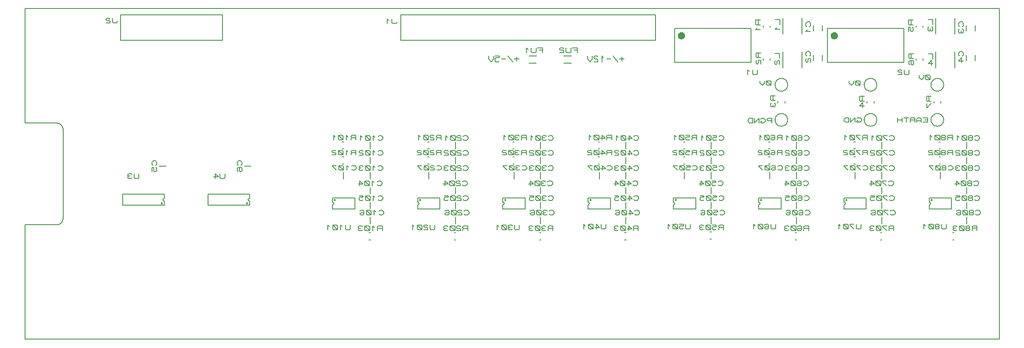
<source format=gbr>
G04 PROTEUS GERBER X2 FILE*
%TF.GenerationSoftware,Labcenter,Proteus,8.12-SP0-Build30713*%
%TF.CreationDate,2021-04-15T12:14:11+00:00*%
%TF.FileFunction,Legend,Bot*%
%TF.FilePolarity,Positive*%
%TF.Part,Single*%
%TF.SameCoordinates,{5a193cc5-51b4-4a6d-ad6d-b15ded965af5}*%
%FSLAX26Y26*%
%MOIN*%
G01*
%TA.AperFunction,Material*%
%ADD32C,0.007874*%
%ADD30C,0.008000*%
%TA.AperFunction,Profile*%
%ADD71C,0.008000*%
%TA.AperFunction,Material*%
%ADD31C,0.002500*%
%TD.AperFunction*%
D32*
X+4995969Y+98480D02*
X+4995969Y+149661D01*
D30*
X+5058469Y+170654D02*
X+5064719Y+164654D01*
X+5083469Y+164654D01*
X+5095969Y+176654D01*
X+5095969Y+188654D01*
X+5083469Y+200654D01*
X+5064719Y+200654D01*
X+5058469Y+194654D01*
X+5033469Y+182654D02*
X+5039719Y+188654D01*
X+5039719Y+194654D01*
X+5033469Y+200654D01*
X+5014719Y+200654D01*
X+5008469Y+194654D01*
X+5008469Y+188654D01*
X+5014719Y+182654D01*
X+5033469Y+182654D01*
X+5039719Y+176654D01*
X+5039719Y+170654D01*
X+5033469Y+164654D01*
X+5014719Y+164654D01*
X+5008469Y+170654D01*
X+5008469Y+176654D01*
X+5014719Y+182654D01*
X+4995969Y+170654D02*
X+4995969Y+194654D01*
X+4989719Y+200654D01*
X+4964719Y+200654D01*
X+4958469Y+194654D01*
X+4958469Y+170654D01*
X+4964719Y+164654D01*
X+4989719Y+164654D01*
X+4995969Y+170654D01*
X+4995969Y+164654D02*
X+4958469Y+200654D01*
X+4933469Y+188654D02*
X+4920969Y+200654D01*
X+4920969Y+164654D01*
D32*
X+4787307Y-86559D02*
X+4787307Y-137740D01*
D30*
X+4849807Y-64622D02*
X+4856057Y-70622D01*
X+4874807Y-70622D01*
X+4887307Y-58622D01*
X+4887307Y-46622D01*
X+4874807Y-34622D01*
X+4856057Y-34622D01*
X+4849807Y-40622D01*
X+4824807Y-52622D02*
X+4831057Y-46622D01*
X+4831057Y-40622D01*
X+4824807Y-34622D01*
X+4806057Y-34622D01*
X+4799807Y-40622D01*
X+4799807Y-46622D01*
X+4806057Y-52622D01*
X+4824807Y-52622D01*
X+4831057Y-58622D01*
X+4831057Y-64622D01*
X+4824807Y-70622D01*
X+4806057Y-70622D01*
X+4799807Y-64622D01*
X+4799807Y-58622D01*
X+4806057Y-52622D01*
X+4787307Y-64622D02*
X+4787307Y-40622D01*
X+4781057Y-34622D01*
X+4756057Y-34622D01*
X+4749807Y-40622D01*
X+4749807Y-64622D01*
X+4756057Y-70622D01*
X+4781057Y-70622D01*
X+4787307Y-64622D01*
X+4787307Y-70622D02*
X+4749807Y-34622D01*
X+4731057Y-34622D02*
X+4699807Y-34622D01*
X+4699807Y-40622D01*
X+4731057Y-70622D01*
D32*
X+4995969Y-19630D02*
X+4995969Y+31551D01*
D30*
X+5058469Y+52543D02*
X+5064719Y+46543D01*
X+5083469Y+46543D01*
X+5095969Y+58543D01*
X+5095969Y+70543D01*
X+5083469Y+82543D01*
X+5064719Y+82543D01*
X+5058469Y+76543D01*
X+5033469Y+64543D02*
X+5039719Y+70543D01*
X+5039719Y+76543D01*
X+5033469Y+82543D01*
X+5014719Y+82543D01*
X+5008469Y+76543D01*
X+5008469Y+70543D01*
X+5014719Y+64543D01*
X+5033469Y+64543D01*
X+5039719Y+58543D01*
X+5039719Y+52543D01*
X+5033469Y+46543D01*
X+5014719Y+46543D01*
X+5008469Y+52543D01*
X+5008469Y+58543D01*
X+5014719Y+64543D01*
X+4995969Y+52543D02*
X+4995969Y+76543D01*
X+4989719Y+82543D01*
X+4964719Y+82543D01*
X+4958469Y+76543D01*
X+4958469Y+52543D01*
X+4964719Y+46543D01*
X+4989719Y+46543D01*
X+4995969Y+52543D01*
X+4995969Y+46543D02*
X+4958469Y+82543D01*
X+4939719Y+76543D02*
X+4933469Y+82543D01*
X+4914719Y+82543D01*
X+4908469Y+76543D01*
X+4908469Y+70543D01*
X+4914719Y+64543D01*
X+4933469Y+64543D01*
X+4939719Y+58543D01*
X+4939719Y+46543D01*
X+4908469Y+46543D01*
D32*
X+4995969Y-492071D02*
X+4995969Y-440890D01*
D30*
X+5065035Y-417370D02*
X+5071285Y-423370D01*
X+5090035Y-423370D01*
X+5102535Y-411370D01*
X+5102535Y-399370D01*
X+5090035Y-387370D01*
X+5071285Y-387370D01*
X+5065035Y-393370D01*
X+5040035Y-405370D02*
X+5046285Y-399370D01*
X+5046285Y-393370D01*
X+5040035Y-387370D01*
X+5021285Y-387370D01*
X+5015035Y-393370D01*
X+5015035Y-399370D01*
X+5021285Y-405370D01*
X+5040035Y-405370D01*
X+5046285Y-411370D01*
X+5046285Y-417370D01*
X+5040035Y-423370D01*
X+5021285Y-423370D01*
X+5015035Y-417370D01*
X+5015035Y-411370D01*
X+5021285Y-405370D01*
X+5002535Y-417370D02*
X+5002535Y-393370D01*
X+4996285Y-387370D01*
X+4971285Y-387370D01*
X+4965035Y-393370D01*
X+4965035Y-417370D01*
X+4971285Y-423370D01*
X+4996285Y-423370D01*
X+5002535Y-417370D01*
X+5002535Y-423370D02*
X+4965035Y-387370D01*
X+4915035Y-393370D02*
X+4921285Y-387370D01*
X+4940035Y-387370D01*
X+4946285Y-393370D01*
X+4946285Y-417370D01*
X+4940035Y-423370D01*
X+4921285Y-423370D01*
X+4915035Y-417370D01*
X+4915035Y-411370D01*
X+4921285Y-405370D01*
X+4946285Y-405370D01*
D32*
X+4995969Y-373961D02*
X+4995969Y-322780D01*
D30*
X+5058469Y-301787D02*
X+5064719Y-307787D01*
X+5083469Y-307787D01*
X+5095969Y-295787D01*
X+5095969Y-283787D01*
X+5083469Y-271787D01*
X+5064719Y-271787D01*
X+5058469Y-277787D01*
X+5033469Y-289787D02*
X+5039719Y-283787D01*
X+5039719Y-277787D01*
X+5033469Y-271787D01*
X+5014719Y-271787D01*
X+5008469Y-277787D01*
X+5008469Y-283787D01*
X+5014719Y-289787D01*
X+5033469Y-289787D01*
X+5039719Y-295787D01*
X+5039719Y-301787D01*
X+5033469Y-307787D01*
X+5014719Y-307787D01*
X+5008469Y-301787D01*
X+5008469Y-295787D01*
X+5014719Y-289787D01*
X+4995969Y-301787D02*
X+4995969Y-277787D01*
X+4989719Y-271787D01*
X+4964719Y-271787D01*
X+4958469Y-277787D01*
X+4958469Y-301787D01*
X+4964719Y-307787D01*
X+4989719Y-307787D01*
X+4995969Y-301787D01*
X+4995969Y-307787D02*
X+4958469Y-271787D01*
X+4908469Y-271787D02*
X+4939719Y-271787D01*
X+4939719Y-283787D01*
X+4914719Y-283787D01*
X+4908469Y-289787D01*
X+4908469Y-301787D01*
X+4914719Y-307787D01*
X+4933469Y-307787D01*
X+4939719Y-301787D01*
D32*
X+4995969Y-204669D02*
X+4995969Y-255850D01*
D30*
X+5051902Y-185260D02*
X+5058152Y-191260D01*
X+5076902Y-191260D01*
X+5089402Y-179260D01*
X+5089402Y-167260D01*
X+5076902Y-155260D01*
X+5058152Y-155260D01*
X+5051902Y-161260D01*
X+5026902Y-173260D02*
X+5033152Y-167260D01*
X+5033152Y-161260D01*
X+5026902Y-155260D01*
X+5008152Y-155260D01*
X+5001902Y-161260D01*
X+5001902Y-167260D01*
X+5008152Y-173260D01*
X+5026902Y-173260D01*
X+5033152Y-179260D01*
X+5033152Y-185260D01*
X+5026902Y-191260D01*
X+5008152Y-191260D01*
X+5001902Y-185260D01*
X+5001902Y-179260D01*
X+5008152Y-173260D01*
X+4989402Y-185260D02*
X+4989402Y-161260D01*
X+4983152Y-155260D01*
X+4958152Y-155260D01*
X+4951902Y-161260D01*
X+4951902Y-185260D01*
X+4958152Y-191260D01*
X+4983152Y-191260D01*
X+4989402Y-185260D01*
X+4989402Y-191260D02*
X+4951902Y-155260D01*
X+4901902Y-179260D02*
X+4939402Y-179260D01*
X+4914402Y-155260D01*
X+4914402Y-191260D01*
D32*
X+4789276Y+96512D02*
X+4777465Y+96512D01*
X+4789276Y+151630D02*
X+4777465Y+151630D01*
D30*
X+4883370Y+167567D02*
X+4883370Y+203567D01*
X+4852120Y+203567D01*
X+4845870Y+197567D01*
X+4845870Y+191567D01*
X+4852120Y+185567D01*
X+4883370Y+185567D01*
X+4852120Y+185567D02*
X+4845870Y+179567D01*
X+4845870Y+167567D01*
X+4820870Y+185567D02*
X+4827120Y+191567D01*
X+4827120Y+197567D01*
X+4820870Y+203567D01*
X+4802120Y+203567D01*
X+4795870Y+197567D01*
X+4795870Y+191567D01*
X+4802120Y+185567D01*
X+4820870Y+185567D01*
X+4827120Y+179567D01*
X+4827120Y+173567D01*
X+4820870Y+167567D01*
X+4802120Y+167567D01*
X+4795870Y+173567D01*
X+4795870Y+179567D01*
X+4802120Y+185567D01*
X+4783370Y+173567D02*
X+4783370Y+197567D01*
X+4777120Y+203567D01*
X+4752120Y+203567D01*
X+4745870Y+197567D01*
X+4745870Y+173567D01*
X+4752120Y+167567D01*
X+4777120Y+167567D01*
X+4783370Y+173567D01*
X+4783370Y+167567D02*
X+4745870Y+203567D01*
X+4720870Y+191567D02*
X+4708370Y+203567D01*
X+4708370Y+167567D01*
D32*
X+4789276Y-21598D02*
X+4777465Y-21598D01*
X+4789276Y+33520D02*
X+4777465Y+33520D01*
D30*
X+4883370Y+49457D02*
X+4883370Y+85457D01*
X+4852120Y+85457D01*
X+4845870Y+79457D01*
X+4845870Y+73457D01*
X+4852120Y+67457D01*
X+4883370Y+67457D01*
X+4852120Y+67457D02*
X+4845870Y+61457D01*
X+4845870Y+49457D01*
X+4820870Y+67457D02*
X+4827120Y+73457D01*
X+4827120Y+79457D01*
X+4820870Y+85457D01*
X+4802120Y+85457D01*
X+4795870Y+79457D01*
X+4795870Y+73457D01*
X+4802120Y+67457D01*
X+4820870Y+67457D01*
X+4827120Y+61457D01*
X+4827120Y+55457D01*
X+4820870Y+49457D01*
X+4802120Y+49457D01*
X+4795870Y+55457D01*
X+4795870Y+61457D01*
X+4802120Y+67457D01*
X+4783370Y+55457D02*
X+4783370Y+79457D01*
X+4777120Y+85457D01*
X+4752120Y+85457D01*
X+4745870Y+79457D01*
X+4745870Y+55457D01*
X+4752120Y+49457D01*
X+4777120Y+49457D01*
X+4783370Y+55457D01*
X+4783370Y+49457D02*
X+4745870Y+85457D01*
X+4727120Y+79457D02*
X+4720870Y+85457D01*
X+4702120Y+85457D01*
X+4695870Y+79457D01*
X+4695870Y+73457D01*
X+4702120Y+67457D01*
X+4720870Y+67457D01*
X+4727120Y+61457D01*
X+4727120Y+49457D01*
X+4695870Y+49457D01*
X+4699535Y-290260D02*
X+4699535Y-322135D01*
X+4703717Y-322955D01*
X+4707089Y-325206D01*
X+4709341Y-328578D01*
X+4710161Y-332760D01*
X+4699535Y-343385D02*
X+4703717Y-342565D01*
X+4707089Y-340314D01*
X+4709341Y-336941D01*
X+4710161Y-332760D01*
X+4699535Y-343385D02*
X+4699535Y-375260D01*
X+4875535Y-320260D02*
X+4875535Y-345260D01*
X+4712535Y-290260D02*
X+4862535Y-290260D01*
X+4712535Y-375260D02*
X+4862535Y-375260D01*
X+4712535Y-290260D02*
X+4699535Y-290260D01*
X+4699535Y-375260D02*
X+4712535Y-375260D01*
X+4875535Y-345260D02*
X+4875535Y-375260D01*
X+4862535Y-375260D01*
X+4862535Y-290260D02*
X+4875535Y-290260D01*
X+4875535Y-320260D01*
X+4722935Y-304260D02*
X+4722921Y-303928D01*
X+4722809Y-303263D01*
X+4722573Y-302598D01*
X+4722188Y-301933D01*
X+4721600Y-301277D01*
X+4720935Y-300796D01*
X+4720270Y-300489D01*
X+4719605Y-300317D01*
X+4718940Y-300260D01*
X+4718935Y-300260D01*
X+4714935Y-304260D02*
X+4714949Y-303928D01*
X+4715061Y-303263D01*
X+4715297Y-302598D01*
X+4715682Y-301933D01*
X+4716270Y-301277D01*
X+4716935Y-300796D01*
X+4717600Y-300489D01*
X+4718265Y-300317D01*
X+4718930Y-300260D01*
X+4718935Y-300260D01*
X+4714935Y-304260D02*
X+4714949Y-304592D01*
X+4715061Y-305257D01*
X+4715297Y-305922D01*
X+4715682Y-306587D01*
X+4716270Y-307243D01*
X+4716935Y-307724D01*
X+4717600Y-308031D01*
X+4718265Y-308203D01*
X+4718930Y-308260D01*
X+4718935Y-308260D01*
X+4722935Y-304260D02*
X+4722921Y-304592D01*
X+4722809Y-305257D01*
X+4722573Y-305922D01*
X+4722188Y-306587D01*
X+4721600Y-307243D01*
X+4720935Y-307724D01*
X+4720270Y-308031D01*
X+4719605Y-308203D01*
X+4718940Y-308260D01*
X+4718935Y-308260D01*
X+4834386Y-496925D02*
X+4834386Y-526925D01*
X+4828136Y-532925D01*
X+4803136Y-532925D01*
X+4796886Y-526925D01*
X+4796886Y-496925D01*
X+4771886Y-514925D02*
X+4778136Y-508925D01*
X+4778136Y-502925D01*
X+4771886Y-496925D01*
X+4753136Y-496925D01*
X+4746886Y-502925D01*
X+4746886Y-508925D01*
X+4753136Y-514925D01*
X+4771886Y-514925D01*
X+4778136Y-520925D01*
X+4778136Y-526925D01*
X+4771886Y-532925D01*
X+4753136Y-532925D01*
X+4746886Y-526925D01*
X+4746886Y-520925D01*
X+4753136Y-514925D01*
X+4734386Y-526925D02*
X+4734386Y-502925D01*
X+4728136Y-496925D01*
X+4703136Y-496925D01*
X+4696886Y-502925D01*
X+4696886Y-526925D01*
X+4703136Y-532925D01*
X+4728136Y-532925D01*
X+4734386Y-526925D01*
X+4734386Y-532925D02*
X+4696886Y-496925D01*
X+4671886Y-508925D02*
X+4659386Y-496925D01*
X+4659386Y-532925D01*
D32*
X+4995969Y-137740D02*
X+4995969Y-86559D01*
D30*
X+5058469Y-65567D02*
X+5064719Y-71567D01*
X+5083469Y-71567D01*
X+5095969Y-59567D01*
X+5095969Y-47567D01*
X+5083469Y-35567D01*
X+5064719Y-35567D01*
X+5058469Y-41567D01*
X+5033469Y-53567D02*
X+5039719Y-47567D01*
X+5039719Y-41567D01*
X+5033469Y-35567D01*
X+5014719Y-35567D01*
X+5008469Y-41567D01*
X+5008469Y-47567D01*
X+5014719Y-53567D01*
X+5033469Y-53567D01*
X+5039719Y-59567D01*
X+5039719Y-65567D01*
X+5033469Y-71567D01*
X+5014719Y-71567D01*
X+5008469Y-65567D01*
X+5008469Y-59567D01*
X+5014719Y-53567D01*
X+4995969Y-65567D02*
X+4995969Y-41567D01*
X+4989719Y-35567D01*
X+4964719Y-35567D01*
X+4958469Y-41567D01*
X+4958469Y-65567D01*
X+4964719Y-71567D01*
X+4989719Y-71567D01*
X+4995969Y-65567D01*
X+4995969Y-71567D02*
X+4958469Y-35567D01*
X+4939719Y-41567D02*
X+4933469Y-35567D01*
X+4914719Y-35567D01*
X+4908469Y-41567D01*
X+4908469Y-47567D01*
X+4914719Y-53567D01*
X+4908469Y-59567D01*
X+4908469Y-65567D01*
X+4914719Y-71567D01*
X+4933469Y-71567D01*
X+4939719Y-65567D01*
X+4927219Y-53567D02*
X+4914719Y-53567D01*
D32*
X+4326677Y+98480D02*
X+4326677Y+149661D01*
D30*
X+4389177Y+170654D02*
X+4395427Y+164654D01*
X+4414177Y+164654D01*
X+4426677Y+176654D01*
X+4426677Y+188654D01*
X+4414177Y+200654D01*
X+4395427Y+200654D01*
X+4389177Y+194654D01*
X+4370427Y+200654D02*
X+4339177Y+200654D01*
X+4339177Y+194654D01*
X+4370427Y+164654D01*
X+4326677Y+170654D02*
X+4326677Y+194654D01*
X+4320427Y+200654D01*
X+4295427Y+200654D01*
X+4289177Y+194654D01*
X+4289177Y+170654D01*
X+4295427Y+164654D01*
X+4320427Y+164654D01*
X+4326677Y+170654D01*
X+4326677Y+164654D02*
X+4289177Y+200654D01*
X+4264177Y+188654D02*
X+4251677Y+200654D01*
X+4251677Y+164654D01*
D32*
X+4118016Y-86559D02*
X+4118016Y-137740D01*
D30*
X+4180516Y-64622D02*
X+4186766Y-70622D01*
X+4205516Y-70622D01*
X+4218016Y-58622D01*
X+4218016Y-46622D01*
X+4205516Y-34622D01*
X+4186766Y-34622D01*
X+4180516Y-40622D01*
X+4161766Y-34622D02*
X+4130516Y-34622D01*
X+4130516Y-40622D01*
X+4161766Y-70622D01*
X+4118016Y-64622D02*
X+4118016Y-40622D01*
X+4111766Y-34622D01*
X+4086766Y-34622D01*
X+4080516Y-40622D01*
X+4080516Y-64622D01*
X+4086766Y-70622D01*
X+4111766Y-70622D01*
X+4118016Y-64622D01*
X+4118016Y-70622D02*
X+4080516Y-34622D01*
X+4061766Y-34622D02*
X+4030516Y-34622D01*
X+4030516Y-40622D01*
X+4061766Y-70622D01*
D32*
X+4326677Y-19630D02*
X+4326677Y+31551D01*
D30*
X+4389177Y+52543D02*
X+4395427Y+46543D01*
X+4414177Y+46543D01*
X+4426677Y+58543D01*
X+4426677Y+70543D01*
X+4414177Y+82543D01*
X+4395427Y+82543D01*
X+4389177Y+76543D01*
X+4370427Y+82543D02*
X+4339177Y+82543D01*
X+4339177Y+76543D01*
X+4370427Y+46543D01*
X+4326677Y+52543D02*
X+4326677Y+76543D01*
X+4320427Y+82543D01*
X+4295427Y+82543D01*
X+4289177Y+76543D01*
X+4289177Y+52543D01*
X+4295427Y+46543D01*
X+4320427Y+46543D01*
X+4326677Y+52543D01*
X+4326677Y+46543D02*
X+4289177Y+82543D01*
X+4270427Y+76543D02*
X+4264177Y+82543D01*
X+4245427Y+82543D01*
X+4239177Y+76543D01*
X+4239177Y+70543D01*
X+4245427Y+64543D01*
X+4264177Y+64543D01*
X+4270427Y+58543D01*
X+4270427Y+46543D01*
X+4239177Y+46543D01*
D32*
X+4326677Y-492071D02*
X+4326677Y-440890D01*
D30*
X+4395744Y-417370D02*
X+4401994Y-423370D01*
X+4420744Y-423370D01*
X+4433244Y-411370D01*
X+4433244Y-399370D01*
X+4420744Y-387370D01*
X+4401994Y-387370D01*
X+4395744Y-393370D01*
X+4376994Y-387370D02*
X+4345744Y-387370D01*
X+4345744Y-393370D01*
X+4376994Y-423370D01*
X+4333244Y-417370D02*
X+4333244Y-393370D01*
X+4326994Y-387370D01*
X+4301994Y-387370D01*
X+4295744Y-393370D01*
X+4295744Y-417370D01*
X+4301994Y-423370D01*
X+4326994Y-423370D01*
X+4333244Y-417370D01*
X+4333244Y-423370D02*
X+4295744Y-387370D01*
X+4245744Y-393370D02*
X+4251994Y-387370D01*
X+4270744Y-387370D01*
X+4276994Y-393370D01*
X+4276994Y-417370D01*
X+4270744Y-423370D01*
X+4251994Y-423370D01*
X+4245744Y-417370D01*
X+4245744Y-411370D01*
X+4251994Y-405370D01*
X+4276994Y-405370D01*
D32*
X+4326677Y-373961D02*
X+4326677Y-322780D01*
D30*
X+4389177Y-301787D02*
X+4395427Y-307787D01*
X+4414177Y-307787D01*
X+4426677Y-295787D01*
X+4426677Y-283787D01*
X+4414177Y-271787D01*
X+4395427Y-271787D01*
X+4389177Y-277787D01*
X+4370427Y-271787D02*
X+4339177Y-271787D01*
X+4339177Y-277787D01*
X+4370427Y-307787D01*
X+4326677Y-301787D02*
X+4326677Y-277787D01*
X+4320427Y-271787D01*
X+4295427Y-271787D01*
X+4289177Y-277787D01*
X+4289177Y-301787D01*
X+4295427Y-307787D01*
X+4320427Y-307787D01*
X+4326677Y-301787D01*
X+4326677Y-307787D02*
X+4289177Y-271787D01*
X+4239177Y-271787D02*
X+4270427Y-271787D01*
X+4270427Y-283787D01*
X+4245427Y-283787D01*
X+4239177Y-289787D01*
X+4239177Y-301787D01*
X+4245427Y-307787D01*
X+4264177Y-307787D01*
X+4270427Y-301787D01*
D32*
X+4326677Y-204669D02*
X+4326677Y-255850D01*
D30*
X+4382610Y-185260D02*
X+4388860Y-191260D01*
X+4407610Y-191260D01*
X+4420110Y-179260D01*
X+4420110Y-167260D01*
X+4407610Y-155260D01*
X+4388860Y-155260D01*
X+4382610Y-161260D01*
X+4363860Y-155260D02*
X+4332610Y-155260D01*
X+4332610Y-161260D01*
X+4363860Y-191260D01*
X+4320110Y-185260D02*
X+4320110Y-161260D01*
X+4313860Y-155260D01*
X+4288860Y-155260D01*
X+4282610Y-161260D01*
X+4282610Y-185260D01*
X+4288860Y-191260D01*
X+4313860Y-191260D01*
X+4320110Y-185260D01*
X+4320110Y-191260D02*
X+4282610Y-155260D01*
X+4232610Y-179260D02*
X+4270110Y-179260D01*
X+4245110Y-155260D01*
X+4245110Y-191260D01*
D32*
X+4119984Y+96512D02*
X+4108173Y+96512D01*
X+4119984Y+151630D02*
X+4108173Y+151630D01*
D30*
X+4214079Y+167567D02*
X+4214079Y+203567D01*
X+4182829Y+203567D01*
X+4176579Y+197567D01*
X+4176579Y+191567D01*
X+4182829Y+185567D01*
X+4214079Y+185567D01*
X+4182829Y+185567D02*
X+4176579Y+179567D01*
X+4176579Y+167567D01*
X+4157829Y+203567D02*
X+4126579Y+203567D01*
X+4126579Y+197567D01*
X+4157829Y+167567D01*
X+4114079Y+173567D02*
X+4114079Y+197567D01*
X+4107829Y+203567D01*
X+4082829Y+203567D01*
X+4076579Y+197567D01*
X+4076579Y+173567D01*
X+4082829Y+167567D01*
X+4107829Y+167567D01*
X+4114079Y+173567D01*
X+4114079Y+167567D02*
X+4076579Y+203567D01*
X+4051579Y+191567D02*
X+4039079Y+203567D01*
X+4039079Y+167567D01*
D32*
X+4119984Y-21598D02*
X+4108173Y-21598D01*
X+4119984Y+33520D02*
X+4108173Y+33520D01*
D30*
X+4214079Y+49457D02*
X+4214079Y+85457D01*
X+4182829Y+85457D01*
X+4176579Y+79457D01*
X+4176579Y+73457D01*
X+4182829Y+67457D01*
X+4214079Y+67457D01*
X+4182829Y+67457D02*
X+4176579Y+61457D01*
X+4176579Y+49457D01*
X+4157829Y+85457D02*
X+4126579Y+85457D01*
X+4126579Y+79457D01*
X+4157829Y+49457D01*
X+4114079Y+55457D02*
X+4114079Y+79457D01*
X+4107829Y+85457D01*
X+4082829Y+85457D01*
X+4076579Y+79457D01*
X+4076579Y+55457D01*
X+4082829Y+49457D01*
X+4107829Y+49457D01*
X+4114079Y+55457D01*
X+4114079Y+49457D02*
X+4076579Y+85457D01*
X+4057829Y+79457D02*
X+4051579Y+85457D01*
X+4032829Y+85457D01*
X+4026579Y+79457D01*
X+4026579Y+73457D01*
X+4032829Y+67457D01*
X+4051579Y+67457D01*
X+4057829Y+61457D01*
X+4057829Y+49457D01*
X+4026579Y+49457D01*
X+4029819Y-290260D02*
X+4029819Y-322135D01*
X+4034001Y-322955D01*
X+4037373Y-325206D01*
X+4039624Y-328578D01*
X+4040444Y-332760D01*
X+4029819Y-343385D02*
X+4034001Y-342565D01*
X+4037373Y-340314D01*
X+4039624Y-336941D01*
X+4040444Y-332760D01*
X+4029819Y-343385D02*
X+4029819Y-375260D01*
X+4205819Y-320260D02*
X+4205819Y-345260D01*
X+4042819Y-290260D02*
X+4192819Y-290260D01*
X+4042819Y-375260D02*
X+4192819Y-375260D01*
X+4042819Y-290260D02*
X+4029819Y-290260D01*
X+4029819Y-375260D02*
X+4042819Y-375260D01*
X+4205819Y-345260D02*
X+4205819Y-375260D01*
X+4192819Y-375260D01*
X+4192819Y-290260D02*
X+4205819Y-290260D01*
X+4205819Y-320260D01*
X+4053219Y-304260D02*
X+4053205Y-303928D01*
X+4053093Y-303263D01*
X+4052857Y-302598D01*
X+4052472Y-301933D01*
X+4051884Y-301277D01*
X+4051219Y-300796D01*
X+4050554Y-300489D01*
X+4049889Y-300317D01*
X+4049224Y-300260D01*
X+4049219Y-300260D01*
X+4045219Y-304260D02*
X+4045233Y-303928D01*
X+4045345Y-303263D01*
X+4045581Y-302598D01*
X+4045966Y-301933D01*
X+4046554Y-301277D01*
X+4047219Y-300796D01*
X+4047884Y-300489D01*
X+4048549Y-300317D01*
X+4049214Y-300260D01*
X+4049219Y-300260D01*
X+4045219Y-304260D02*
X+4045233Y-304592D01*
X+4045345Y-305257D01*
X+4045581Y-305922D01*
X+4045966Y-306587D01*
X+4046554Y-307243D01*
X+4047219Y-307724D01*
X+4047884Y-308031D01*
X+4048549Y-308203D01*
X+4049214Y-308260D01*
X+4049219Y-308260D01*
X+4053219Y-304260D02*
X+4053205Y-304592D01*
X+4053093Y-305257D01*
X+4052857Y-305922D01*
X+4052472Y-306587D01*
X+4051884Y-307243D01*
X+4051219Y-307724D01*
X+4050554Y-308031D01*
X+4049889Y-308203D01*
X+4049224Y-308260D01*
X+4049219Y-308260D01*
X+4164669Y-496925D02*
X+4164669Y-526925D01*
X+4158419Y-532925D01*
X+4133419Y-532925D01*
X+4127169Y-526925D01*
X+4127169Y-496925D01*
X+4108419Y-496925D02*
X+4077169Y-496925D01*
X+4077169Y-502925D01*
X+4108419Y-532925D01*
X+4064669Y-526925D02*
X+4064669Y-502925D01*
X+4058419Y-496925D01*
X+4033419Y-496925D01*
X+4027169Y-502925D01*
X+4027169Y-526925D01*
X+4033419Y-532925D01*
X+4058419Y-532925D01*
X+4064669Y-526925D01*
X+4064669Y-532925D02*
X+4027169Y-496925D01*
X+4002169Y-508925D02*
X+3989669Y-496925D01*
X+3989669Y-532925D01*
D32*
X+4326677Y-137740D02*
X+4326677Y-86559D01*
D30*
X+4389177Y-65567D02*
X+4395427Y-71567D01*
X+4414177Y-71567D01*
X+4426677Y-59567D01*
X+4426677Y-47567D01*
X+4414177Y-35567D01*
X+4395427Y-35567D01*
X+4389177Y-41567D01*
X+4370427Y-35567D02*
X+4339177Y-35567D01*
X+4339177Y-41567D01*
X+4370427Y-71567D01*
X+4326677Y-65567D02*
X+4326677Y-41567D01*
X+4320427Y-35567D01*
X+4295427Y-35567D01*
X+4289177Y-41567D01*
X+4289177Y-65567D01*
X+4295427Y-71567D01*
X+4320427Y-71567D01*
X+4326677Y-65567D01*
X+4326677Y-71567D02*
X+4289177Y-35567D01*
X+4270427Y-41567D02*
X+4264177Y-35567D01*
X+4245427Y-35567D01*
X+4239177Y-41567D01*
X+4239177Y-47567D01*
X+4245427Y-53567D01*
X+4239177Y-59567D01*
X+4239177Y-65567D01*
X+4245427Y-71567D01*
X+4264177Y-71567D01*
X+4270427Y-65567D01*
X+4257927Y-53567D02*
X+4245427Y-53567D01*
D32*
X+3657386Y+98480D02*
X+3657386Y+149661D01*
D30*
X+3719886Y+170654D02*
X+3726136Y+164654D01*
X+3744886Y+164654D01*
X+3757386Y+176654D01*
X+3757386Y+188654D01*
X+3744886Y+200654D01*
X+3726136Y+200654D01*
X+3719886Y+194654D01*
X+3669886Y+194654D02*
X+3676136Y+200654D01*
X+3694886Y+200654D01*
X+3701136Y+194654D01*
X+3701136Y+170654D01*
X+3694886Y+164654D01*
X+3676136Y+164654D01*
X+3669886Y+170654D01*
X+3669886Y+176654D01*
X+3676136Y+182654D01*
X+3701136Y+182654D01*
X+3657386Y+170654D02*
X+3657386Y+194654D01*
X+3651136Y+200654D01*
X+3626136Y+200654D01*
X+3619886Y+194654D01*
X+3619886Y+170654D01*
X+3626136Y+164654D01*
X+3651136Y+164654D01*
X+3657386Y+170654D01*
X+3657386Y+164654D02*
X+3619886Y+200654D01*
X+3594886Y+188654D02*
X+3582386Y+200654D01*
X+3582386Y+164654D01*
D32*
X+3448724Y-86559D02*
X+3448724Y-137740D01*
D30*
X+3511224Y-64622D02*
X+3517474Y-70622D01*
X+3536224Y-70622D01*
X+3548724Y-58622D01*
X+3548724Y-46622D01*
X+3536224Y-34622D01*
X+3517474Y-34622D01*
X+3511224Y-40622D01*
X+3461224Y-40622D02*
X+3467474Y-34622D01*
X+3486224Y-34622D01*
X+3492474Y-40622D01*
X+3492474Y-64622D01*
X+3486224Y-70622D01*
X+3467474Y-70622D01*
X+3461224Y-64622D01*
X+3461224Y-58622D01*
X+3467474Y-52622D01*
X+3492474Y-52622D01*
X+3448724Y-64622D02*
X+3448724Y-40622D01*
X+3442474Y-34622D01*
X+3417474Y-34622D01*
X+3411224Y-40622D01*
X+3411224Y-64622D01*
X+3417474Y-70622D01*
X+3442474Y-70622D01*
X+3448724Y-64622D01*
X+3448724Y-70622D02*
X+3411224Y-34622D01*
X+3392474Y-34622D02*
X+3361224Y-34622D01*
X+3361224Y-40622D01*
X+3392474Y-70622D01*
D32*
X+3657386Y-19630D02*
X+3657386Y+31551D01*
D30*
X+3719886Y+52543D02*
X+3726136Y+46543D01*
X+3744886Y+46543D01*
X+3757386Y+58543D01*
X+3757386Y+70543D01*
X+3744886Y+82543D01*
X+3726136Y+82543D01*
X+3719886Y+76543D01*
X+3669886Y+76543D02*
X+3676136Y+82543D01*
X+3694886Y+82543D01*
X+3701136Y+76543D01*
X+3701136Y+52543D01*
X+3694886Y+46543D01*
X+3676136Y+46543D01*
X+3669886Y+52543D01*
X+3669886Y+58543D01*
X+3676136Y+64543D01*
X+3701136Y+64543D01*
X+3657386Y+52543D02*
X+3657386Y+76543D01*
X+3651136Y+82543D01*
X+3626136Y+82543D01*
X+3619886Y+76543D01*
X+3619886Y+52543D01*
X+3626136Y+46543D01*
X+3651136Y+46543D01*
X+3657386Y+52543D01*
X+3657386Y+46543D02*
X+3619886Y+82543D01*
X+3601136Y+76543D02*
X+3594886Y+82543D01*
X+3576136Y+82543D01*
X+3569886Y+76543D01*
X+3569886Y+70543D01*
X+3576136Y+64543D01*
X+3594886Y+64543D01*
X+3601136Y+58543D01*
X+3601136Y+46543D01*
X+3569886Y+46543D01*
D32*
X+3657386Y-492071D02*
X+3657386Y-440890D01*
D30*
X+3726453Y-417370D02*
X+3732703Y-423370D01*
X+3751453Y-423370D01*
X+3763953Y-411370D01*
X+3763953Y-399370D01*
X+3751453Y-387370D01*
X+3732703Y-387370D01*
X+3726453Y-393370D01*
X+3676453Y-393370D02*
X+3682703Y-387370D01*
X+3701453Y-387370D01*
X+3707703Y-393370D01*
X+3707703Y-417370D01*
X+3701453Y-423370D01*
X+3682703Y-423370D01*
X+3676453Y-417370D01*
X+3676453Y-411370D01*
X+3682703Y-405370D01*
X+3707703Y-405370D01*
X+3663953Y-417370D02*
X+3663953Y-393370D01*
X+3657703Y-387370D01*
X+3632703Y-387370D01*
X+3626453Y-393370D01*
X+3626453Y-417370D01*
X+3632703Y-423370D01*
X+3657703Y-423370D01*
X+3663953Y-417370D01*
X+3663953Y-423370D02*
X+3626453Y-387370D01*
X+3576453Y-393370D02*
X+3582703Y-387370D01*
X+3601453Y-387370D01*
X+3607703Y-393370D01*
X+3607703Y-417370D01*
X+3601453Y-423370D01*
X+3582703Y-423370D01*
X+3576453Y-417370D01*
X+3576453Y-411370D01*
X+3582703Y-405370D01*
X+3607703Y-405370D01*
D32*
X+3657386Y-373961D02*
X+3657386Y-322780D01*
D30*
X+3719886Y-301787D02*
X+3726136Y-307787D01*
X+3744886Y-307787D01*
X+3757386Y-295787D01*
X+3757386Y-283787D01*
X+3744886Y-271787D01*
X+3726136Y-271787D01*
X+3719886Y-277787D01*
X+3669886Y-277787D02*
X+3676136Y-271787D01*
X+3694886Y-271787D01*
X+3701136Y-277787D01*
X+3701136Y-301787D01*
X+3694886Y-307787D01*
X+3676136Y-307787D01*
X+3669886Y-301787D01*
X+3669886Y-295787D01*
X+3676136Y-289787D01*
X+3701136Y-289787D01*
X+3657386Y-301787D02*
X+3657386Y-277787D01*
X+3651136Y-271787D01*
X+3626136Y-271787D01*
X+3619886Y-277787D01*
X+3619886Y-301787D01*
X+3626136Y-307787D01*
X+3651136Y-307787D01*
X+3657386Y-301787D01*
X+3657386Y-307787D02*
X+3619886Y-271787D01*
X+3569886Y-271787D02*
X+3601136Y-271787D01*
X+3601136Y-283787D01*
X+3576136Y-283787D01*
X+3569886Y-289787D01*
X+3569886Y-301787D01*
X+3576136Y-307787D01*
X+3594886Y-307787D01*
X+3601136Y-301787D01*
D32*
X+3657386Y-204669D02*
X+3657386Y-255850D01*
D30*
X+3713319Y-185260D02*
X+3719569Y-191260D01*
X+3738319Y-191260D01*
X+3750819Y-179260D01*
X+3750819Y-167260D01*
X+3738319Y-155260D01*
X+3719569Y-155260D01*
X+3713319Y-161260D01*
X+3663319Y-161260D02*
X+3669569Y-155260D01*
X+3688319Y-155260D01*
X+3694569Y-161260D01*
X+3694569Y-185260D01*
X+3688319Y-191260D01*
X+3669569Y-191260D01*
X+3663319Y-185260D01*
X+3663319Y-179260D01*
X+3669569Y-173260D01*
X+3694569Y-173260D01*
X+3650819Y-185260D02*
X+3650819Y-161260D01*
X+3644569Y-155260D01*
X+3619569Y-155260D01*
X+3613319Y-161260D01*
X+3613319Y-185260D01*
X+3619569Y-191260D01*
X+3644569Y-191260D01*
X+3650819Y-185260D01*
X+3650819Y-191260D02*
X+3613319Y-155260D01*
X+3563319Y-179260D02*
X+3600819Y-179260D01*
X+3575819Y-155260D01*
X+3575819Y-191260D01*
D32*
X+3450693Y+96512D02*
X+3438882Y+96512D01*
X+3450693Y+151630D02*
X+3438882Y+151630D01*
D30*
X+3544787Y+167567D02*
X+3544787Y+203567D01*
X+3513537Y+203567D01*
X+3507287Y+197567D01*
X+3507287Y+191567D01*
X+3513537Y+185567D01*
X+3544787Y+185567D01*
X+3513537Y+185567D02*
X+3507287Y+179567D01*
X+3507287Y+167567D01*
X+3457287Y+197567D02*
X+3463537Y+203567D01*
X+3482287Y+203567D01*
X+3488537Y+197567D01*
X+3488537Y+173567D01*
X+3482287Y+167567D01*
X+3463537Y+167567D01*
X+3457287Y+173567D01*
X+3457287Y+179567D01*
X+3463537Y+185567D01*
X+3488537Y+185567D01*
X+3444787Y+173567D02*
X+3444787Y+197567D01*
X+3438537Y+203567D01*
X+3413537Y+203567D01*
X+3407287Y+197567D01*
X+3407287Y+173567D01*
X+3413537Y+167567D01*
X+3438537Y+167567D01*
X+3444787Y+173567D01*
X+3444787Y+167567D02*
X+3407287Y+203567D01*
X+3382287Y+191567D02*
X+3369787Y+203567D01*
X+3369787Y+167567D01*
D32*
X+3450693Y-21598D02*
X+3438882Y-21598D01*
X+3450693Y+33520D02*
X+3438882Y+33520D01*
D30*
X+3544787Y+49457D02*
X+3544787Y+85457D01*
X+3513537Y+85457D01*
X+3507287Y+79457D01*
X+3507287Y+73457D01*
X+3513537Y+67457D01*
X+3544787Y+67457D01*
X+3513537Y+67457D02*
X+3507287Y+61457D01*
X+3507287Y+49457D01*
X+3457287Y+79457D02*
X+3463537Y+85457D01*
X+3482287Y+85457D01*
X+3488537Y+79457D01*
X+3488537Y+55457D01*
X+3482287Y+49457D01*
X+3463537Y+49457D01*
X+3457287Y+55457D01*
X+3457287Y+61457D01*
X+3463537Y+67457D01*
X+3488537Y+67457D01*
X+3444787Y+55457D02*
X+3444787Y+79457D01*
X+3438537Y+85457D01*
X+3413537Y+85457D01*
X+3407287Y+79457D01*
X+3407287Y+55457D01*
X+3413537Y+49457D01*
X+3438537Y+49457D01*
X+3444787Y+55457D01*
X+3444787Y+49457D02*
X+3407287Y+85457D01*
X+3388537Y+79457D02*
X+3382287Y+85457D01*
X+3363537Y+85457D01*
X+3357287Y+79457D01*
X+3357287Y+73457D01*
X+3363537Y+67457D01*
X+3382287Y+67457D01*
X+3388537Y+61457D01*
X+3388537Y+49457D01*
X+3357287Y+49457D01*
X+3360528Y-290260D02*
X+3360528Y-322135D01*
X+3364709Y-322955D01*
X+3368082Y-325206D01*
X+3370333Y-328578D01*
X+3371153Y-332760D01*
X+3360528Y-343385D02*
X+3364709Y-342565D01*
X+3368082Y-340314D01*
X+3370333Y-336941D01*
X+3371153Y-332760D01*
X+3360528Y-343385D02*
X+3360528Y-375260D01*
X+3536528Y-320260D02*
X+3536528Y-345260D01*
X+3373528Y-290260D02*
X+3523528Y-290260D01*
X+3373528Y-375260D02*
X+3523528Y-375260D01*
X+3373528Y-290260D02*
X+3360528Y-290260D01*
X+3360528Y-375260D02*
X+3373528Y-375260D01*
X+3536528Y-345260D02*
X+3536528Y-375260D01*
X+3523528Y-375260D01*
X+3523528Y-290260D02*
X+3536528Y-290260D01*
X+3536528Y-320260D01*
X+3383928Y-304260D02*
X+3383914Y-303928D01*
X+3383802Y-303263D01*
X+3383566Y-302598D01*
X+3383181Y-301933D01*
X+3382593Y-301277D01*
X+3381928Y-300796D01*
X+3381263Y-300489D01*
X+3380598Y-300317D01*
X+3379933Y-300260D01*
X+3379928Y-300260D01*
X+3375928Y-304260D02*
X+3375942Y-303928D01*
X+3376054Y-303263D01*
X+3376290Y-302598D01*
X+3376675Y-301933D01*
X+3377263Y-301277D01*
X+3377928Y-300796D01*
X+3378593Y-300489D01*
X+3379258Y-300317D01*
X+3379923Y-300260D01*
X+3379928Y-300260D01*
X+3375928Y-304260D02*
X+3375942Y-304592D01*
X+3376054Y-305257D01*
X+3376290Y-305922D01*
X+3376675Y-306587D01*
X+3377263Y-307243D01*
X+3377928Y-307724D01*
X+3378593Y-308031D01*
X+3379258Y-308203D01*
X+3379923Y-308260D01*
X+3379928Y-308260D01*
X+3383928Y-304260D02*
X+3383914Y-304592D01*
X+3383802Y-305257D01*
X+3383566Y-305922D01*
X+3383181Y-306587D01*
X+3382593Y-307243D01*
X+3381928Y-307724D01*
X+3381263Y-308031D01*
X+3380598Y-308203D01*
X+3379933Y-308260D01*
X+3379928Y-308260D01*
X+3495378Y-496925D02*
X+3495378Y-526925D01*
X+3489128Y-532925D01*
X+3464128Y-532925D01*
X+3457878Y-526925D01*
X+3457878Y-496925D01*
X+3407878Y-502925D02*
X+3414128Y-496925D01*
X+3432878Y-496925D01*
X+3439128Y-502925D01*
X+3439128Y-526925D01*
X+3432878Y-532925D01*
X+3414128Y-532925D01*
X+3407878Y-526925D01*
X+3407878Y-520925D01*
X+3414128Y-514925D01*
X+3439128Y-514925D01*
X+3395378Y-526925D02*
X+3395378Y-502925D01*
X+3389128Y-496925D01*
X+3364128Y-496925D01*
X+3357878Y-502925D01*
X+3357878Y-526925D01*
X+3364128Y-532925D01*
X+3389128Y-532925D01*
X+3395378Y-526925D01*
X+3395378Y-532925D02*
X+3357878Y-496925D01*
X+3332878Y-508925D02*
X+3320378Y-496925D01*
X+3320378Y-532925D01*
D32*
X+3657386Y-137740D02*
X+3657386Y-86559D01*
D30*
X+3719886Y-65567D02*
X+3726136Y-71567D01*
X+3744886Y-71567D01*
X+3757386Y-59567D01*
X+3757386Y-47567D01*
X+3744886Y-35567D01*
X+3726136Y-35567D01*
X+3719886Y-41567D01*
X+3669886Y-41567D02*
X+3676136Y-35567D01*
X+3694886Y-35567D01*
X+3701136Y-41567D01*
X+3701136Y-65567D01*
X+3694886Y-71567D01*
X+3676136Y-71567D01*
X+3669886Y-65567D01*
X+3669886Y-59567D01*
X+3676136Y-53567D01*
X+3701136Y-53567D01*
X+3657386Y-65567D02*
X+3657386Y-41567D01*
X+3651136Y-35567D01*
X+3626136Y-35567D01*
X+3619886Y-41567D01*
X+3619886Y-65567D01*
X+3626136Y-71567D01*
X+3651136Y-71567D01*
X+3657386Y-65567D01*
X+3657386Y-71567D02*
X+3619886Y-35567D01*
X+3601136Y-41567D02*
X+3594886Y-35567D01*
X+3576136Y-35567D01*
X+3569886Y-41567D01*
X+3569886Y-47567D01*
X+3576136Y-53567D01*
X+3569886Y-59567D01*
X+3569886Y-65567D01*
X+3576136Y-71567D01*
X+3594886Y-71567D01*
X+3601136Y-65567D01*
X+3588636Y-53567D02*
X+3576136Y-53567D01*
D32*
X+2988094Y+98480D02*
X+2988094Y+149661D01*
D30*
X+3050594Y+170654D02*
X+3056844Y+164654D01*
X+3075594Y+164654D01*
X+3088094Y+176654D01*
X+3088094Y+188654D01*
X+3075594Y+200654D01*
X+3056844Y+200654D01*
X+3050594Y+194654D01*
X+3000594Y+200654D02*
X+3031844Y+200654D01*
X+3031844Y+188654D01*
X+3006844Y+188654D01*
X+3000594Y+182654D01*
X+3000594Y+170654D01*
X+3006844Y+164654D01*
X+3025594Y+164654D01*
X+3031844Y+170654D01*
X+2988094Y+170654D02*
X+2988094Y+194654D01*
X+2981844Y+200654D01*
X+2956844Y+200654D01*
X+2950594Y+194654D01*
X+2950594Y+170654D01*
X+2956844Y+164654D01*
X+2981844Y+164654D01*
X+2988094Y+170654D01*
X+2988094Y+164654D02*
X+2950594Y+200654D01*
X+2925594Y+188654D02*
X+2913094Y+200654D01*
X+2913094Y+164654D01*
D32*
X+2779433Y-86559D02*
X+2779433Y-137740D01*
D30*
X+2841933Y-64622D02*
X+2848183Y-70622D01*
X+2866933Y-70622D01*
X+2879433Y-58622D01*
X+2879433Y-46622D01*
X+2866933Y-34622D01*
X+2848183Y-34622D01*
X+2841933Y-40622D01*
X+2791933Y-34622D02*
X+2823183Y-34622D01*
X+2823183Y-46622D01*
X+2798183Y-46622D01*
X+2791933Y-52622D01*
X+2791933Y-64622D01*
X+2798183Y-70622D01*
X+2816933Y-70622D01*
X+2823183Y-64622D01*
X+2779433Y-64622D02*
X+2779433Y-40622D01*
X+2773183Y-34622D01*
X+2748183Y-34622D01*
X+2741933Y-40622D01*
X+2741933Y-64622D01*
X+2748183Y-70622D01*
X+2773183Y-70622D01*
X+2779433Y-64622D01*
X+2779433Y-70622D02*
X+2741933Y-34622D01*
X+2723183Y-34622D02*
X+2691933Y-34622D01*
X+2691933Y-40622D01*
X+2723183Y-70622D01*
D32*
X+2988094Y-19630D02*
X+2988094Y+31551D01*
D30*
X+3050594Y+52543D02*
X+3056844Y+46543D01*
X+3075594Y+46543D01*
X+3088094Y+58543D01*
X+3088094Y+70543D01*
X+3075594Y+82543D01*
X+3056844Y+82543D01*
X+3050594Y+76543D01*
X+3000594Y+82543D02*
X+3031844Y+82543D01*
X+3031844Y+70543D01*
X+3006844Y+70543D01*
X+3000594Y+64543D01*
X+3000594Y+52543D01*
X+3006844Y+46543D01*
X+3025594Y+46543D01*
X+3031844Y+52543D01*
X+2988094Y+52543D02*
X+2988094Y+76543D01*
X+2981844Y+82543D01*
X+2956844Y+82543D01*
X+2950594Y+76543D01*
X+2950594Y+52543D01*
X+2956844Y+46543D01*
X+2981844Y+46543D01*
X+2988094Y+52543D01*
X+2988094Y+46543D02*
X+2950594Y+82543D01*
X+2931844Y+76543D02*
X+2925594Y+82543D01*
X+2906844Y+82543D01*
X+2900594Y+76543D01*
X+2900594Y+70543D01*
X+2906844Y+64543D01*
X+2925594Y+64543D01*
X+2931844Y+58543D01*
X+2931844Y+46543D01*
X+2900594Y+46543D01*
D32*
X+2988094Y-492071D02*
X+2988094Y-440890D01*
D30*
X+3057161Y-417370D02*
X+3063411Y-423370D01*
X+3082161Y-423370D01*
X+3094661Y-411370D01*
X+3094661Y-399370D01*
X+3082161Y-387370D01*
X+3063411Y-387370D01*
X+3057161Y-393370D01*
X+3007161Y-387370D02*
X+3038411Y-387370D01*
X+3038411Y-399370D01*
X+3013411Y-399370D01*
X+3007161Y-405370D01*
X+3007161Y-417370D01*
X+3013411Y-423370D01*
X+3032161Y-423370D01*
X+3038411Y-417370D01*
X+2994661Y-417370D02*
X+2994661Y-393370D01*
X+2988411Y-387370D01*
X+2963411Y-387370D01*
X+2957161Y-393370D01*
X+2957161Y-417370D01*
X+2963411Y-423370D01*
X+2988411Y-423370D01*
X+2994661Y-417370D01*
X+2994661Y-423370D02*
X+2957161Y-387370D01*
X+2907161Y-393370D02*
X+2913411Y-387370D01*
X+2932161Y-387370D01*
X+2938411Y-393370D01*
X+2938411Y-417370D01*
X+2932161Y-423370D01*
X+2913411Y-423370D01*
X+2907161Y-417370D01*
X+2907161Y-411370D01*
X+2913411Y-405370D01*
X+2938411Y-405370D01*
D32*
X+2988094Y-373961D02*
X+2988094Y-322780D01*
D30*
X+3050594Y-301787D02*
X+3056844Y-307787D01*
X+3075594Y-307787D01*
X+3088094Y-295787D01*
X+3088094Y-283787D01*
X+3075594Y-271787D01*
X+3056844Y-271787D01*
X+3050594Y-277787D01*
X+3000594Y-271787D02*
X+3031844Y-271787D01*
X+3031844Y-283787D01*
X+3006844Y-283787D01*
X+3000594Y-289787D01*
X+3000594Y-301787D01*
X+3006844Y-307787D01*
X+3025594Y-307787D01*
X+3031844Y-301787D01*
X+2988094Y-301787D02*
X+2988094Y-277787D01*
X+2981844Y-271787D01*
X+2956844Y-271787D01*
X+2950594Y-277787D01*
X+2950594Y-301787D01*
X+2956844Y-307787D01*
X+2981844Y-307787D01*
X+2988094Y-301787D01*
X+2988094Y-307787D02*
X+2950594Y-271787D01*
X+2900594Y-271787D02*
X+2931844Y-271787D01*
X+2931844Y-283787D01*
X+2906844Y-283787D01*
X+2900594Y-289787D01*
X+2900594Y-301787D01*
X+2906844Y-307787D01*
X+2925594Y-307787D01*
X+2931844Y-301787D01*
D32*
X+2988094Y-204669D02*
X+2988094Y-255850D01*
D30*
X+3044028Y-185260D02*
X+3050278Y-191260D01*
X+3069028Y-191260D01*
X+3081528Y-179260D01*
X+3081528Y-167260D01*
X+3069028Y-155260D01*
X+3050278Y-155260D01*
X+3044028Y-161260D01*
X+2994028Y-155260D02*
X+3025278Y-155260D01*
X+3025278Y-167260D01*
X+3000278Y-167260D01*
X+2994028Y-173260D01*
X+2994028Y-185260D01*
X+3000278Y-191260D01*
X+3019028Y-191260D01*
X+3025278Y-185260D01*
X+2981528Y-185260D02*
X+2981528Y-161260D01*
X+2975278Y-155260D01*
X+2950278Y-155260D01*
X+2944028Y-161260D01*
X+2944028Y-185260D01*
X+2950278Y-191260D01*
X+2975278Y-191260D01*
X+2981528Y-185260D01*
X+2981528Y-191260D02*
X+2944028Y-155260D01*
X+2894028Y-179260D02*
X+2931528Y-179260D01*
X+2906528Y-155260D01*
X+2906528Y-191260D01*
D32*
X+2781402Y+96512D02*
X+2769591Y+96512D01*
X+2781402Y+151630D02*
X+2769591Y+151630D01*
D30*
X+2875496Y+167567D02*
X+2875496Y+203567D01*
X+2844246Y+203567D01*
X+2837996Y+197567D01*
X+2837996Y+191567D01*
X+2844246Y+185567D01*
X+2875496Y+185567D01*
X+2844246Y+185567D02*
X+2837996Y+179567D01*
X+2837996Y+167567D01*
X+2787996Y+203567D02*
X+2819246Y+203567D01*
X+2819246Y+191567D01*
X+2794246Y+191567D01*
X+2787996Y+185567D01*
X+2787996Y+173567D01*
X+2794246Y+167567D01*
X+2812996Y+167567D01*
X+2819246Y+173567D01*
X+2775496Y+173567D02*
X+2775496Y+197567D01*
X+2769246Y+203567D01*
X+2744246Y+203567D01*
X+2737996Y+197567D01*
X+2737996Y+173567D01*
X+2744246Y+167567D01*
X+2769246Y+167567D01*
X+2775496Y+173567D01*
X+2775496Y+167567D02*
X+2737996Y+203567D01*
X+2712996Y+191567D02*
X+2700496Y+203567D01*
X+2700496Y+167567D01*
D32*
X+2781402Y-21598D02*
X+2769591Y-21598D01*
X+2781402Y+33520D02*
X+2769591Y+33520D01*
D30*
X+2875496Y+49457D02*
X+2875496Y+85457D01*
X+2844246Y+85457D01*
X+2837996Y+79457D01*
X+2837996Y+73457D01*
X+2844246Y+67457D01*
X+2875496Y+67457D01*
X+2844246Y+67457D02*
X+2837996Y+61457D01*
X+2837996Y+49457D01*
X+2787996Y+85457D02*
X+2819246Y+85457D01*
X+2819246Y+73457D01*
X+2794246Y+73457D01*
X+2787996Y+67457D01*
X+2787996Y+55457D01*
X+2794246Y+49457D01*
X+2812996Y+49457D01*
X+2819246Y+55457D01*
X+2775496Y+55457D02*
X+2775496Y+79457D01*
X+2769246Y+85457D01*
X+2744246Y+85457D01*
X+2737996Y+79457D01*
X+2737996Y+55457D01*
X+2744246Y+49457D01*
X+2769246Y+49457D01*
X+2775496Y+55457D01*
X+2775496Y+49457D02*
X+2737996Y+85457D01*
X+2719246Y+79457D02*
X+2712996Y+85457D01*
X+2694246Y+85457D01*
X+2687996Y+79457D01*
X+2687996Y+73457D01*
X+2694246Y+67457D01*
X+2712996Y+67457D01*
X+2719246Y+61457D01*
X+2719246Y+49457D01*
X+2687996Y+49457D01*
X+2691236Y-290260D02*
X+2691236Y-322135D01*
X+2695418Y-322955D01*
X+2698790Y-325206D01*
X+2701041Y-328578D01*
X+2701861Y-332760D01*
X+2691236Y-343385D02*
X+2695418Y-342565D01*
X+2698790Y-340314D01*
X+2701041Y-336941D01*
X+2701861Y-332760D01*
X+2691236Y-343385D02*
X+2691236Y-375260D01*
X+2867236Y-320260D02*
X+2867236Y-345260D01*
X+2704236Y-290260D02*
X+2854236Y-290260D01*
X+2704236Y-375260D02*
X+2854236Y-375260D01*
X+2704236Y-290260D02*
X+2691236Y-290260D01*
X+2691236Y-375260D02*
X+2704236Y-375260D01*
X+2867236Y-345260D02*
X+2867236Y-375260D01*
X+2854236Y-375260D01*
X+2854236Y-290260D02*
X+2867236Y-290260D01*
X+2867236Y-320260D01*
X+2714636Y-304260D02*
X+2714622Y-303928D01*
X+2714510Y-303263D01*
X+2714274Y-302598D01*
X+2713889Y-301933D01*
X+2713301Y-301277D01*
X+2712636Y-300796D01*
X+2711971Y-300489D01*
X+2711306Y-300317D01*
X+2710641Y-300260D01*
X+2710636Y-300260D01*
X+2706636Y-304260D02*
X+2706650Y-303928D01*
X+2706762Y-303263D01*
X+2706998Y-302598D01*
X+2707383Y-301933D01*
X+2707971Y-301277D01*
X+2708636Y-300796D01*
X+2709301Y-300489D01*
X+2709966Y-300317D01*
X+2710631Y-300260D01*
X+2710636Y-300260D01*
X+2706636Y-304260D02*
X+2706650Y-304592D01*
X+2706762Y-305257D01*
X+2706998Y-305922D01*
X+2707383Y-306587D01*
X+2707971Y-307243D01*
X+2708636Y-307724D01*
X+2709301Y-308031D01*
X+2709966Y-308203D01*
X+2710631Y-308260D01*
X+2710636Y-308260D01*
X+2714636Y-304260D02*
X+2714622Y-304592D01*
X+2714510Y-305257D01*
X+2714274Y-305922D01*
X+2713889Y-306587D01*
X+2713301Y-307243D01*
X+2712636Y-307724D01*
X+2711971Y-308031D01*
X+2711306Y-308203D01*
X+2710641Y-308260D01*
X+2710636Y-308260D01*
X+2826087Y-496925D02*
X+2826087Y-526925D01*
X+2819837Y-532925D01*
X+2794837Y-532925D01*
X+2788587Y-526925D01*
X+2788587Y-496925D01*
X+2738587Y-496925D02*
X+2769837Y-496925D01*
X+2769837Y-508925D01*
X+2744837Y-508925D01*
X+2738587Y-514925D01*
X+2738587Y-526925D01*
X+2744837Y-532925D01*
X+2763587Y-532925D01*
X+2769837Y-526925D01*
X+2726087Y-526925D02*
X+2726087Y-502925D01*
X+2719837Y-496925D01*
X+2694837Y-496925D01*
X+2688587Y-502925D01*
X+2688587Y-526925D01*
X+2694837Y-532925D01*
X+2719837Y-532925D01*
X+2726087Y-526925D01*
X+2726087Y-532925D02*
X+2688587Y-496925D01*
X+2663587Y-508925D02*
X+2651087Y-496925D01*
X+2651087Y-532925D01*
D32*
X+2988094Y-137740D02*
X+2988094Y-86559D01*
D30*
X+3050594Y-65567D02*
X+3056844Y-71567D01*
X+3075594Y-71567D01*
X+3088094Y-59567D01*
X+3088094Y-47567D01*
X+3075594Y-35567D01*
X+3056844Y-35567D01*
X+3050594Y-41567D01*
X+3000594Y-35567D02*
X+3031844Y-35567D01*
X+3031844Y-47567D01*
X+3006844Y-47567D01*
X+3000594Y-53567D01*
X+3000594Y-65567D01*
X+3006844Y-71567D01*
X+3025594Y-71567D01*
X+3031844Y-65567D01*
X+2988094Y-65567D02*
X+2988094Y-41567D01*
X+2981844Y-35567D01*
X+2956844Y-35567D01*
X+2950594Y-41567D01*
X+2950594Y-65567D01*
X+2956844Y-71567D01*
X+2981844Y-71567D01*
X+2988094Y-65567D01*
X+2988094Y-71567D02*
X+2950594Y-35567D01*
X+2931844Y-41567D02*
X+2925594Y-35567D01*
X+2906844Y-35567D01*
X+2900594Y-41567D01*
X+2900594Y-47567D01*
X+2906844Y-53567D01*
X+2900594Y-59567D01*
X+2900594Y-65567D01*
X+2906844Y-71567D01*
X+2925594Y-71567D01*
X+2931844Y-65567D01*
X+2919344Y-53567D02*
X+2906844Y-53567D01*
D32*
X+2318803Y+98480D02*
X+2318803Y+149661D01*
D30*
X+2381303Y+170654D02*
X+2387553Y+164654D01*
X+2406303Y+164654D01*
X+2418803Y+176654D01*
X+2418803Y+188654D01*
X+2406303Y+200654D01*
X+2387553Y+200654D01*
X+2381303Y+194654D01*
X+2331303Y+176654D02*
X+2368803Y+176654D01*
X+2343803Y+200654D01*
X+2343803Y+164654D01*
X+2318803Y+170654D02*
X+2318803Y+194654D01*
X+2312553Y+200654D01*
X+2287553Y+200654D01*
X+2281303Y+194654D01*
X+2281303Y+170654D01*
X+2287553Y+164654D01*
X+2312553Y+164654D01*
X+2318803Y+170654D01*
X+2318803Y+164654D02*
X+2281303Y+200654D01*
X+2256303Y+188654D02*
X+2243803Y+200654D01*
X+2243803Y+164654D01*
D32*
X+2110142Y-86559D02*
X+2110142Y-137740D01*
D30*
X+2172642Y-64622D02*
X+2178892Y-70622D01*
X+2197642Y-70622D01*
X+2210142Y-58622D01*
X+2210142Y-46622D01*
X+2197642Y-34622D01*
X+2178892Y-34622D01*
X+2172642Y-40622D01*
X+2122642Y-58622D02*
X+2160142Y-58622D01*
X+2135142Y-34622D01*
X+2135142Y-70622D01*
X+2110142Y-64622D02*
X+2110142Y-40622D01*
X+2103892Y-34622D01*
X+2078892Y-34622D01*
X+2072642Y-40622D01*
X+2072642Y-64622D01*
X+2078892Y-70622D01*
X+2103892Y-70622D01*
X+2110142Y-64622D01*
X+2110142Y-70622D02*
X+2072642Y-34622D01*
X+2053892Y-34622D02*
X+2022642Y-34622D01*
X+2022642Y-40622D01*
X+2053892Y-70622D01*
D32*
X+2318803Y-19630D02*
X+2318803Y+31551D01*
D30*
X+2381303Y+52543D02*
X+2387553Y+46543D01*
X+2406303Y+46543D01*
X+2418803Y+58543D01*
X+2418803Y+70543D01*
X+2406303Y+82543D01*
X+2387553Y+82543D01*
X+2381303Y+76543D01*
X+2331303Y+58543D02*
X+2368803Y+58543D01*
X+2343803Y+82543D01*
X+2343803Y+46543D01*
X+2318803Y+52543D02*
X+2318803Y+76543D01*
X+2312553Y+82543D01*
X+2287553Y+82543D01*
X+2281303Y+76543D01*
X+2281303Y+52543D01*
X+2287553Y+46543D01*
X+2312553Y+46543D01*
X+2318803Y+52543D01*
X+2318803Y+46543D02*
X+2281303Y+82543D01*
X+2262553Y+76543D02*
X+2256303Y+82543D01*
X+2237553Y+82543D01*
X+2231303Y+76543D01*
X+2231303Y+70543D01*
X+2237553Y+64543D01*
X+2256303Y+64543D01*
X+2262553Y+58543D01*
X+2262553Y+46543D01*
X+2231303Y+46543D01*
D32*
X+2318803Y-492071D02*
X+2318803Y-440890D01*
D30*
X+2387870Y-417370D02*
X+2394120Y-423370D01*
X+2412870Y-423370D01*
X+2425370Y-411370D01*
X+2425370Y-399370D01*
X+2412870Y-387370D01*
X+2394120Y-387370D01*
X+2387870Y-393370D01*
X+2337870Y-411370D02*
X+2375370Y-411370D01*
X+2350370Y-387370D01*
X+2350370Y-423370D01*
X+2325370Y-417370D02*
X+2325370Y-393370D01*
X+2319120Y-387370D01*
X+2294120Y-387370D01*
X+2287870Y-393370D01*
X+2287870Y-417370D01*
X+2294120Y-423370D01*
X+2319120Y-423370D01*
X+2325370Y-417370D01*
X+2325370Y-423370D02*
X+2287870Y-387370D01*
X+2237870Y-393370D02*
X+2244120Y-387370D01*
X+2262870Y-387370D01*
X+2269120Y-393370D01*
X+2269120Y-417370D01*
X+2262870Y-423370D01*
X+2244120Y-423370D01*
X+2237870Y-417370D01*
X+2237870Y-411370D01*
X+2244120Y-405370D01*
X+2269120Y-405370D01*
D32*
X+2318803Y-373961D02*
X+2318803Y-322780D01*
D30*
X+2381303Y-301787D02*
X+2387553Y-307787D01*
X+2406303Y-307787D01*
X+2418803Y-295787D01*
X+2418803Y-283787D01*
X+2406303Y-271787D01*
X+2387553Y-271787D01*
X+2381303Y-277787D01*
X+2331303Y-295787D02*
X+2368803Y-295787D01*
X+2343803Y-271787D01*
X+2343803Y-307787D01*
X+2318803Y-301787D02*
X+2318803Y-277787D01*
X+2312553Y-271787D01*
X+2287553Y-271787D01*
X+2281303Y-277787D01*
X+2281303Y-301787D01*
X+2287553Y-307787D01*
X+2312553Y-307787D01*
X+2318803Y-301787D01*
X+2318803Y-307787D02*
X+2281303Y-271787D01*
X+2231303Y-271787D02*
X+2262553Y-271787D01*
X+2262553Y-283787D01*
X+2237553Y-283787D01*
X+2231303Y-289787D01*
X+2231303Y-301787D01*
X+2237553Y-307787D01*
X+2256303Y-307787D01*
X+2262553Y-301787D01*
D32*
X+2318803Y-204669D02*
X+2318803Y-255850D01*
D30*
X+2374736Y-185260D02*
X+2380986Y-191260D01*
X+2399736Y-191260D01*
X+2412236Y-179260D01*
X+2412236Y-167260D01*
X+2399736Y-155260D01*
X+2380986Y-155260D01*
X+2374736Y-161260D01*
X+2324736Y-179260D02*
X+2362236Y-179260D01*
X+2337236Y-155260D01*
X+2337236Y-191260D01*
X+2312236Y-185260D02*
X+2312236Y-161260D01*
X+2305986Y-155260D01*
X+2280986Y-155260D01*
X+2274736Y-161260D01*
X+2274736Y-185260D01*
X+2280986Y-191260D01*
X+2305986Y-191260D01*
X+2312236Y-185260D01*
X+2312236Y-191260D02*
X+2274736Y-155260D01*
X+2224736Y-179260D02*
X+2262236Y-179260D01*
X+2237236Y-155260D01*
X+2237236Y-191260D01*
D32*
X+2112110Y+96512D02*
X+2100299Y+96512D01*
X+2112110Y+151630D02*
X+2100299Y+151630D01*
D30*
X+2206205Y+167567D02*
X+2206205Y+203567D01*
X+2174955Y+203567D01*
X+2168705Y+197567D01*
X+2168705Y+191567D01*
X+2174955Y+185567D01*
X+2206205Y+185567D01*
X+2174955Y+185567D02*
X+2168705Y+179567D01*
X+2168705Y+167567D01*
X+2118705Y+179567D02*
X+2156205Y+179567D01*
X+2131205Y+203567D01*
X+2131205Y+167567D01*
X+2106205Y+173567D02*
X+2106205Y+197567D01*
X+2099955Y+203567D01*
X+2074955Y+203567D01*
X+2068705Y+197567D01*
X+2068705Y+173567D01*
X+2074955Y+167567D01*
X+2099955Y+167567D01*
X+2106205Y+173567D01*
X+2106205Y+167567D02*
X+2068705Y+203567D01*
X+2043705Y+191567D02*
X+2031205Y+203567D01*
X+2031205Y+167567D01*
D32*
X+2112110Y-21598D02*
X+2100299Y-21598D01*
X+2112110Y+33520D02*
X+2100299Y+33520D01*
D30*
X+2206205Y+49457D02*
X+2206205Y+85457D01*
X+2174955Y+85457D01*
X+2168705Y+79457D01*
X+2168705Y+73457D01*
X+2174955Y+67457D01*
X+2206205Y+67457D01*
X+2174955Y+67457D02*
X+2168705Y+61457D01*
X+2168705Y+49457D01*
X+2118705Y+61457D02*
X+2156205Y+61457D01*
X+2131205Y+85457D01*
X+2131205Y+49457D01*
X+2106205Y+55457D02*
X+2106205Y+79457D01*
X+2099955Y+85457D01*
X+2074955Y+85457D01*
X+2068705Y+79457D01*
X+2068705Y+55457D01*
X+2074955Y+49457D01*
X+2099955Y+49457D01*
X+2106205Y+55457D01*
X+2106205Y+49457D02*
X+2068705Y+85457D01*
X+2049955Y+79457D02*
X+2043705Y+85457D01*
X+2024955Y+85457D01*
X+2018705Y+79457D01*
X+2018705Y+73457D01*
X+2024955Y+67457D01*
X+2043705Y+67457D01*
X+2049955Y+61457D01*
X+2049955Y+49457D01*
X+2018705Y+49457D01*
X+2021945Y-290260D02*
X+2021945Y-322135D01*
X+2026127Y-322955D01*
X+2029499Y-325206D01*
X+2031750Y-328578D01*
X+2032570Y-332760D01*
X+2021945Y-343385D02*
X+2026127Y-342565D01*
X+2029499Y-340314D01*
X+2031750Y-336941D01*
X+2032570Y-332760D01*
X+2021945Y-343385D02*
X+2021945Y-375260D01*
X+2197945Y-320260D02*
X+2197945Y-345260D01*
X+2034945Y-290260D02*
X+2184945Y-290260D01*
X+2034945Y-375260D02*
X+2184945Y-375260D01*
X+2034945Y-290260D02*
X+2021945Y-290260D01*
X+2021945Y-375260D02*
X+2034945Y-375260D01*
X+2197945Y-345260D02*
X+2197945Y-375260D01*
X+2184945Y-375260D01*
X+2184945Y-290260D02*
X+2197945Y-290260D01*
X+2197945Y-320260D01*
X+2045345Y-304260D02*
X+2045331Y-303928D01*
X+2045219Y-303263D01*
X+2044983Y-302598D01*
X+2044598Y-301933D01*
X+2044010Y-301277D01*
X+2043345Y-300796D01*
X+2042680Y-300489D01*
X+2042015Y-300317D01*
X+2041350Y-300260D01*
X+2041345Y-300260D01*
X+2037345Y-304260D02*
X+2037359Y-303928D01*
X+2037471Y-303263D01*
X+2037707Y-302598D01*
X+2038092Y-301933D01*
X+2038680Y-301277D01*
X+2039345Y-300796D01*
X+2040010Y-300489D01*
X+2040675Y-300317D01*
X+2041340Y-300260D01*
X+2041345Y-300260D01*
X+2037345Y-304260D02*
X+2037359Y-304592D01*
X+2037471Y-305257D01*
X+2037707Y-305922D01*
X+2038092Y-306587D01*
X+2038680Y-307243D01*
X+2039345Y-307724D01*
X+2040010Y-308031D01*
X+2040675Y-308203D01*
X+2041340Y-308260D01*
X+2041345Y-308260D01*
X+2045345Y-304260D02*
X+2045331Y-304592D01*
X+2045219Y-305257D01*
X+2044983Y-305922D01*
X+2044598Y-306587D01*
X+2044010Y-307243D01*
X+2043345Y-307724D01*
X+2042680Y-308031D01*
X+2042015Y-308203D01*
X+2041350Y-308260D01*
X+2041345Y-308260D01*
X+2161795Y-496925D02*
X+2161795Y-526925D01*
X+2155545Y-532925D01*
X+2130545Y-532925D01*
X+2124295Y-526925D01*
X+2124295Y-496925D01*
X+2074295Y-520925D02*
X+2111795Y-520925D01*
X+2086795Y-496925D01*
X+2086795Y-532925D01*
X+2061795Y-526925D02*
X+2061795Y-502925D01*
X+2055545Y-496925D01*
X+2030545Y-496925D01*
X+2024295Y-502925D01*
X+2024295Y-526925D01*
X+2030545Y-532925D01*
X+2055545Y-532925D01*
X+2061795Y-526925D01*
X+2061795Y-532925D02*
X+2024295Y-496925D01*
X+1999295Y-508925D02*
X+1986795Y-496925D01*
X+1986795Y-532925D01*
D32*
X+2318803Y-137740D02*
X+2318803Y-86559D01*
D30*
X+2381303Y-65567D02*
X+2387553Y-71567D01*
X+2406303Y-71567D01*
X+2418803Y-59567D01*
X+2418803Y-47567D01*
X+2406303Y-35567D01*
X+2387553Y-35567D01*
X+2381303Y-41567D01*
X+2331303Y-59567D02*
X+2368803Y-59567D01*
X+2343803Y-35567D01*
X+2343803Y-71567D01*
X+2318803Y-65567D02*
X+2318803Y-41567D01*
X+2312553Y-35567D01*
X+2287553Y-35567D01*
X+2281303Y-41567D01*
X+2281303Y-65567D01*
X+2287553Y-71567D01*
X+2312553Y-71567D01*
X+2318803Y-65567D01*
X+2318803Y-71567D02*
X+2281303Y-35567D01*
X+2262553Y-41567D02*
X+2256303Y-35567D01*
X+2237553Y-35567D01*
X+2231303Y-41567D01*
X+2231303Y-47567D01*
X+2237553Y-53567D01*
X+2231303Y-59567D01*
X+2231303Y-65567D01*
X+2237553Y-71567D01*
X+2256303Y-71567D01*
X+2262553Y-65567D01*
X+2250053Y-53567D02*
X+2237553Y-53567D01*
D32*
X+1649512Y+98480D02*
X+1649512Y+149661D01*
D30*
X+1712012Y+170654D02*
X+1718262Y+164654D01*
X+1737012Y+164654D01*
X+1749512Y+176654D01*
X+1749512Y+188654D01*
X+1737012Y+200654D01*
X+1718262Y+200654D01*
X+1712012Y+194654D01*
X+1693262Y+194654D02*
X+1687012Y+200654D01*
X+1668262Y+200654D01*
X+1662012Y+194654D01*
X+1662012Y+188654D01*
X+1668262Y+182654D01*
X+1662012Y+176654D01*
X+1662012Y+170654D01*
X+1668262Y+164654D01*
X+1687012Y+164654D01*
X+1693262Y+170654D01*
X+1680762Y+182654D02*
X+1668262Y+182654D01*
X+1649512Y+170654D02*
X+1649512Y+194654D01*
X+1643262Y+200654D01*
X+1618262Y+200654D01*
X+1612012Y+194654D01*
X+1612012Y+170654D01*
X+1618262Y+164654D01*
X+1643262Y+164654D01*
X+1649512Y+170654D01*
X+1649512Y+164654D02*
X+1612012Y+200654D01*
X+1587012Y+188654D02*
X+1574512Y+200654D01*
X+1574512Y+164654D01*
D32*
X+1440850Y-86559D02*
X+1440850Y-137740D01*
D30*
X+1503350Y-64622D02*
X+1509600Y-70622D01*
X+1528350Y-70622D01*
X+1540850Y-58622D01*
X+1540850Y-46622D01*
X+1528350Y-34622D01*
X+1509600Y-34622D01*
X+1503350Y-40622D01*
X+1484600Y-40622D02*
X+1478350Y-34622D01*
X+1459600Y-34622D01*
X+1453350Y-40622D01*
X+1453350Y-46622D01*
X+1459600Y-52622D01*
X+1453350Y-58622D01*
X+1453350Y-64622D01*
X+1459600Y-70622D01*
X+1478350Y-70622D01*
X+1484600Y-64622D01*
X+1472100Y-52622D02*
X+1459600Y-52622D01*
X+1440850Y-64622D02*
X+1440850Y-40622D01*
X+1434600Y-34622D01*
X+1409600Y-34622D01*
X+1403350Y-40622D01*
X+1403350Y-64622D01*
X+1409600Y-70622D01*
X+1434600Y-70622D01*
X+1440850Y-64622D01*
X+1440850Y-70622D02*
X+1403350Y-34622D01*
X+1384600Y-34622D02*
X+1353350Y-34622D01*
X+1353350Y-40622D01*
X+1384600Y-70622D01*
D32*
X+1649512Y-19630D02*
X+1649512Y+31551D01*
D30*
X+1712012Y+52543D02*
X+1718262Y+46543D01*
X+1737012Y+46543D01*
X+1749512Y+58543D01*
X+1749512Y+70543D01*
X+1737012Y+82543D01*
X+1718262Y+82543D01*
X+1712012Y+76543D01*
X+1693262Y+76543D02*
X+1687012Y+82543D01*
X+1668262Y+82543D01*
X+1662012Y+76543D01*
X+1662012Y+70543D01*
X+1668262Y+64543D01*
X+1662012Y+58543D01*
X+1662012Y+52543D01*
X+1668262Y+46543D01*
X+1687012Y+46543D01*
X+1693262Y+52543D01*
X+1680762Y+64543D02*
X+1668262Y+64543D01*
X+1649512Y+52543D02*
X+1649512Y+76543D01*
X+1643262Y+82543D01*
X+1618262Y+82543D01*
X+1612012Y+76543D01*
X+1612012Y+52543D01*
X+1618262Y+46543D01*
X+1643262Y+46543D01*
X+1649512Y+52543D01*
X+1649512Y+46543D02*
X+1612012Y+82543D01*
X+1593262Y+76543D02*
X+1587012Y+82543D01*
X+1568262Y+82543D01*
X+1562012Y+76543D01*
X+1562012Y+70543D01*
X+1568262Y+64543D01*
X+1587012Y+64543D01*
X+1593262Y+58543D01*
X+1593262Y+46543D01*
X+1562012Y+46543D01*
D32*
X+1649512Y-492071D02*
X+1649512Y-440890D01*
D30*
X+1718579Y-417370D02*
X+1724829Y-423370D01*
X+1743579Y-423370D01*
X+1756079Y-411370D01*
X+1756079Y-399370D01*
X+1743579Y-387370D01*
X+1724829Y-387370D01*
X+1718579Y-393370D01*
X+1699829Y-393370D02*
X+1693579Y-387370D01*
X+1674829Y-387370D01*
X+1668579Y-393370D01*
X+1668579Y-399370D01*
X+1674829Y-405370D01*
X+1668579Y-411370D01*
X+1668579Y-417370D01*
X+1674829Y-423370D01*
X+1693579Y-423370D01*
X+1699829Y-417370D01*
X+1687329Y-405370D02*
X+1674829Y-405370D01*
X+1656079Y-417370D02*
X+1656079Y-393370D01*
X+1649829Y-387370D01*
X+1624829Y-387370D01*
X+1618579Y-393370D01*
X+1618579Y-417370D01*
X+1624829Y-423370D01*
X+1649829Y-423370D01*
X+1656079Y-417370D01*
X+1656079Y-423370D02*
X+1618579Y-387370D01*
X+1568579Y-393370D02*
X+1574829Y-387370D01*
X+1593579Y-387370D01*
X+1599829Y-393370D01*
X+1599829Y-417370D01*
X+1593579Y-423370D01*
X+1574829Y-423370D01*
X+1568579Y-417370D01*
X+1568579Y-411370D01*
X+1574829Y-405370D01*
X+1599829Y-405370D01*
D32*
X+1649512Y-373961D02*
X+1649512Y-322780D01*
D30*
X+1712012Y-301787D02*
X+1718262Y-307787D01*
X+1737012Y-307787D01*
X+1749512Y-295787D01*
X+1749512Y-283787D01*
X+1737012Y-271787D01*
X+1718262Y-271787D01*
X+1712012Y-277787D01*
X+1693262Y-277787D02*
X+1687012Y-271787D01*
X+1668262Y-271787D01*
X+1662012Y-277787D01*
X+1662012Y-283787D01*
X+1668262Y-289787D01*
X+1662012Y-295787D01*
X+1662012Y-301787D01*
X+1668262Y-307787D01*
X+1687012Y-307787D01*
X+1693262Y-301787D01*
X+1680762Y-289787D02*
X+1668262Y-289787D01*
X+1649512Y-301787D02*
X+1649512Y-277787D01*
X+1643262Y-271787D01*
X+1618262Y-271787D01*
X+1612012Y-277787D01*
X+1612012Y-301787D01*
X+1618262Y-307787D01*
X+1643262Y-307787D01*
X+1649512Y-301787D01*
X+1649512Y-307787D02*
X+1612012Y-271787D01*
X+1562012Y-271787D02*
X+1593262Y-271787D01*
X+1593262Y-283787D01*
X+1568262Y-283787D01*
X+1562012Y-289787D01*
X+1562012Y-301787D01*
X+1568262Y-307787D01*
X+1587012Y-307787D01*
X+1593262Y-301787D01*
D32*
X+1649512Y-204669D02*
X+1649512Y-255850D01*
D30*
X+1705445Y-185260D02*
X+1711695Y-191260D01*
X+1730445Y-191260D01*
X+1742945Y-179260D01*
X+1742945Y-167260D01*
X+1730445Y-155260D01*
X+1711695Y-155260D01*
X+1705445Y-161260D01*
X+1686695Y-161260D02*
X+1680445Y-155260D01*
X+1661695Y-155260D01*
X+1655445Y-161260D01*
X+1655445Y-167260D01*
X+1661695Y-173260D01*
X+1655445Y-179260D01*
X+1655445Y-185260D01*
X+1661695Y-191260D01*
X+1680445Y-191260D01*
X+1686695Y-185260D01*
X+1674195Y-173260D02*
X+1661695Y-173260D01*
X+1642945Y-185260D02*
X+1642945Y-161260D01*
X+1636695Y-155260D01*
X+1611695Y-155260D01*
X+1605445Y-161260D01*
X+1605445Y-185260D01*
X+1611695Y-191260D01*
X+1636695Y-191260D01*
X+1642945Y-185260D01*
X+1642945Y-191260D02*
X+1605445Y-155260D01*
X+1555445Y-179260D02*
X+1592945Y-179260D01*
X+1567945Y-155260D01*
X+1567945Y-191260D01*
D32*
X+1442819Y+96512D02*
X+1431008Y+96512D01*
X+1442819Y+151630D02*
X+1431008Y+151630D01*
D30*
X+1536913Y+167567D02*
X+1536913Y+203567D01*
X+1505663Y+203567D01*
X+1499413Y+197567D01*
X+1499413Y+191567D01*
X+1505663Y+185567D01*
X+1536913Y+185567D01*
X+1505663Y+185567D02*
X+1499413Y+179567D01*
X+1499413Y+167567D01*
X+1480663Y+197567D02*
X+1474413Y+203567D01*
X+1455663Y+203567D01*
X+1449413Y+197567D01*
X+1449413Y+191567D01*
X+1455663Y+185567D01*
X+1449413Y+179567D01*
X+1449413Y+173567D01*
X+1455663Y+167567D01*
X+1474413Y+167567D01*
X+1480663Y+173567D01*
X+1468163Y+185567D02*
X+1455663Y+185567D01*
X+1436913Y+173567D02*
X+1436913Y+197567D01*
X+1430663Y+203567D01*
X+1405663Y+203567D01*
X+1399413Y+197567D01*
X+1399413Y+173567D01*
X+1405663Y+167567D01*
X+1430663Y+167567D01*
X+1436913Y+173567D01*
X+1436913Y+167567D02*
X+1399413Y+203567D01*
X+1374413Y+191567D02*
X+1361913Y+203567D01*
X+1361913Y+167567D01*
D32*
X+1442819Y-21598D02*
X+1431008Y-21598D01*
X+1442819Y+33520D02*
X+1431008Y+33520D01*
D30*
X+1536913Y+49457D02*
X+1536913Y+85457D01*
X+1505663Y+85457D01*
X+1499413Y+79457D01*
X+1499413Y+73457D01*
X+1505663Y+67457D01*
X+1536913Y+67457D01*
X+1505663Y+67457D02*
X+1499413Y+61457D01*
X+1499413Y+49457D01*
X+1480663Y+79457D02*
X+1474413Y+85457D01*
X+1455663Y+85457D01*
X+1449413Y+79457D01*
X+1449413Y+73457D01*
X+1455663Y+67457D01*
X+1449413Y+61457D01*
X+1449413Y+55457D01*
X+1455663Y+49457D01*
X+1474413Y+49457D01*
X+1480663Y+55457D01*
X+1468163Y+67457D02*
X+1455663Y+67457D01*
X+1436913Y+55457D02*
X+1436913Y+79457D01*
X+1430663Y+85457D01*
X+1405663Y+85457D01*
X+1399413Y+79457D01*
X+1399413Y+55457D01*
X+1405663Y+49457D01*
X+1430663Y+49457D01*
X+1436913Y+55457D01*
X+1436913Y+49457D02*
X+1399413Y+85457D01*
X+1380663Y+79457D02*
X+1374413Y+85457D01*
X+1355663Y+85457D01*
X+1349413Y+79457D01*
X+1349413Y+73457D01*
X+1355663Y+67457D01*
X+1374413Y+67457D01*
X+1380663Y+61457D01*
X+1380663Y+49457D01*
X+1349413Y+49457D01*
X+1352654Y-290260D02*
X+1352654Y-322135D01*
X+1356835Y-322955D01*
X+1360208Y-325206D01*
X+1362459Y-328578D01*
X+1363279Y-332760D01*
X+1352654Y-343385D02*
X+1356835Y-342565D01*
X+1360208Y-340314D01*
X+1362459Y-336941D01*
X+1363279Y-332760D01*
X+1352654Y-343385D02*
X+1352654Y-375260D01*
X+1528654Y-320260D02*
X+1528654Y-345260D01*
X+1365654Y-290260D02*
X+1515654Y-290260D01*
X+1365654Y-375260D02*
X+1515654Y-375260D01*
X+1365654Y-290260D02*
X+1352654Y-290260D01*
X+1352654Y-375260D02*
X+1365654Y-375260D01*
X+1528654Y-345260D02*
X+1528654Y-375260D01*
X+1515654Y-375260D01*
X+1515654Y-290260D02*
X+1528654Y-290260D01*
X+1528654Y-320260D01*
X+1376054Y-304260D02*
X+1376040Y-303928D01*
X+1375928Y-303263D01*
X+1375692Y-302598D01*
X+1375307Y-301933D01*
X+1374719Y-301277D01*
X+1374054Y-300796D01*
X+1373389Y-300489D01*
X+1372724Y-300317D01*
X+1372059Y-300260D01*
X+1372054Y-300260D01*
X+1368054Y-304260D02*
X+1368068Y-303928D01*
X+1368180Y-303263D01*
X+1368416Y-302598D01*
X+1368801Y-301933D01*
X+1369389Y-301277D01*
X+1370054Y-300796D01*
X+1370719Y-300489D01*
X+1371384Y-300317D01*
X+1372049Y-300260D01*
X+1372054Y-300260D01*
X+1368054Y-304260D02*
X+1368068Y-304592D01*
X+1368180Y-305257D01*
X+1368416Y-305922D01*
X+1368801Y-306587D01*
X+1369389Y-307243D01*
X+1370054Y-307724D01*
X+1370719Y-308031D01*
X+1371384Y-308203D01*
X+1372049Y-308260D01*
X+1372054Y-308260D01*
X+1376054Y-304260D02*
X+1376040Y-304592D01*
X+1375928Y-305257D01*
X+1375692Y-305922D01*
X+1375307Y-306587D01*
X+1374719Y-307243D01*
X+1374054Y-307724D01*
X+1373389Y-308031D01*
X+1372724Y-308203D01*
X+1372059Y-308260D01*
X+1372054Y-308260D01*
X+1482504Y-501925D02*
X+1482504Y-531925D01*
X+1476254Y-537925D01*
X+1451254Y-537925D01*
X+1445004Y-531925D01*
X+1445004Y-501925D01*
X+1426254Y-507925D02*
X+1420004Y-501925D01*
X+1401254Y-501925D01*
X+1395004Y-507925D01*
X+1395004Y-513925D01*
X+1401254Y-519925D01*
X+1395004Y-525925D01*
X+1395004Y-531925D01*
X+1401254Y-537925D01*
X+1420004Y-537925D01*
X+1426254Y-531925D01*
X+1413754Y-519925D02*
X+1401254Y-519925D01*
X+1382504Y-531925D02*
X+1382504Y-507925D01*
X+1376254Y-501925D01*
X+1351254Y-501925D01*
X+1345004Y-507925D01*
X+1345004Y-531925D01*
X+1351254Y-537925D01*
X+1376254Y-537925D01*
X+1382504Y-531925D01*
X+1382504Y-537925D02*
X+1345004Y-501925D01*
X+1320004Y-513925D02*
X+1307504Y-501925D01*
X+1307504Y-537925D01*
D32*
X+1649512Y-137740D02*
X+1649512Y-86559D01*
D30*
X+1712012Y-65567D02*
X+1718262Y-71567D01*
X+1737012Y-71567D01*
X+1749512Y-59567D01*
X+1749512Y-47567D01*
X+1737012Y-35567D01*
X+1718262Y-35567D01*
X+1712012Y-41567D01*
X+1693262Y-41567D02*
X+1687012Y-35567D01*
X+1668262Y-35567D01*
X+1662012Y-41567D01*
X+1662012Y-47567D01*
X+1668262Y-53567D01*
X+1662012Y-59567D01*
X+1662012Y-65567D01*
X+1668262Y-71567D01*
X+1687012Y-71567D01*
X+1693262Y-65567D01*
X+1680762Y-53567D02*
X+1668262Y-53567D01*
X+1649512Y-65567D02*
X+1649512Y-41567D01*
X+1643262Y-35567D01*
X+1618262Y-35567D01*
X+1612012Y-41567D01*
X+1612012Y-65567D01*
X+1618262Y-71567D01*
X+1643262Y-71567D01*
X+1649512Y-65567D01*
X+1649512Y-71567D02*
X+1612012Y-35567D01*
X+1593262Y-41567D02*
X+1587012Y-35567D01*
X+1568262Y-35567D01*
X+1562012Y-41567D01*
X+1562012Y-47567D01*
X+1568262Y-53567D01*
X+1562012Y-59567D01*
X+1562012Y-65567D01*
X+1568262Y-71567D01*
X+1587012Y-71567D01*
X+1593262Y-65567D01*
X+1580762Y-53567D02*
X+1568262Y-53567D01*
D32*
X+980220Y+98480D02*
X+980220Y+149661D01*
D30*
X+1042720Y+170654D02*
X+1048970Y+164654D01*
X+1067720Y+164654D01*
X+1080220Y+176654D01*
X+1080220Y+188654D01*
X+1067720Y+200654D01*
X+1048970Y+200654D01*
X+1042720Y+194654D01*
X+1023970Y+194654D02*
X+1017720Y+200654D01*
X+998970Y+200654D01*
X+992720Y+194654D01*
X+992720Y+188654D01*
X+998970Y+182654D01*
X+1017720Y+182654D01*
X+1023970Y+176654D01*
X+1023970Y+164654D01*
X+992720Y+164654D01*
X+980220Y+170654D02*
X+980220Y+194654D01*
X+973970Y+200654D01*
X+948970Y+200654D01*
X+942720Y+194654D01*
X+942720Y+170654D01*
X+948970Y+164654D01*
X+973970Y+164654D01*
X+980220Y+170654D01*
X+980220Y+164654D02*
X+942720Y+200654D01*
X+917720Y+188654D02*
X+905220Y+200654D01*
X+905220Y+164654D01*
D32*
X+771559Y-86559D02*
X+771559Y-137740D01*
D30*
X+834059Y-64622D02*
X+840309Y-70622D01*
X+859059Y-70622D01*
X+871559Y-58622D01*
X+871559Y-46622D01*
X+859059Y-34622D01*
X+840309Y-34622D01*
X+834059Y-40622D01*
X+815309Y-40622D02*
X+809059Y-34622D01*
X+790309Y-34622D01*
X+784059Y-40622D01*
X+784059Y-46622D01*
X+790309Y-52622D01*
X+809059Y-52622D01*
X+815309Y-58622D01*
X+815309Y-70622D01*
X+784059Y-70622D01*
X+771559Y-64622D02*
X+771559Y-40622D01*
X+765309Y-34622D01*
X+740309Y-34622D01*
X+734059Y-40622D01*
X+734059Y-64622D01*
X+740309Y-70622D01*
X+765309Y-70622D01*
X+771559Y-64622D01*
X+771559Y-70622D02*
X+734059Y-34622D01*
X+715309Y-34622D02*
X+684059Y-34622D01*
X+684059Y-40622D01*
X+715309Y-70622D01*
D32*
X+980220Y-19630D02*
X+980220Y+31551D01*
D30*
X+1042720Y+52543D02*
X+1048970Y+46543D01*
X+1067720Y+46543D01*
X+1080220Y+58543D01*
X+1080220Y+70543D01*
X+1067720Y+82543D01*
X+1048970Y+82543D01*
X+1042720Y+76543D01*
X+1023970Y+76543D02*
X+1017720Y+82543D01*
X+998970Y+82543D01*
X+992720Y+76543D01*
X+992720Y+70543D01*
X+998970Y+64543D01*
X+1017720Y+64543D01*
X+1023970Y+58543D01*
X+1023970Y+46543D01*
X+992720Y+46543D01*
X+980220Y+52543D02*
X+980220Y+76543D01*
X+973970Y+82543D01*
X+948970Y+82543D01*
X+942720Y+76543D01*
X+942720Y+52543D01*
X+948970Y+46543D01*
X+973970Y+46543D01*
X+980220Y+52543D01*
X+980220Y+46543D02*
X+942720Y+82543D01*
X+923970Y+76543D02*
X+917720Y+82543D01*
X+898970Y+82543D01*
X+892720Y+76543D01*
X+892720Y+70543D01*
X+898970Y+64543D01*
X+917720Y+64543D01*
X+923970Y+58543D01*
X+923970Y+46543D01*
X+892720Y+46543D01*
D32*
X+980220Y-492071D02*
X+980220Y-440890D01*
D30*
X+1049287Y-417370D02*
X+1055537Y-423370D01*
X+1074287Y-423370D01*
X+1086787Y-411370D01*
X+1086787Y-399370D01*
X+1074287Y-387370D01*
X+1055537Y-387370D01*
X+1049287Y-393370D01*
X+1030537Y-393370D02*
X+1024287Y-387370D01*
X+1005537Y-387370D01*
X+999287Y-393370D01*
X+999287Y-399370D01*
X+1005537Y-405370D01*
X+1024287Y-405370D01*
X+1030537Y-411370D01*
X+1030537Y-423370D01*
X+999287Y-423370D01*
X+986787Y-417370D02*
X+986787Y-393370D01*
X+980537Y-387370D01*
X+955537Y-387370D01*
X+949287Y-393370D01*
X+949287Y-417370D01*
X+955537Y-423370D01*
X+980537Y-423370D01*
X+986787Y-417370D01*
X+986787Y-423370D02*
X+949287Y-387370D01*
X+899287Y-393370D02*
X+905537Y-387370D01*
X+924287Y-387370D01*
X+930537Y-393370D01*
X+930537Y-417370D01*
X+924287Y-423370D01*
X+905537Y-423370D01*
X+899287Y-417370D01*
X+899287Y-411370D01*
X+905537Y-405370D01*
X+930537Y-405370D01*
D32*
X+980220Y-373961D02*
X+980220Y-322780D01*
D30*
X+1042720Y-301787D02*
X+1048970Y-307787D01*
X+1067720Y-307787D01*
X+1080220Y-295787D01*
X+1080220Y-283787D01*
X+1067720Y-271787D01*
X+1048970Y-271787D01*
X+1042720Y-277787D01*
X+1023970Y-277787D02*
X+1017720Y-271787D01*
X+998970Y-271787D01*
X+992720Y-277787D01*
X+992720Y-283787D01*
X+998970Y-289787D01*
X+1017720Y-289787D01*
X+1023970Y-295787D01*
X+1023970Y-307787D01*
X+992720Y-307787D01*
X+980220Y-301787D02*
X+980220Y-277787D01*
X+973970Y-271787D01*
X+948970Y-271787D01*
X+942720Y-277787D01*
X+942720Y-301787D01*
X+948970Y-307787D01*
X+973970Y-307787D01*
X+980220Y-301787D01*
X+980220Y-307787D02*
X+942720Y-271787D01*
X+892720Y-271787D02*
X+923970Y-271787D01*
X+923970Y-283787D01*
X+898970Y-283787D01*
X+892720Y-289787D01*
X+892720Y-301787D01*
X+898970Y-307787D01*
X+917720Y-307787D01*
X+923970Y-301787D01*
D32*
X+980220Y-204669D02*
X+980220Y-255850D01*
D30*
X+1036154Y-185260D02*
X+1042404Y-191260D01*
X+1061154Y-191260D01*
X+1073654Y-179260D01*
X+1073654Y-167260D01*
X+1061154Y-155260D01*
X+1042404Y-155260D01*
X+1036154Y-161260D01*
X+1017404Y-161260D02*
X+1011154Y-155260D01*
X+992404Y-155260D01*
X+986154Y-161260D01*
X+986154Y-167260D01*
X+992404Y-173260D01*
X+1011154Y-173260D01*
X+1017404Y-179260D01*
X+1017404Y-191260D01*
X+986154Y-191260D01*
X+973654Y-185260D02*
X+973654Y-161260D01*
X+967404Y-155260D01*
X+942404Y-155260D01*
X+936154Y-161260D01*
X+936154Y-185260D01*
X+942404Y-191260D01*
X+967404Y-191260D01*
X+973654Y-185260D01*
X+973654Y-191260D02*
X+936154Y-155260D01*
X+886154Y-179260D02*
X+923654Y-179260D01*
X+898654Y-155260D01*
X+898654Y-191260D01*
D32*
X+773528Y+96512D02*
X+761717Y+96512D01*
X+773528Y+151630D02*
X+761717Y+151630D01*
D30*
X+867622Y+167567D02*
X+867622Y+203567D01*
X+836372Y+203567D01*
X+830122Y+197567D01*
X+830122Y+191567D01*
X+836372Y+185567D01*
X+867622Y+185567D01*
X+836372Y+185567D02*
X+830122Y+179567D01*
X+830122Y+167567D01*
X+811372Y+197567D02*
X+805122Y+203567D01*
X+786372Y+203567D01*
X+780122Y+197567D01*
X+780122Y+191567D01*
X+786372Y+185567D01*
X+805122Y+185567D01*
X+811372Y+179567D01*
X+811372Y+167567D01*
X+780122Y+167567D01*
X+767622Y+173567D02*
X+767622Y+197567D01*
X+761372Y+203567D01*
X+736372Y+203567D01*
X+730122Y+197567D01*
X+730122Y+173567D01*
X+736372Y+167567D01*
X+761372Y+167567D01*
X+767622Y+173567D01*
X+767622Y+167567D02*
X+730122Y+203567D01*
X+705122Y+191567D02*
X+692622Y+203567D01*
X+692622Y+167567D01*
D32*
X+773528Y-21598D02*
X+761717Y-21598D01*
X+773528Y+33520D02*
X+761717Y+33520D01*
D30*
X+867622Y+49457D02*
X+867622Y+85457D01*
X+836372Y+85457D01*
X+830122Y+79457D01*
X+830122Y+73457D01*
X+836372Y+67457D01*
X+867622Y+67457D01*
X+836372Y+67457D02*
X+830122Y+61457D01*
X+830122Y+49457D01*
X+811372Y+79457D02*
X+805122Y+85457D01*
X+786372Y+85457D01*
X+780122Y+79457D01*
X+780122Y+73457D01*
X+786372Y+67457D01*
X+805122Y+67457D01*
X+811372Y+61457D01*
X+811372Y+49457D01*
X+780122Y+49457D01*
X+767622Y+55457D02*
X+767622Y+79457D01*
X+761372Y+85457D01*
X+736372Y+85457D01*
X+730122Y+79457D01*
X+730122Y+55457D01*
X+736372Y+49457D01*
X+761372Y+49457D01*
X+767622Y+55457D01*
X+767622Y+49457D02*
X+730122Y+85457D01*
X+711372Y+79457D02*
X+705122Y+85457D01*
X+686372Y+85457D01*
X+680122Y+79457D01*
X+680122Y+73457D01*
X+686372Y+67457D01*
X+705122Y+67457D01*
X+711372Y+61457D01*
X+711372Y+49457D01*
X+680122Y+49457D01*
X+683362Y-290260D02*
X+683362Y-322135D01*
X+687544Y-322955D01*
X+690916Y-325206D01*
X+693167Y-328578D01*
X+693987Y-332760D01*
X+683362Y-343385D02*
X+687544Y-342565D01*
X+690916Y-340314D01*
X+693167Y-336941D01*
X+693987Y-332760D01*
X+683362Y-343385D02*
X+683362Y-375260D01*
X+859362Y-320260D02*
X+859362Y-345260D01*
X+696362Y-290260D02*
X+846362Y-290260D01*
X+696362Y-375260D02*
X+846362Y-375260D01*
X+696362Y-290260D02*
X+683362Y-290260D01*
X+683362Y-375260D02*
X+696362Y-375260D01*
X+859362Y-345260D02*
X+859362Y-375260D01*
X+846362Y-375260D01*
X+846362Y-290260D02*
X+859362Y-290260D01*
X+859362Y-320260D01*
X+706762Y-304260D02*
X+706748Y-303928D01*
X+706636Y-303263D01*
X+706400Y-302598D01*
X+706015Y-301933D01*
X+705427Y-301277D01*
X+704762Y-300796D01*
X+704097Y-300489D01*
X+703432Y-300317D01*
X+702767Y-300260D01*
X+702762Y-300260D01*
X+698762Y-304260D02*
X+698776Y-303928D01*
X+698888Y-303263D01*
X+699124Y-302598D01*
X+699509Y-301933D01*
X+700097Y-301277D01*
X+700762Y-300796D01*
X+701427Y-300489D01*
X+702092Y-300317D01*
X+702757Y-300260D01*
X+702762Y-300260D01*
X+698762Y-304260D02*
X+698776Y-304592D01*
X+698888Y-305257D01*
X+699124Y-305922D01*
X+699509Y-306587D01*
X+700097Y-307243D01*
X+700762Y-307724D01*
X+701427Y-308031D01*
X+702092Y-308203D01*
X+702757Y-308260D01*
X+702762Y-308260D01*
X+706762Y-304260D02*
X+706748Y-304592D01*
X+706636Y-305257D01*
X+706400Y-305922D01*
X+706015Y-306587D01*
X+705427Y-307243D01*
X+704762Y-307724D01*
X+704097Y-308031D01*
X+703432Y-308203D01*
X+702767Y-308260D01*
X+702762Y-308260D01*
X+818213Y-501925D02*
X+818213Y-531925D01*
X+811963Y-537925D01*
X+786963Y-537925D01*
X+780713Y-531925D01*
X+780713Y-501925D01*
X+761963Y-507925D02*
X+755713Y-501925D01*
X+736963Y-501925D01*
X+730713Y-507925D01*
X+730713Y-513925D01*
X+736963Y-519925D01*
X+755713Y-519925D01*
X+761963Y-525925D01*
X+761963Y-537925D01*
X+730713Y-537925D01*
X+718213Y-531925D02*
X+718213Y-507925D01*
X+711963Y-501925D01*
X+686963Y-501925D01*
X+680713Y-507925D01*
X+680713Y-531925D01*
X+686963Y-537925D01*
X+711963Y-537925D01*
X+718213Y-531925D01*
X+718213Y-537925D02*
X+680713Y-501925D01*
X+655713Y-513925D02*
X+643213Y-501925D01*
X+643213Y-537925D01*
D32*
X+980220Y-137740D02*
X+980220Y-86559D01*
D30*
X+1042720Y-65567D02*
X+1048970Y-71567D01*
X+1067720Y-71567D01*
X+1080220Y-59567D01*
X+1080220Y-47567D01*
X+1067720Y-35567D01*
X+1048970Y-35567D01*
X+1042720Y-41567D01*
X+1023970Y-41567D02*
X+1017720Y-35567D01*
X+998970Y-35567D01*
X+992720Y-41567D01*
X+992720Y-47567D01*
X+998970Y-53567D01*
X+1017720Y-53567D01*
X+1023970Y-59567D01*
X+1023970Y-71567D01*
X+992720Y-71567D01*
X+980220Y-65567D02*
X+980220Y-41567D01*
X+973970Y-35567D01*
X+948970Y-35567D01*
X+942720Y-41567D01*
X+942720Y-65567D01*
X+948970Y-71567D01*
X+973970Y-71567D01*
X+980220Y-65567D01*
X+980220Y-71567D02*
X+942720Y-35567D01*
X+923970Y-41567D02*
X+917720Y-35567D01*
X+898970Y-35567D01*
X+892720Y-41567D01*
X+892720Y-47567D01*
X+898970Y-53567D01*
X+892720Y-59567D01*
X+892720Y-65567D01*
X+898970Y-71567D01*
X+917720Y-71567D01*
X+923970Y-65567D01*
X+911470Y-53567D02*
X+898970Y-53567D01*
D32*
X+310929Y+98480D02*
X+310929Y+149661D01*
D30*
X+373429Y+170654D02*
X+379679Y+164654D01*
X+398429Y+164654D01*
X+410929Y+176654D01*
X+410929Y+188654D01*
X+398429Y+200654D01*
X+379679Y+200654D01*
X+373429Y+194654D01*
X+348429Y+188654D02*
X+335929Y+200654D01*
X+335929Y+164654D01*
X+310929Y+170654D02*
X+310929Y+194654D01*
X+304679Y+200654D01*
X+279679Y+200654D01*
X+273429Y+194654D01*
X+273429Y+170654D01*
X+279679Y+164654D01*
X+304679Y+164654D01*
X+310929Y+170654D01*
X+310929Y+164654D02*
X+273429Y+200654D01*
X+248429Y+188654D02*
X+235929Y+200654D01*
X+235929Y+164654D01*
D32*
X+102268Y-86559D02*
X+102268Y-137740D01*
D30*
X+164768Y-64622D02*
X+171018Y-70622D01*
X+189768Y-70622D01*
X+202268Y-58622D01*
X+202268Y-46622D01*
X+189768Y-34622D01*
X+171018Y-34622D01*
X+164768Y-40622D01*
X+139768Y-46622D02*
X+127268Y-34622D01*
X+127268Y-70622D01*
X+102268Y-64622D02*
X+102268Y-40622D01*
X+96018Y-34622D01*
X+71018Y-34622D01*
X+64768Y-40622D01*
X+64768Y-64622D01*
X+71018Y-70622D01*
X+96018Y-70622D01*
X+102268Y-64622D01*
X+102268Y-70622D02*
X+64768Y-34622D01*
X+46018Y-34622D02*
X+14768Y-34622D01*
X+14768Y-40622D01*
X+46018Y-70622D01*
D32*
X+310929Y-19630D02*
X+310929Y+31551D01*
D30*
X+373429Y+52543D02*
X+379679Y+46543D01*
X+398429Y+46543D01*
X+410929Y+58543D01*
X+410929Y+70543D01*
X+398429Y+82543D01*
X+379679Y+82543D01*
X+373429Y+76543D01*
X+348429Y+70543D02*
X+335929Y+82543D01*
X+335929Y+46543D01*
X+310929Y+52543D02*
X+310929Y+76543D01*
X+304679Y+82543D01*
X+279679Y+82543D01*
X+273429Y+76543D01*
X+273429Y+52543D01*
X+279679Y+46543D01*
X+304679Y+46543D01*
X+310929Y+52543D01*
X+310929Y+46543D02*
X+273429Y+82543D01*
X+254679Y+76543D02*
X+248429Y+82543D01*
X+229679Y+82543D01*
X+223429Y+76543D01*
X+223429Y+70543D01*
X+229679Y+64543D01*
X+248429Y+64543D01*
X+254679Y+58543D01*
X+254679Y+46543D01*
X+223429Y+46543D01*
D32*
X+310929Y-492071D02*
X+310929Y-440890D01*
D30*
X+379996Y-417370D02*
X+386246Y-423370D01*
X+404996Y-423370D01*
X+417496Y-411370D01*
X+417496Y-399370D01*
X+404996Y-387370D01*
X+386246Y-387370D01*
X+379996Y-393370D01*
X+354996Y-399370D02*
X+342496Y-387370D01*
X+342496Y-423370D01*
X+317496Y-417370D02*
X+317496Y-393370D01*
X+311246Y-387370D01*
X+286246Y-387370D01*
X+279996Y-393370D01*
X+279996Y-417370D01*
X+286246Y-423370D01*
X+311246Y-423370D01*
X+317496Y-417370D01*
X+317496Y-423370D02*
X+279996Y-387370D01*
X+229996Y-393370D02*
X+236246Y-387370D01*
X+254996Y-387370D01*
X+261246Y-393370D01*
X+261246Y-417370D01*
X+254996Y-423370D01*
X+236246Y-423370D01*
X+229996Y-417370D01*
X+229996Y-411370D01*
X+236246Y-405370D01*
X+261246Y-405370D01*
D32*
X+310929Y-373961D02*
X+310929Y-322780D01*
D30*
X+373429Y-301787D02*
X+379679Y-307787D01*
X+398429Y-307787D01*
X+410929Y-295787D01*
X+410929Y-283787D01*
X+398429Y-271787D01*
X+379679Y-271787D01*
X+373429Y-277787D01*
X+348429Y-283787D02*
X+335929Y-271787D01*
X+335929Y-307787D01*
X+310929Y-301787D02*
X+310929Y-277787D01*
X+304679Y-271787D01*
X+279679Y-271787D01*
X+273429Y-277787D01*
X+273429Y-301787D01*
X+279679Y-307787D01*
X+304679Y-307787D01*
X+310929Y-301787D01*
X+310929Y-307787D02*
X+273429Y-271787D01*
X+223429Y-271787D02*
X+254679Y-271787D01*
X+254679Y-283787D01*
X+229679Y-283787D01*
X+223429Y-289787D01*
X+223429Y-301787D01*
X+229679Y-307787D01*
X+248429Y-307787D01*
X+254679Y-301787D01*
D32*
X+310929Y-204669D02*
X+310929Y-255850D01*
D30*
X+366862Y-185260D02*
X+373112Y-191260D01*
X+391862Y-191260D01*
X+404362Y-179260D01*
X+404362Y-167260D01*
X+391862Y-155260D01*
X+373112Y-155260D01*
X+366862Y-161260D01*
X+341862Y-167260D02*
X+329362Y-155260D01*
X+329362Y-191260D01*
X+304362Y-185260D02*
X+304362Y-161260D01*
X+298112Y-155260D01*
X+273112Y-155260D01*
X+266862Y-161260D01*
X+266862Y-185260D01*
X+273112Y-191260D01*
X+298112Y-191260D01*
X+304362Y-185260D01*
X+304362Y-191260D02*
X+266862Y-155260D01*
X+216862Y-179260D02*
X+254362Y-179260D01*
X+229362Y-155260D01*
X+229362Y-191260D01*
D32*
X+104236Y+96512D02*
X+92425Y+96512D01*
X+104236Y+151630D02*
X+92425Y+151630D01*
D30*
X+198331Y+167567D02*
X+198331Y+203567D01*
X+167081Y+203567D01*
X+160831Y+197567D01*
X+160831Y+191567D01*
X+167081Y+185567D01*
X+198331Y+185567D01*
X+167081Y+185567D02*
X+160831Y+179567D01*
X+160831Y+167567D01*
X+135831Y+191567D02*
X+123331Y+203567D01*
X+123331Y+167567D01*
X+98331Y+173567D02*
X+98331Y+197567D01*
X+92081Y+203567D01*
X+67081Y+203567D01*
X+60831Y+197567D01*
X+60831Y+173567D01*
X+67081Y+167567D01*
X+92081Y+167567D01*
X+98331Y+173567D01*
X+98331Y+167567D02*
X+60831Y+203567D01*
X+35831Y+191567D02*
X+23331Y+203567D01*
X+23331Y+167567D01*
D32*
X+104236Y-21598D02*
X+92425Y-21598D01*
X+104236Y+33520D02*
X+92425Y+33520D01*
D30*
X+198331Y+49457D02*
X+198331Y+85457D01*
X+167081Y+85457D01*
X+160831Y+79457D01*
X+160831Y+73457D01*
X+167081Y+67457D01*
X+198331Y+67457D01*
X+167081Y+67457D02*
X+160831Y+61457D01*
X+160831Y+49457D01*
X+135831Y+73457D02*
X+123331Y+85457D01*
X+123331Y+49457D01*
X+98331Y+55457D02*
X+98331Y+79457D01*
X+92081Y+85457D01*
X+67081Y+85457D01*
X+60831Y+79457D01*
X+60831Y+55457D01*
X+67081Y+49457D01*
X+92081Y+49457D01*
X+98331Y+55457D01*
X+98331Y+49457D02*
X+60831Y+85457D01*
X+42081Y+79457D02*
X+35831Y+85457D01*
X+17081Y+85457D01*
X+10831Y+79457D01*
X+10831Y+73457D01*
X+17081Y+67457D01*
X+35831Y+67457D01*
X+42081Y+61457D01*
X+42081Y+49457D01*
X+10831Y+49457D01*
X+14071Y-290260D02*
X+14071Y-322135D01*
X+18253Y-322955D01*
X+21625Y-325206D01*
X+23876Y-328578D01*
X+24696Y-332760D01*
X+14071Y-343385D02*
X+18253Y-342565D01*
X+21625Y-340314D01*
X+23876Y-336941D01*
X+24696Y-332760D01*
X+14071Y-343385D02*
X+14071Y-375260D01*
X+190071Y-320260D02*
X+190071Y-345260D01*
X+27071Y-290260D02*
X+177071Y-290260D01*
X+27071Y-375260D02*
X+177071Y-375260D01*
X+27071Y-290260D02*
X+14071Y-290260D01*
X+14071Y-375260D02*
X+27071Y-375260D01*
X+190071Y-345260D02*
X+190071Y-375260D01*
X+177071Y-375260D01*
X+177071Y-290260D02*
X+190071Y-290260D01*
X+190071Y-320260D01*
X+37471Y-304260D02*
X+37457Y-303928D01*
X+37345Y-303263D01*
X+37109Y-302598D01*
X+36724Y-301933D01*
X+36136Y-301277D01*
X+35471Y-300796D01*
X+34806Y-300489D01*
X+34141Y-300317D01*
X+33476Y-300260D01*
X+33471Y-300260D01*
X+29471Y-304260D02*
X+29485Y-303928D01*
X+29597Y-303263D01*
X+29833Y-302598D01*
X+30218Y-301933D01*
X+30806Y-301277D01*
X+31471Y-300796D01*
X+32136Y-300489D01*
X+32801Y-300317D01*
X+33466Y-300260D01*
X+33471Y-300260D01*
X+29471Y-304260D02*
X+29485Y-304592D01*
X+29597Y-305257D01*
X+29833Y-305922D01*
X+30218Y-306587D01*
X+30806Y-307243D01*
X+31471Y-307724D01*
X+32136Y-308031D01*
X+32801Y-308203D01*
X+33466Y-308260D01*
X+33471Y-308260D01*
X+37471Y-304260D02*
X+37457Y-304592D01*
X+37345Y-305257D01*
X+37109Y-305922D01*
X+36724Y-306587D01*
X+36136Y-307243D01*
X+35471Y-307724D01*
X+34806Y-308031D01*
X+34141Y-308203D01*
X+33476Y-308260D01*
X+33471Y-308260D01*
X+153921Y-501925D02*
X+153921Y-531925D01*
X+147671Y-537925D01*
X+122671Y-537925D01*
X+116421Y-531925D01*
X+116421Y-501925D01*
X+91421Y-513925D02*
X+78921Y-501925D01*
X+78921Y-537925D01*
X+53921Y-531925D02*
X+53921Y-507925D01*
X+47671Y-501925D01*
X+22671Y-501925D01*
X+16421Y-507925D01*
X+16421Y-531925D01*
X+22671Y-537925D01*
X+47671Y-537925D01*
X+53921Y-531925D01*
X+53921Y-537925D02*
X+16421Y-501925D01*
X-8579Y-513925D02*
X-21079Y-501925D01*
X-21079Y-537925D01*
D32*
X+310929Y-137740D02*
X+310929Y-86559D01*
D30*
X+373429Y-65567D02*
X+379679Y-71567D01*
X+398429Y-71567D01*
X+410929Y-59567D01*
X+410929Y-47567D01*
X+398429Y-35567D01*
X+379679Y-35567D01*
X+373429Y-41567D01*
X+348429Y-47567D02*
X+335929Y-35567D01*
X+335929Y-71567D01*
X+310929Y-65567D02*
X+310929Y-41567D01*
X+304679Y-35567D01*
X+279679Y-35567D01*
X+273429Y-41567D01*
X+273429Y-65567D01*
X+279679Y-71567D01*
X+304679Y-71567D01*
X+310929Y-65567D01*
X+310929Y-71567D02*
X+273429Y-35567D01*
X+254679Y-41567D02*
X+248429Y-35567D01*
X+229679Y-35567D01*
X+223429Y-41567D01*
X+223429Y-47567D01*
X+229679Y-53567D01*
X+223429Y-59567D01*
X+223429Y-65567D01*
X+229679Y-71567D01*
X+248429Y-71567D01*
X+254679Y-65567D01*
X+242179Y-53567D02*
X+229679Y-53567D01*
X+550000Y+950000D02*
X+2550000Y+950000D01*
X+2550000Y+1150000D01*
X+550000Y+1150000D01*
X+550000Y+950000D01*
X+520000Y+1095000D02*
X+520000Y+1089000D01*
X+513750Y+1083000D01*
X+488750Y+1083000D01*
X+482500Y+1089000D01*
X+482500Y+1119000D01*
X+457500Y+1107000D02*
X+445000Y+1119000D01*
X+445000Y+1083000D01*
D32*
X+4884252Y-562441D02*
X+4896063Y-562441D01*
X+4884252Y-617559D02*
X+4896063Y-617559D01*
D30*
X+5075157Y-544496D02*
X+5075157Y-508496D01*
X+5043907Y-508496D01*
X+5037657Y-514496D01*
X+5037657Y-520496D01*
X+5043907Y-526496D01*
X+5075157Y-526496D01*
X+5043907Y-526496D02*
X+5037657Y-532496D01*
X+5037657Y-544496D01*
X+5012657Y-526496D02*
X+5018907Y-520496D01*
X+5018907Y-514496D01*
X+5012657Y-508496D01*
X+4993907Y-508496D01*
X+4987657Y-514496D01*
X+4987657Y-520496D01*
X+4993907Y-526496D01*
X+5012657Y-526496D01*
X+5018907Y-532496D01*
X+5018907Y-538496D01*
X+5012657Y-544496D01*
X+4993907Y-544496D01*
X+4987657Y-538496D01*
X+4987657Y-532496D01*
X+4993907Y-526496D01*
X+4975157Y-538496D02*
X+4975157Y-514496D01*
X+4968907Y-508496D01*
X+4943907Y-508496D01*
X+4937657Y-514496D01*
X+4937657Y-538496D01*
X+4943907Y-544496D01*
X+4968907Y-544496D01*
X+4975157Y-538496D01*
X+4975157Y-544496D02*
X+4937657Y-508496D01*
X+4918907Y-514496D02*
X+4912657Y-508496D01*
X+4893907Y-508496D01*
X+4887657Y-514496D01*
X+4887657Y-520496D01*
X+4893907Y-526496D01*
X+4887657Y-532496D01*
X+4887657Y-538496D01*
X+4893907Y-544496D01*
X+4912657Y-544496D01*
X+4918907Y-538496D01*
X+4906407Y-526496D02*
X+4893907Y-526496D01*
D32*
X+4316835Y-563921D02*
X+4328646Y-563921D01*
X+4316835Y-619039D02*
X+4328646Y-619039D01*
D30*
X+4422740Y-545976D02*
X+4422740Y-509976D01*
X+4391490Y-509976D01*
X+4385240Y-515976D01*
X+4385240Y-521976D01*
X+4391490Y-527976D01*
X+4422740Y-527976D01*
X+4391490Y-527976D02*
X+4385240Y-533976D01*
X+4385240Y-545976D01*
X+4366490Y-509976D02*
X+4335240Y-509976D01*
X+4335240Y-515976D01*
X+4366490Y-545976D01*
X+4322740Y-539976D02*
X+4322740Y-515976D01*
X+4316490Y-509976D01*
X+4291490Y-509976D01*
X+4285240Y-515976D01*
X+4285240Y-539976D01*
X+4291490Y-545976D01*
X+4316490Y-545976D01*
X+4322740Y-539976D01*
X+4322740Y-545976D02*
X+4285240Y-509976D01*
X+4266490Y-515976D02*
X+4260240Y-509976D01*
X+4241490Y-509976D01*
X+4235240Y-515976D01*
X+4235240Y-521976D01*
X+4241490Y-527976D01*
X+4235240Y-533976D01*
X+4235240Y-539976D01*
X+4241490Y-545976D01*
X+4260240Y-545976D01*
X+4266490Y-539976D01*
X+4253990Y-527976D02*
X+4241490Y-527976D01*
D32*
X+3647543Y-563921D02*
X+3659354Y-563921D01*
X+3647543Y-619039D02*
X+3659354Y-619039D01*
D30*
X+3753449Y-545976D02*
X+3753449Y-509976D01*
X+3722199Y-509976D01*
X+3715949Y-515976D01*
X+3715949Y-521976D01*
X+3722199Y-527976D01*
X+3753449Y-527976D01*
X+3722199Y-527976D02*
X+3715949Y-533976D01*
X+3715949Y-545976D01*
X+3665949Y-515976D02*
X+3672199Y-509976D01*
X+3690949Y-509976D01*
X+3697199Y-515976D01*
X+3697199Y-539976D01*
X+3690949Y-545976D01*
X+3672199Y-545976D01*
X+3665949Y-539976D01*
X+3665949Y-533976D01*
X+3672199Y-527976D01*
X+3697199Y-527976D01*
X+3653449Y-539976D02*
X+3653449Y-515976D01*
X+3647199Y-509976D01*
X+3622199Y-509976D01*
X+3615949Y-515976D01*
X+3615949Y-539976D01*
X+3622199Y-545976D01*
X+3647199Y-545976D01*
X+3653449Y-539976D01*
X+3653449Y-545976D02*
X+3615949Y-509976D01*
X+3597199Y-515976D02*
X+3590949Y-509976D01*
X+3572199Y-509976D01*
X+3565949Y-515976D01*
X+3565949Y-521976D01*
X+3572199Y-527976D01*
X+3565949Y-533976D01*
X+3565949Y-539976D01*
X+3572199Y-545976D01*
X+3590949Y-545976D01*
X+3597199Y-539976D01*
X+3584699Y-527976D02*
X+3572199Y-527976D01*
D32*
X+2979386Y-557441D02*
X+2991197Y-557441D01*
X+2979386Y-612559D02*
X+2991197Y-612559D01*
D30*
X+3085291Y-539496D02*
X+3085291Y-503496D01*
X+3054041Y-503496D01*
X+3047791Y-509496D01*
X+3047791Y-515496D01*
X+3054041Y-521496D01*
X+3085291Y-521496D01*
X+3054041Y-521496D02*
X+3047791Y-527496D01*
X+3047791Y-539496D01*
X+2997791Y-503496D02*
X+3029041Y-503496D01*
X+3029041Y-515496D01*
X+3004041Y-515496D01*
X+2997791Y-521496D01*
X+2997791Y-533496D01*
X+3004041Y-539496D01*
X+3022791Y-539496D01*
X+3029041Y-533496D01*
X+2985291Y-533496D02*
X+2985291Y-509496D01*
X+2979041Y-503496D01*
X+2954041Y-503496D01*
X+2947791Y-509496D01*
X+2947791Y-533496D01*
X+2954041Y-539496D01*
X+2979041Y-539496D01*
X+2985291Y-533496D01*
X+2985291Y-539496D02*
X+2947791Y-503496D01*
X+2929041Y-509496D02*
X+2922791Y-503496D01*
X+2904041Y-503496D01*
X+2897791Y-509496D01*
X+2897791Y-515496D01*
X+2904041Y-521496D01*
X+2897791Y-527496D01*
X+2897791Y-533496D01*
X+2904041Y-539496D01*
X+2922791Y-539496D01*
X+2929041Y-533496D01*
X+2916541Y-521496D02*
X+2904041Y-521496D01*
D32*
X+2308961Y-563921D02*
X+2320772Y-563921D01*
X+2308961Y-619039D02*
X+2320772Y-619039D01*
D30*
X+2414866Y-545976D02*
X+2414866Y-509976D01*
X+2383616Y-509976D01*
X+2377366Y-515976D01*
X+2377366Y-521976D01*
X+2383616Y-527976D01*
X+2414866Y-527976D01*
X+2383616Y-527976D02*
X+2377366Y-533976D01*
X+2377366Y-545976D01*
X+2327366Y-533976D02*
X+2364866Y-533976D01*
X+2339866Y-509976D01*
X+2339866Y-545976D01*
X+2314866Y-539976D02*
X+2314866Y-515976D01*
X+2308616Y-509976D01*
X+2283616Y-509976D01*
X+2277366Y-515976D01*
X+2277366Y-539976D01*
X+2283616Y-545976D01*
X+2308616Y-545976D01*
X+2314866Y-539976D01*
X+2314866Y-545976D02*
X+2277366Y-509976D01*
X+2258616Y-515976D02*
X+2252366Y-509976D01*
X+2233616Y-509976D01*
X+2227366Y-515976D01*
X+2227366Y-521976D01*
X+2233616Y-527976D01*
X+2227366Y-533976D01*
X+2227366Y-539976D01*
X+2233616Y-545976D01*
X+2252366Y-545976D01*
X+2258616Y-539976D01*
X+2246116Y-527976D02*
X+2233616Y-527976D01*
D32*
X+1639669Y-563921D02*
X+1651480Y-563921D01*
X+1639669Y-619039D02*
X+1651480Y-619039D01*
D30*
X+1745575Y-545976D02*
X+1745575Y-509976D01*
X+1714325Y-509976D01*
X+1708075Y-515976D01*
X+1708075Y-521976D01*
X+1714325Y-527976D01*
X+1745575Y-527976D01*
X+1714325Y-527976D02*
X+1708075Y-533976D01*
X+1708075Y-545976D01*
X+1689325Y-515976D02*
X+1683075Y-509976D01*
X+1664325Y-509976D01*
X+1658075Y-515976D01*
X+1658075Y-521976D01*
X+1664325Y-527976D01*
X+1658075Y-533976D01*
X+1658075Y-539976D01*
X+1664325Y-545976D01*
X+1683075Y-545976D01*
X+1689325Y-539976D01*
X+1676825Y-527976D02*
X+1664325Y-527976D01*
X+1645575Y-539976D02*
X+1645575Y-515976D01*
X+1639325Y-509976D01*
X+1614325Y-509976D01*
X+1608075Y-515976D01*
X+1608075Y-539976D01*
X+1614325Y-545976D01*
X+1639325Y-545976D01*
X+1645575Y-539976D01*
X+1645575Y-545976D02*
X+1608075Y-509976D01*
X+1589325Y-515976D02*
X+1583075Y-509976D01*
X+1564325Y-509976D01*
X+1558075Y-515976D01*
X+1558075Y-521976D01*
X+1564325Y-527976D01*
X+1558075Y-533976D01*
X+1558075Y-539976D01*
X+1564325Y-545976D01*
X+1583075Y-545976D01*
X+1589325Y-539976D01*
X+1576825Y-527976D02*
X+1564325Y-527976D01*
D32*
X+970378Y-563921D02*
X+982189Y-563921D01*
X+970378Y-619039D02*
X+982189Y-619039D01*
D30*
X+1076283Y-545976D02*
X+1076283Y-509976D01*
X+1045033Y-509976D01*
X+1038783Y-515976D01*
X+1038783Y-521976D01*
X+1045033Y-527976D01*
X+1076283Y-527976D01*
X+1045033Y-527976D02*
X+1038783Y-533976D01*
X+1038783Y-545976D01*
X+1020033Y-515976D02*
X+1013783Y-509976D01*
X+995033Y-509976D01*
X+988783Y-515976D01*
X+988783Y-521976D01*
X+995033Y-527976D01*
X+1013783Y-527976D01*
X+1020033Y-533976D01*
X+1020033Y-545976D01*
X+988783Y-545976D01*
X+976283Y-539976D02*
X+976283Y-515976D01*
X+970033Y-509976D01*
X+945033Y-509976D01*
X+938783Y-515976D01*
X+938783Y-539976D01*
X+945033Y-545976D01*
X+970033Y-545976D01*
X+976283Y-539976D01*
X+976283Y-545976D02*
X+938783Y-509976D01*
X+920033Y-515976D02*
X+913783Y-509976D01*
X+895033Y-509976D01*
X+888783Y-515976D01*
X+888783Y-521976D01*
X+895033Y-527976D01*
X+888783Y-533976D01*
X+888783Y-539976D01*
X+895033Y-545976D01*
X+913783Y-545976D01*
X+920033Y-539976D01*
X+907533Y-527976D02*
X+895033Y-527976D01*
D32*
X+301087Y-563921D02*
X+312898Y-563921D01*
X+301087Y-619039D02*
X+312898Y-619039D01*
D30*
X+406992Y-545976D02*
X+406992Y-509976D01*
X+375742Y-509976D01*
X+369492Y-515976D01*
X+369492Y-521976D01*
X+375742Y-527976D01*
X+406992Y-527976D01*
X+375742Y-527976D02*
X+369492Y-533976D01*
X+369492Y-545976D01*
X+344492Y-521976D02*
X+331992Y-509976D01*
X+331992Y-545976D01*
X+306992Y-539976D02*
X+306992Y-515976D01*
X+300742Y-509976D01*
X+275742Y-509976D01*
X+269492Y-515976D01*
X+269492Y-539976D01*
X+275742Y-545976D01*
X+300742Y-545976D01*
X+306992Y-539976D01*
X+306992Y-545976D02*
X+269492Y-509976D01*
X+250742Y-515976D02*
X+244492Y-509976D01*
X+225742Y-509976D01*
X+219492Y-515976D01*
X+219492Y-521976D01*
X+225742Y-527976D01*
X+219492Y-533976D01*
X+219492Y-539976D01*
X+225742Y-545976D01*
X+244492Y-545976D01*
X+250742Y-539976D01*
X+238242Y-527976D02*
X+225742Y-527976D01*
X-1650000Y+950000D02*
X-850000Y+950000D01*
X-850000Y+1150000D01*
X-1650000Y+1150000D01*
X-1650000Y+950000D01*
X-1675000Y+1100000D02*
X-1675000Y+1094000D01*
X-1681250Y+1088000D01*
X-1706250Y+1088000D01*
X-1712500Y+1094000D01*
X-1712500Y+1124000D01*
X-1731250Y+1118000D02*
X-1737500Y+1124000D01*
X-1756250Y+1124000D01*
X-1762500Y+1118000D01*
X-1762500Y+1112000D01*
X-1756250Y+1106000D01*
X-1737500Y+1106000D01*
X-1731250Y+1100000D01*
X-1731250Y+1088000D01*
X-1762500Y+1088000D01*
D71*
X-2400000Y+300000D02*
X-2400000Y+1199213D01*
X-2400000Y+1200000D02*
X+5250000Y+1200000D01*
X+5250000Y-1400000D01*
X-2400000Y-1400000D01*
X-2400000Y-500000D01*
X-2100197Y+250646D02*
X-2099983Y-450000D01*
X-2400000Y-500000D02*
X-2150000Y-500000D01*
X-2100000Y-450000D02*
X-2100995Y-460223D01*
X-2103857Y-469678D01*
X-2108404Y-478180D01*
X-2114453Y-485547D01*
X-2121820Y-491595D01*
X-2130322Y-496143D01*
X-2139777Y-499005D01*
X-2150000Y-500000D01*
X-2150000Y+300000D02*
X-2139777Y+299005D01*
X-2130322Y+296143D01*
X-2121820Y+291595D01*
X-2114453Y+285547D01*
X-2108404Y+278180D01*
X-2103857Y+269678D01*
X-2100995Y+260223D01*
X-2100000Y+250000D01*
X-2400000Y+300000D02*
X-2150000Y+300000D01*
D30*
X+4289370Y+600000D02*
X+4289202Y+604097D01*
X+4287835Y+612293D01*
X+4284979Y+620489D01*
X+4280323Y+628685D01*
X+4273200Y+636818D01*
X+4265004Y+642929D01*
X+4256808Y+646861D01*
X+4248612Y+649138D01*
X+4240416Y+649989D01*
X+4239370Y+650000D01*
X+4189370Y+600000D02*
X+4189538Y+604097D01*
X+4190905Y+612293D01*
X+4193761Y+620489D01*
X+4198417Y+628685D01*
X+4205540Y+636818D01*
X+4213736Y+642929D01*
X+4221932Y+646861D01*
X+4230128Y+649138D01*
X+4238324Y+649989D01*
X+4239370Y+650000D01*
X+4189370Y+600000D02*
X+4189538Y+595903D01*
X+4190905Y+587707D01*
X+4193761Y+579511D01*
X+4198417Y+571315D01*
X+4205540Y+563182D01*
X+4213736Y+557071D01*
X+4221932Y+553139D01*
X+4230128Y+550862D01*
X+4238324Y+550011D01*
X+4239370Y+550000D01*
X+4289370Y+600000D02*
X+4289202Y+595903D01*
X+4287835Y+587707D01*
X+4284979Y+579511D01*
X+4280323Y+571315D01*
X+4273200Y+563182D01*
X+4265004Y+557071D01*
X+4256808Y+553139D01*
X+4248612Y+550862D01*
X+4240416Y+550011D01*
X+4239370Y+550000D01*
X+4159370Y+602000D02*
X+4159370Y+626000D01*
X+4153120Y+632000D01*
X+4128120Y+632000D01*
X+4121870Y+626000D01*
X+4121870Y+602000D01*
X+4128120Y+596000D01*
X+4153120Y+596000D01*
X+4159370Y+602000D01*
X+4159370Y+596000D02*
X+4121870Y+632000D01*
X+4109370Y+632000D02*
X+4109370Y+614000D01*
X+4090620Y+596000D01*
X+4071870Y+614000D01*
X+4071870Y+632000D01*
X+4289370Y+325000D02*
X+4289202Y+329097D01*
X+4287835Y+337293D01*
X+4284979Y+345489D01*
X+4280323Y+353685D01*
X+4273200Y+361818D01*
X+4265004Y+367929D01*
X+4256808Y+371861D01*
X+4248612Y+374138D01*
X+4240416Y+374989D01*
X+4239370Y+375000D01*
X+4189370Y+325000D02*
X+4189538Y+329097D01*
X+4190905Y+337293D01*
X+4193761Y+345489D01*
X+4198417Y+353685D01*
X+4205540Y+361818D01*
X+4213736Y+367929D01*
X+4221932Y+371861D01*
X+4230128Y+374138D01*
X+4238324Y+374989D01*
X+4239370Y+375000D01*
X+4189370Y+325000D02*
X+4189538Y+320903D01*
X+4190905Y+312707D01*
X+4193761Y+304511D01*
X+4198417Y+296315D01*
X+4205540Y+288182D01*
X+4213736Y+282071D01*
X+4221932Y+278139D01*
X+4230128Y+275862D01*
X+4238324Y+275011D01*
X+4239370Y+275000D01*
X+4289370Y+325000D02*
X+4289202Y+320903D01*
X+4287835Y+312707D01*
X+4284979Y+304511D01*
X+4280323Y+296315D01*
X+4273200Y+288182D01*
X+4265004Y+282071D01*
X+4256808Y+278139D01*
X+4248612Y+275862D01*
X+4240416Y+275011D01*
X+4239370Y+275000D01*
X+4144370Y+318000D02*
X+4131870Y+318000D01*
X+4131870Y+306000D01*
X+4156870Y+306000D01*
X+4169370Y+318000D01*
X+4169370Y+330000D01*
X+4156870Y+342000D01*
X+4138120Y+342000D01*
X+4131870Y+336000D01*
X+4119370Y+306000D02*
X+4119370Y+342000D01*
X+4081870Y+306000D01*
X+4081870Y+342000D01*
X+4069370Y+306000D02*
X+4069370Y+342000D01*
X+4044370Y+342000D01*
X+4031870Y+330000D01*
X+4031870Y+318000D01*
X+4044370Y+306000D01*
X+4069370Y+306000D01*
X+4814370Y+325000D02*
X+4814202Y+329097D01*
X+4812835Y+337293D01*
X+4809979Y+345489D01*
X+4805323Y+353685D01*
X+4798200Y+361818D01*
X+4790004Y+367929D01*
X+4781808Y+371861D01*
X+4773612Y+374138D01*
X+4765416Y+374989D01*
X+4764370Y+375000D01*
X+4714370Y+325000D02*
X+4714538Y+329097D01*
X+4715905Y+337293D01*
X+4718761Y+345489D01*
X+4723417Y+353685D01*
X+4730540Y+361818D01*
X+4738736Y+367929D01*
X+4746932Y+371861D01*
X+4755128Y+374138D01*
X+4763324Y+374989D01*
X+4764370Y+375000D01*
X+4714370Y+325000D02*
X+4714538Y+320903D01*
X+4715905Y+312707D01*
X+4718761Y+304511D01*
X+4723417Y+296315D01*
X+4730540Y+288182D01*
X+4738736Y+282071D01*
X+4746932Y+278139D01*
X+4755128Y+275862D01*
X+4763324Y+275011D01*
X+4764370Y+275000D01*
X+4814370Y+325000D02*
X+4814202Y+320903D01*
X+4812835Y+312707D01*
X+4809979Y+304511D01*
X+4805323Y+296315D01*
X+4798200Y+288182D01*
X+4790004Y+282071D01*
X+4781808Y+278139D01*
X+4773612Y+275862D01*
X+4765416Y+275011D01*
X+4764370Y+275000D01*
X+4651870Y+306000D02*
X+4689370Y+306000D01*
X+4689370Y+342000D01*
X+4651870Y+342000D01*
X+4689370Y+324000D02*
X+4664370Y+324000D01*
X+4639370Y+306000D02*
X+4639370Y+330000D01*
X+4626870Y+342000D01*
X+4614370Y+342000D01*
X+4601870Y+330000D01*
X+4601870Y+306000D01*
X+4639370Y+318000D02*
X+4601870Y+318000D01*
X+4589370Y+306000D02*
X+4589370Y+342000D01*
X+4558120Y+342000D01*
X+4551870Y+336000D01*
X+4551870Y+330000D01*
X+4558120Y+324000D01*
X+4589370Y+324000D01*
X+4558120Y+324000D02*
X+4551870Y+318000D01*
X+4551870Y+306000D01*
X+4539370Y+342000D02*
X+4501870Y+342000D01*
X+4520620Y+342000D02*
X+4520620Y+306000D01*
X+4489370Y+306000D02*
X+4489370Y+342000D01*
X+4451870Y+342000D02*
X+4451870Y+306000D01*
X+4489370Y+324000D02*
X+4451870Y+324000D01*
X+4814370Y+600000D02*
X+4814202Y+604097D01*
X+4812835Y+612293D01*
X+4809979Y+620489D01*
X+4805323Y+628685D01*
X+4798200Y+636818D01*
X+4790004Y+642929D01*
X+4781808Y+646861D01*
X+4773612Y+649138D01*
X+4765416Y+649989D01*
X+4764370Y+650000D01*
X+4714370Y+600000D02*
X+4714538Y+604097D01*
X+4715905Y+612293D01*
X+4718761Y+620489D01*
X+4723417Y+628685D01*
X+4730540Y+636818D01*
X+4738736Y+642929D01*
X+4746932Y+646861D01*
X+4755128Y+649138D01*
X+4763324Y+649989D01*
X+4764370Y+650000D01*
X+4714370Y+600000D02*
X+4714538Y+595903D01*
X+4715905Y+587707D01*
X+4718761Y+579511D01*
X+4723417Y+571315D01*
X+4730540Y+563182D01*
X+4738736Y+557071D01*
X+4746932Y+553139D01*
X+4755128Y+550862D01*
X+4763324Y+550011D01*
X+4764370Y+550000D01*
X+4814370Y+600000D02*
X+4814202Y+595903D01*
X+4812835Y+587707D01*
X+4809979Y+579511D01*
X+4805323Y+571315D01*
X+4798200Y+563182D01*
X+4790004Y+557071D01*
X+4781808Y+553139D01*
X+4773612Y+550862D01*
X+4765416Y+550011D01*
X+4764370Y+550000D01*
X+4709370Y+647000D02*
X+4709370Y+671000D01*
X+4703120Y+677000D01*
X+4678120Y+677000D01*
X+4671870Y+671000D01*
X+4671870Y+647000D01*
X+4678120Y+641000D01*
X+4703120Y+641000D01*
X+4709370Y+647000D01*
X+4709370Y+641000D02*
X+4671870Y+677000D01*
X+4659370Y+677000D02*
X+4659370Y+659000D01*
X+4640620Y+641000D01*
X+4621870Y+659000D01*
X+4621870Y+677000D01*
D32*
X+2700000Y+778898D02*
X+3300000Y+778898D01*
X+3300000Y+1044488D01*
X+2700000Y+1044488D01*
X+2700000Y+778898D01*
D31*
X+2755000Y+961693D02*
X+2755000Y+961693D01*
X+2755000Y+1011693D02*
X+2755000Y+1011693D01*
X+2754999Y+961693D02*
X+2755001Y+961693D01*
X+2754999Y+1011693D02*
X+2755001Y+1011693D01*
X+2754998Y+961693D02*
X+2755002Y+961693D01*
X+2754998Y+1011693D02*
X+2755002Y+1011693D01*
X+2754997Y+961693D02*
X+2755003Y+961693D01*
X+2754997Y+1011693D02*
X+2755003Y+1011693D01*
X+2754996Y+961693D02*
X+2755004Y+961693D01*
X+2754996Y+1011693D02*
X+2755004Y+1011693D01*
X+2754995Y+961693D02*
X+2755005Y+961693D01*
X+2754995Y+1011693D02*
X+2755005Y+1011693D01*
X+2754994Y+961693D02*
X+2755006Y+961693D01*
X+2754994Y+1011693D02*
X+2755006Y+1011693D01*
X+2754993Y+961693D02*
X+2755007Y+961693D01*
X+2754993Y+1011693D02*
X+2755007Y+1011693D01*
X+2754992Y+961693D02*
X+2755008Y+961693D01*
X+2754992Y+1011693D02*
X+2755008Y+1011693D01*
X+2754991Y+961693D02*
X+2755009Y+961693D01*
X+2754991Y+1011693D02*
X+2755009Y+1011693D01*
X+2754990Y+961693D02*
X+2755010Y+961693D01*
X+2754990Y+1011693D02*
X+2755010Y+1011693D01*
X+2754989Y+961693D02*
X+2755011Y+961693D01*
X+2754989Y+1011693D02*
X+2755011Y+1011693D01*
X+2754988Y+961693D02*
X+2755012Y+961693D01*
X+2754988Y+1011693D02*
X+2755012Y+1011693D01*
X+2754987Y+961693D02*
X+2755013Y+961693D01*
X+2754987Y+1011693D02*
X+2755013Y+1011693D01*
X+2754986Y+961693D02*
X+2755014Y+961693D01*
X+2754986Y+1011693D02*
X+2755014Y+1011693D01*
X+2754985Y+961693D02*
X+2755015Y+961693D01*
X+2754985Y+1011693D02*
X+2755015Y+1011693D01*
X+2754984Y+961693D02*
X+2755016Y+961693D01*
X+2754984Y+1011693D02*
X+2755016Y+1011693D01*
X+2754983Y+961693D02*
X+2755017Y+961693D01*
X+2754983Y+1011693D02*
X+2755017Y+1011693D01*
X+2754982Y+961693D02*
X+2755018Y+961693D01*
X+2754982Y+1011693D02*
X+2755018Y+1011693D01*
X+2754981Y+961693D02*
X+2755019Y+961693D01*
X+2754981Y+1011693D02*
X+2755019Y+1011693D01*
X+2754980Y+961693D02*
X+2755020Y+961693D01*
X+2754980Y+1011693D02*
X+2755020Y+1011693D01*
X+2754979Y+961693D02*
X+2755021Y+961693D01*
X+2754979Y+1011693D02*
X+2755021Y+1011693D01*
X+2754978Y+961693D02*
X+2755022Y+961693D01*
X+2754978Y+1011693D02*
X+2755022Y+1011693D01*
X+2754977Y+961693D02*
X+2755023Y+961693D01*
X+2754977Y+1011693D02*
X+2755023Y+1011693D01*
X+2754976Y+961693D02*
X+2755024Y+961693D01*
X+2754976Y+1011693D02*
X+2755024Y+1011693D01*
X+2754975Y+961693D02*
X+2755025Y+961693D01*
X+2754975Y+1011693D02*
X+2755025Y+1011693D01*
X+2754974Y+961693D02*
X+2755026Y+961693D01*
X+2754974Y+1011693D02*
X+2755026Y+1011693D01*
X+2754973Y+961693D02*
X+2755027Y+961693D01*
X+2754973Y+1011693D02*
X+2755027Y+1011693D01*
X+2754972Y+961693D02*
X+2755028Y+961693D01*
X+2754972Y+1011693D02*
X+2755028Y+1011693D01*
X+2754971Y+961693D02*
X+2755029Y+961693D01*
X+2754971Y+1011693D02*
X+2755029Y+1011693D01*
X+2754970Y+961693D02*
X+2755030Y+961693D01*
X+2754970Y+1011693D02*
X+2755030Y+1011693D01*
X+2754969Y+961693D02*
X+2755031Y+961693D01*
X+2754969Y+1011693D02*
X+2755031Y+1011693D01*
X+2754968Y+961693D02*
X+2755032Y+961693D01*
X+2754968Y+1011693D02*
X+2755032Y+1011693D01*
X+2754967Y+961693D02*
X+2755033Y+961693D01*
X+2754967Y+1011693D02*
X+2755033Y+1011693D01*
X+2754966Y+961693D02*
X+2755034Y+961693D01*
X+2754966Y+1011693D02*
X+2755034Y+1011693D01*
X+2754965Y+961693D02*
X+2755035Y+961693D01*
X+2754965Y+1011693D02*
X+2755035Y+1011693D01*
X+2754964Y+961693D02*
X+2755036Y+961693D01*
X+2754964Y+1011693D02*
X+2755036Y+1011693D01*
X+2754963Y+961693D02*
X+2755037Y+961693D01*
X+2754963Y+1011693D02*
X+2755037Y+1011693D01*
X+2754962Y+961693D02*
X+2755038Y+961693D01*
X+2754962Y+1011693D02*
X+2755038Y+1011693D01*
X+2754961Y+961693D02*
X+2755039Y+961693D01*
X+2754961Y+1011693D02*
X+2755039Y+1011693D01*
X+2754960Y+961693D02*
X+2755040Y+961693D01*
X+2754960Y+1011693D02*
X+2755040Y+1011693D01*
X+2754959Y+961693D02*
X+2755041Y+961693D01*
X+2754959Y+1011693D02*
X+2755041Y+1011693D01*
X+2754958Y+961693D02*
X+2755042Y+961693D01*
X+2754958Y+1011693D02*
X+2755042Y+1011693D01*
X+2754957Y+961693D02*
X+2755043Y+961693D01*
X+2754957Y+1011693D02*
X+2755043Y+1011693D01*
X+2754956Y+961693D02*
X+2755044Y+961693D01*
X+2754956Y+1011693D02*
X+2755044Y+1011693D01*
X+2754955Y+961693D02*
X+2755045Y+961693D01*
X+2754955Y+1011693D02*
X+2755045Y+1011693D01*
X+2754954Y+961693D02*
X+2755046Y+961693D01*
X+2754954Y+1011693D02*
X+2755046Y+1011693D01*
X+2754953Y+961693D02*
X+2755047Y+961693D01*
X+2754953Y+1011693D02*
X+2755047Y+1011693D01*
X+2754952Y+961693D02*
X+2755048Y+961693D01*
X+2754952Y+1011693D02*
X+2755048Y+1011693D01*
X+2754951Y+961693D02*
X+2755049Y+961693D01*
X+2754951Y+1011693D02*
X+2755049Y+1011693D01*
X+2754950Y+961693D02*
X+2755050Y+961693D01*
X+2754950Y+1011693D02*
X+2755050Y+1011693D01*
X+2754949Y+961693D02*
X+2755051Y+961693D01*
X+2754949Y+1011693D02*
X+2755051Y+1011693D01*
X+2754948Y+961693D02*
X+2755052Y+961693D01*
X+2754948Y+1011693D02*
X+2755052Y+1011693D01*
X+2754947Y+961693D02*
X+2755053Y+961693D01*
X+2754947Y+1011693D02*
X+2755053Y+1011693D01*
X+2754946Y+961693D02*
X+2755054Y+961693D01*
X+2754946Y+1011693D02*
X+2755054Y+1011693D01*
X+2754945Y+961693D02*
X+2755055Y+961693D01*
X+2754945Y+1011693D02*
X+2755055Y+1011693D01*
X+2754944Y+961693D02*
X+2755056Y+961693D01*
X+2754944Y+1011693D02*
X+2755056Y+1011693D01*
X+2754943Y+961693D02*
X+2755057Y+961693D01*
X+2754943Y+1011693D02*
X+2755057Y+1011693D01*
X+2754942Y+961693D02*
X+2755058Y+961693D01*
X+2754942Y+1011693D02*
X+2755058Y+1011693D01*
X+2754941Y+961693D02*
X+2755059Y+961693D01*
X+2754941Y+1011693D02*
X+2755059Y+1011693D01*
X+2754940Y+961693D02*
X+2755060Y+961693D01*
X+2754940Y+1011693D02*
X+2755060Y+1011693D01*
X+2754939Y+961693D02*
X+2755061Y+961693D01*
X+2754939Y+1011693D02*
X+2755061Y+1011693D01*
X+2754938Y+961693D02*
X+2755062Y+961693D01*
X+2754938Y+1011693D02*
X+2755062Y+1011693D01*
X+2754937Y+961693D02*
X+2755063Y+961693D01*
X+2754937Y+1011693D02*
X+2755063Y+1011693D01*
X+2754936Y+961693D02*
X+2755064Y+961693D01*
X+2754936Y+1011693D02*
X+2755064Y+1011693D01*
X+2754935Y+961693D02*
X+2755065Y+961693D01*
X+2754935Y+1011693D02*
X+2755065Y+1011693D01*
X+2754934Y+961693D02*
X+2755066Y+961693D01*
X+2754934Y+1011693D02*
X+2755066Y+1011693D01*
X+2754933Y+961693D02*
X+2755067Y+961693D01*
X+2754933Y+1011693D02*
X+2755067Y+1011693D01*
X+2754932Y+961693D02*
X+2755068Y+961693D01*
X+2754932Y+1011693D02*
X+2755068Y+1011693D01*
X+2754931Y+961693D02*
X+2755069Y+961693D01*
X+2754931Y+1011693D02*
X+2755069Y+1011693D01*
X+2754930Y+961693D02*
X+2755070Y+961693D01*
X+2754930Y+1011693D02*
X+2755070Y+1011693D01*
X+2754929Y+961693D02*
X+2755071Y+961693D01*
X+2754929Y+1011693D02*
X+2755071Y+1011693D01*
X+2754928Y+961693D02*
X+2755072Y+961693D01*
X+2754928Y+1011693D02*
X+2755072Y+1011693D01*
X+2754927Y+961693D02*
X+2755073Y+961693D01*
X+2754927Y+1011693D02*
X+2755073Y+1011693D01*
X+2754926Y+961693D02*
X+2755074Y+961693D01*
X+2754926Y+1011693D02*
X+2755074Y+1011693D01*
X+2754925Y+961693D02*
X+2755075Y+961693D01*
X+2754925Y+1011693D02*
X+2755075Y+1011693D01*
X+2754924Y+961693D02*
X+2755076Y+961693D01*
X+2754924Y+1011693D02*
X+2755076Y+1011693D01*
X+2754923Y+961693D02*
X+2755077Y+961693D01*
X+2754923Y+1011693D02*
X+2755077Y+1011693D01*
X+2754922Y+961693D02*
X+2755078Y+961693D01*
X+2754922Y+1011693D02*
X+2755078Y+1011693D01*
X+2754921Y+961693D02*
X+2755079Y+961693D01*
X+2754921Y+1011693D02*
X+2755079Y+1011693D01*
X+2754920Y+961693D02*
X+2755080Y+961693D01*
X+2754920Y+1011693D02*
X+2755080Y+1011693D01*
X+2754919Y+961693D02*
X+2755081Y+961693D01*
X+2754919Y+1011693D02*
X+2755081Y+1011693D01*
X+2754918Y+961693D02*
X+2755082Y+961693D01*
X+2754918Y+1011693D02*
X+2755082Y+1011693D01*
X+2754917Y+961693D02*
X+2755083Y+961693D01*
X+2754917Y+1011693D02*
X+2755083Y+1011693D01*
X+2754916Y+961693D02*
X+2755084Y+961693D01*
X+2754916Y+1011693D02*
X+2755084Y+1011693D01*
X+2754915Y+961693D02*
X+2755085Y+961693D01*
X+2754915Y+1011693D02*
X+2755085Y+1011693D01*
X+2754914Y+961693D02*
X+2755086Y+961693D01*
X+2754914Y+1011693D02*
X+2755086Y+1011693D01*
X+2754913Y+961693D02*
X+2755087Y+961693D01*
X+2754913Y+1011693D02*
X+2755087Y+1011693D01*
X+2754912Y+961693D02*
X+2755088Y+961693D01*
X+2754912Y+1011693D02*
X+2755088Y+1011693D01*
X+2754911Y+961693D02*
X+2755089Y+961693D01*
X+2754911Y+1011693D02*
X+2755089Y+1011693D01*
X+2754910Y+961693D02*
X+2755090Y+961693D01*
X+2754910Y+1011693D02*
X+2755090Y+1011693D01*
X+2754909Y+961693D02*
X+2755091Y+961693D01*
X+2754909Y+1011693D02*
X+2755091Y+1011693D01*
X+2754908Y+961693D02*
X+2755092Y+961693D01*
X+2754908Y+1011693D02*
X+2755092Y+1011693D01*
X+2754907Y+961693D02*
X+2755093Y+961693D01*
X+2754907Y+1011693D02*
X+2755093Y+1011693D01*
X+2754906Y+961693D02*
X+2755094Y+961693D01*
X+2754906Y+1011693D02*
X+2755094Y+1011693D01*
X+2754905Y+961693D02*
X+2755095Y+961693D01*
X+2754905Y+1011693D02*
X+2755095Y+1011693D01*
X+2754904Y+961693D02*
X+2755096Y+961693D01*
X+2754904Y+1011693D02*
X+2755096Y+1011693D01*
X+2754903Y+961693D02*
X+2755097Y+961693D01*
X+2754903Y+1011693D02*
X+2755097Y+1011693D01*
X+2754902Y+961693D02*
X+2755098Y+961693D01*
X+2754902Y+1011693D02*
X+2755098Y+1011693D01*
X+2754901Y+961693D02*
X+2755099Y+961693D01*
X+2754901Y+1011693D02*
X+2755099Y+1011693D01*
X+2754900Y+961693D02*
X+2755100Y+961693D01*
X+2754900Y+1011693D02*
X+2755100Y+1011693D01*
X+2754899Y+961693D02*
X+2755101Y+961693D01*
X+2754899Y+1011693D02*
X+2755101Y+1011693D01*
X+2754898Y+961693D02*
X+2755102Y+961693D01*
X+2754898Y+1011693D02*
X+2755102Y+1011693D01*
X+2754897Y+961693D02*
X+2755103Y+961693D01*
X+2754897Y+1011693D02*
X+2755103Y+1011693D01*
X+2754896Y+961693D02*
X+2755104Y+961693D01*
X+2754896Y+1011693D02*
X+2755104Y+1011693D01*
X+2754895Y+961693D02*
X+2755105Y+961693D01*
X+2754895Y+1011693D02*
X+2755105Y+1011693D01*
X+2754894Y+961693D02*
X+2755106Y+961693D01*
X+2754894Y+1011693D02*
X+2755106Y+1011693D01*
X+2754893Y+961693D02*
X+2755107Y+961693D01*
X+2754893Y+1011693D02*
X+2755107Y+1011693D01*
X+2754892Y+961693D02*
X+2755108Y+961693D01*
X+2754892Y+1011693D02*
X+2755108Y+1011693D01*
X+2754891Y+961693D02*
X+2755109Y+961693D01*
X+2754891Y+1011693D02*
X+2755109Y+1011693D01*
X+2754890Y+961693D02*
X+2755110Y+961693D01*
X+2754890Y+1011693D02*
X+2755110Y+1011693D01*
X+2754889Y+961693D02*
X+2755111Y+961693D01*
X+2754889Y+1011693D02*
X+2755111Y+1011693D01*
X+2754888Y+961693D02*
X+2755112Y+961693D01*
X+2754888Y+1011693D02*
X+2755112Y+1011693D01*
X+2754887Y+961693D02*
X+2755113Y+961693D01*
X+2754887Y+1011693D02*
X+2755113Y+1011693D01*
X+2754886Y+961693D02*
X+2755114Y+961693D01*
X+2754886Y+1011693D02*
X+2755114Y+1011693D01*
X+2754885Y+961693D02*
X+2755115Y+961693D01*
X+2754885Y+1011693D02*
X+2755115Y+1011693D01*
X+2754884Y+961693D02*
X+2755116Y+961693D01*
X+2754884Y+1011693D02*
X+2755116Y+1011693D01*
X+2754883Y+961693D02*
X+2755117Y+961693D01*
X+2754883Y+1011693D02*
X+2755117Y+1011693D01*
X+2754882Y+961693D02*
X+2755118Y+961693D01*
X+2754882Y+1011693D02*
X+2755118Y+1011693D01*
X+2754881Y+961693D02*
X+2755119Y+961693D01*
X+2754881Y+1011693D02*
X+2755119Y+1011693D01*
X+2754880Y+961693D02*
X+2755120Y+961693D01*
X+2754880Y+1011693D02*
X+2755120Y+1011693D01*
X+2754879Y+961693D02*
X+2755121Y+961693D01*
X+2754879Y+1011693D02*
X+2755121Y+1011693D01*
X+2754878Y+961693D02*
X+2755122Y+961693D01*
X+2754878Y+1011693D02*
X+2755122Y+1011693D01*
X+2754877Y+961693D02*
X+2755123Y+961693D01*
X+2754877Y+1011693D02*
X+2755123Y+1011693D01*
X+2754876Y+961693D02*
X+2755124Y+961693D01*
X+2754876Y+1011693D02*
X+2755124Y+1011693D01*
X+2754875Y+961693D02*
X+2755125Y+961693D01*
X+2754875Y+1011693D02*
X+2755125Y+1011693D01*
X+2754874Y+961693D02*
X+2755126Y+961693D01*
X+2754874Y+1011693D02*
X+2755126Y+1011693D01*
X+2754873Y+961693D02*
X+2755127Y+961693D01*
X+2754873Y+1011693D02*
X+2755127Y+1011693D01*
X+2754872Y+961693D02*
X+2755128Y+961693D01*
X+2754872Y+1011693D02*
X+2755128Y+1011693D01*
X+2754871Y+961693D02*
X+2755129Y+961693D01*
X+2754871Y+1011693D02*
X+2755129Y+1011693D01*
X+2754870Y+961693D02*
X+2755130Y+961693D01*
X+2754870Y+1011693D02*
X+2755130Y+1011693D01*
X+2754869Y+961693D02*
X+2755131Y+961693D01*
X+2754869Y+1011693D02*
X+2755131Y+1011693D01*
X+2754868Y+961693D02*
X+2755132Y+961693D01*
X+2754868Y+1011693D02*
X+2755132Y+1011693D01*
X+2754867Y+961693D02*
X+2755133Y+961693D01*
X+2754867Y+1011693D02*
X+2755133Y+1011693D01*
X+2754866Y+961693D02*
X+2755134Y+961693D01*
X+2754866Y+1011693D02*
X+2755134Y+1011693D01*
X+2754865Y+961693D02*
X+2755135Y+961693D01*
X+2754865Y+1011693D02*
X+2755135Y+1011693D01*
X+2754864Y+961693D02*
X+2755136Y+961693D01*
X+2754864Y+1011693D02*
X+2755136Y+1011693D01*
X+2754863Y+961693D02*
X+2755137Y+961693D01*
X+2754863Y+1011693D02*
X+2755137Y+1011693D01*
X+2754862Y+961693D02*
X+2755138Y+961693D01*
X+2754862Y+1011693D02*
X+2755138Y+1011693D01*
X+2754861Y+961693D02*
X+2755139Y+961693D01*
X+2754861Y+1011693D02*
X+2755139Y+1011693D01*
X+2754860Y+961693D02*
X+2755140Y+961693D01*
X+2754860Y+1011693D02*
X+2755140Y+1011693D01*
X+2754859Y+961693D02*
X+2755141Y+961693D01*
X+2754859Y+1011693D02*
X+2755141Y+1011693D01*
X+2754858Y+961693D02*
X+2755142Y+961693D01*
X+2754858Y+1011693D02*
X+2755142Y+1011693D01*
X+2754857Y+961693D02*
X+2755143Y+961693D01*
X+2754857Y+1011693D02*
X+2755143Y+1011693D01*
X+2754856Y+961693D02*
X+2755144Y+961693D01*
X+2754856Y+1011693D02*
X+2755144Y+1011693D01*
X+2754855Y+961693D02*
X+2755145Y+961693D01*
X+2754855Y+1011693D02*
X+2755145Y+1011693D01*
X+2754854Y+961693D02*
X+2755146Y+961693D01*
X+2754854Y+1011693D02*
X+2755146Y+1011693D01*
X+2754853Y+961693D02*
X+2755147Y+961693D01*
X+2754853Y+1011693D02*
X+2755147Y+1011693D01*
X+2754852Y+961693D02*
X+2755148Y+961693D01*
X+2754852Y+1011693D02*
X+2755148Y+1011693D01*
X+2754851Y+961693D02*
X+2755149Y+961693D01*
X+2754851Y+1011693D02*
X+2755149Y+1011693D01*
X+2754850Y+961693D02*
X+2755150Y+961693D01*
X+2754850Y+1011693D02*
X+2755150Y+1011693D01*
X+2754849Y+961693D02*
X+2755151Y+961693D01*
X+2754849Y+1011693D02*
X+2755151Y+1011693D01*
X+2754848Y+961693D02*
X+2755152Y+961693D01*
X+2754848Y+1011693D02*
X+2755152Y+1011693D01*
X+2754847Y+961693D02*
X+2755153Y+961693D01*
X+2754847Y+1011693D02*
X+2755153Y+1011693D01*
X+2754846Y+961693D02*
X+2755154Y+961693D01*
X+2754846Y+1011693D02*
X+2755154Y+1011693D01*
X+2754845Y+961693D02*
X+2755155Y+961693D01*
X+2754845Y+1011693D02*
X+2755155Y+1011693D01*
X+2754844Y+961693D02*
X+2755156Y+961693D01*
X+2754844Y+1011693D02*
X+2755156Y+1011693D01*
X+2754843Y+961693D02*
X+2755157Y+961693D01*
X+2754843Y+1011693D02*
X+2755157Y+1011693D01*
X+2754842Y+961693D02*
X+2755158Y+961693D01*
X+2754842Y+1011693D02*
X+2755158Y+1011693D01*
X+2752842Y+961786D02*
X+2757158Y+961786D01*
X+2752842Y+1011600D02*
X+2757158Y+1011600D01*
X+2750842Y+962041D02*
X+2759158Y+962041D01*
X+2750842Y+1011345D02*
X+2759158Y+1011345D01*
X+2748842Y+962463D02*
X+2761158Y+962463D01*
X+2748842Y+1010923D02*
X+2761158Y+1010923D01*
X+2746842Y+963062D02*
X+2763158Y+963062D01*
X+2746842Y+1010324D02*
X+2763158Y+1010324D01*
X+2744842Y+963850D02*
X+2765158Y+963850D01*
X+2744842Y+1009536D02*
X+2765158Y+1009536D01*
X+2742842Y+964848D02*
X+2767158Y+964848D01*
X+2742842Y+1008538D02*
X+2767158Y+1008538D01*
X+2740842Y+966088D02*
X+2769158Y+966088D01*
X+2740842Y+1007298D02*
X+2769158Y+1007298D01*
X+2738842Y+967616D02*
X+2771158Y+967616D01*
X+2738842Y+1005770D02*
X+2771158Y+1005770D01*
X+2736854Y+969496D02*
X+2773146Y+969496D01*
X+2736854Y+1003890D02*
X+2773146Y+1003890D01*
X+2735149Y+971496D02*
X+2774851Y+971496D01*
X+2735149Y+1001890D02*
X+2774851Y+1001890D01*
X+2733767Y+973496D02*
X+2776233Y+973496D01*
X+2733767Y+999890D02*
X+2776233Y+999890D01*
X+2732648Y+975496D02*
X+2777352Y+975496D01*
X+2732648Y+997890D02*
X+2777352Y+997890D01*
X+2731753Y+977496D02*
X+2778247Y+977496D01*
X+2731753Y+995890D02*
X+2778247Y+995890D01*
X+2731058Y+979496D02*
X+2778942Y+979496D01*
X+2731058Y+993890D02*
X+2778942Y+993890D01*
X+2730546Y+981496D02*
X+2779454Y+981496D01*
X+2730546Y+991890D02*
X+2779454Y+991890D01*
X+2730205Y+983496D02*
X+2779795Y+983496D01*
X+2730205Y+989890D02*
X+2779795Y+989890D01*
X+2730029Y+985496D02*
X+2779971Y+985496D01*
X+2730029Y+987890D02*
X+2779971Y+987890D01*
X+2730000Y+986693D02*
X+2780000Y+986693D01*
X+2730000Y+986693D02*
X+2780000Y+986693D01*
D30*
X+2779915Y+988758D01*
X+2779220Y+992890D01*
X+2777766Y+997022D01*
X+2775393Y+1001154D01*
X+2771762Y+1005241D01*
X+2767630Y+1008268D01*
X+2763498Y+1010204D01*
X+2759366Y+1011309D01*
X+2755234Y+1011692D01*
X+2755000Y+1011693D01*
X+2730000Y+986693D02*
X+2730085Y+988758D01*
X+2730780Y+992890D01*
X+2732234Y+997022D01*
X+2734607Y+1001154D01*
X+2738238Y+1005241D01*
X+2742370Y+1008268D01*
X+2746502Y+1010204D01*
X+2750634Y+1011309D01*
X+2754766Y+1011692D01*
X+2755000Y+1011693D01*
X+2730000Y+986693D02*
X+2730085Y+984628D01*
X+2730780Y+980496D01*
X+2732234Y+976364D01*
X+2734607Y+972232D01*
X+2738238Y+968145D01*
X+2742370Y+965118D01*
X+2746502Y+963182D01*
X+2750634Y+962077D01*
X+2754766Y+961694D01*
X+2755000Y+961693D01*
X+2780000Y+986693D02*
X+2779915Y+984628D01*
X+2779220Y+980496D01*
X+2777766Y+976364D01*
X+2775393Y+972232D01*
X+2771762Y+968145D01*
X+2767630Y+965118D01*
X+2763498Y+963182D01*
X+2759366Y+962077D01*
X+2755234Y+961694D01*
X+2755000Y+961693D01*
X+3351063Y+718000D02*
X+3351063Y+688000D01*
X+3344813Y+682000D01*
X+3319813Y+682000D01*
X+3313563Y+688000D01*
X+3313563Y+718000D01*
X+3288563Y+706000D02*
X+3276063Y+718000D01*
X+3276063Y+682000D01*
D32*
X+3900000Y+778898D02*
X+4500000Y+778898D01*
X+4500000Y+1044488D01*
X+3900000Y+1044488D01*
X+3900000Y+778898D01*
D31*
X+3955000Y+961693D02*
X+3955000Y+961693D01*
X+3955000Y+1011693D02*
X+3955000Y+1011693D01*
X+3954999Y+961693D02*
X+3955001Y+961693D01*
X+3954999Y+1011693D02*
X+3955001Y+1011693D01*
X+3954998Y+961693D02*
X+3955002Y+961693D01*
X+3954998Y+1011693D02*
X+3955002Y+1011693D01*
X+3954997Y+961693D02*
X+3955003Y+961693D01*
X+3954997Y+1011693D02*
X+3955003Y+1011693D01*
X+3954996Y+961693D02*
X+3955004Y+961693D01*
X+3954996Y+1011693D02*
X+3955004Y+1011693D01*
X+3954995Y+961693D02*
X+3955005Y+961693D01*
X+3954995Y+1011693D02*
X+3955005Y+1011693D01*
X+3954994Y+961693D02*
X+3955006Y+961693D01*
X+3954994Y+1011693D02*
X+3955006Y+1011693D01*
X+3954993Y+961693D02*
X+3955007Y+961693D01*
X+3954993Y+1011693D02*
X+3955007Y+1011693D01*
X+3954992Y+961693D02*
X+3955008Y+961693D01*
X+3954992Y+1011693D02*
X+3955008Y+1011693D01*
X+3954991Y+961693D02*
X+3955009Y+961693D01*
X+3954991Y+1011693D02*
X+3955009Y+1011693D01*
X+3954990Y+961693D02*
X+3955010Y+961693D01*
X+3954990Y+1011693D02*
X+3955010Y+1011693D01*
X+3954989Y+961693D02*
X+3955011Y+961693D01*
X+3954989Y+1011693D02*
X+3955011Y+1011693D01*
X+3954988Y+961693D02*
X+3955012Y+961693D01*
X+3954988Y+1011693D02*
X+3955012Y+1011693D01*
X+3954987Y+961693D02*
X+3955013Y+961693D01*
X+3954987Y+1011693D02*
X+3955013Y+1011693D01*
X+3954986Y+961693D02*
X+3955014Y+961693D01*
X+3954986Y+1011693D02*
X+3955014Y+1011693D01*
X+3954985Y+961693D02*
X+3955015Y+961693D01*
X+3954985Y+1011693D02*
X+3955015Y+1011693D01*
X+3954984Y+961693D02*
X+3955016Y+961693D01*
X+3954984Y+1011693D02*
X+3955016Y+1011693D01*
X+3954983Y+961693D02*
X+3955017Y+961693D01*
X+3954983Y+1011693D02*
X+3955017Y+1011693D01*
X+3954982Y+961693D02*
X+3955018Y+961693D01*
X+3954982Y+1011693D02*
X+3955018Y+1011693D01*
X+3954981Y+961693D02*
X+3955019Y+961693D01*
X+3954981Y+1011693D02*
X+3955019Y+1011693D01*
X+3954980Y+961693D02*
X+3955020Y+961693D01*
X+3954980Y+1011693D02*
X+3955020Y+1011693D01*
X+3954979Y+961693D02*
X+3955021Y+961693D01*
X+3954979Y+1011693D02*
X+3955021Y+1011693D01*
X+3954978Y+961693D02*
X+3955022Y+961693D01*
X+3954978Y+1011693D02*
X+3955022Y+1011693D01*
X+3954977Y+961693D02*
X+3955023Y+961693D01*
X+3954977Y+1011693D02*
X+3955023Y+1011693D01*
X+3954976Y+961693D02*
X+3955024Y+961693D01*
X+3954976Y+1011693D02*
X+3955024Y+1011693D01*
X+3954975Y+961693D02*
X+3955025Y+961693D01*
X+3954975Y+1011693D02*
X+3955025Y+1011693D01*
X+3954974Y+961693D02*
X+3955026Y+961693D01*
X+3954974Y+1011693D02*
X+3955026Y+1011693D01*
X+3954973Y+961693D02*
X+3955027Y+961693D01*
X+3954973Y+1011693D02*
X+3955027Y+1011693D01*
X+3954972Y+961693D02*
X+3955028Y+961693D01*
X+3954972Y+1011693D02*
X+3955028Y+1011693D01*
X+3954971Y+961693D02*
X+3955029Y+961693D01*
X+3954971Y+1011693D02*
X+3955029Y+1011693D01*
X+3954970Y+961693D02*
X+3955030Y+961693D01*
X+3954970Y+1011693D02*
X+3955030Y+1011693D01*
X+3954969Y+961693D02*
X+3955031Y+961693D01*
X+3954969Y+1011693D02*
X+3955031Y+1011693D01*
X+3954968Y+961693D02*
X+3955032Y+961693D01*
X+3954968Y+1011693D02*
X+3955032Y+1011693D01*
X+3954967Y+961693D02*
X+3955033Y+961693D01*
X+3954967Y+1011693D02*
X+3955033Y+1011693D01*
X+3954966Y+961693D02*
X+3955034Y+961693D01*
X+3954966Y+1011693D02*
X+3955034Y+1011693D01*
X+3954965Y+961693D02*
X+3955035Y+961693D01*
X+3954965Y+1011693D02*
X+3955035Y+1011693D01*
X+3954964Y+961693D02*
X+3955036Y+961693D01*
X+3954964Y+1011693D02*
X+3955036Y+1011693D01*
X+3954963Y+961693D02*
X+3955037Y+961693D01*
X+3954963Y+1011693D02*
X+3955037Y+1011693D01*
X+3954962Y+961693D02*
X+3955038Y+961693D01*
X+3954962Y+1011693D02*
X+3955038Y+1011693D01*
X+3954961Y+961693D02*
X+3955039Y+961693D01*
X+3954961Y+1011693D02*
X+3955039Y+1011693D01*
X+3954960Y+961693D02*
X+3955040Y+961693D01*
X+3954960Y+1011693D02*
X+3955040Y+1011693D01*
X+3954959Y+961693D02*
X+3955041Y+961693D01*
X+3954959Y+1011693D02*
X+3955041Y+1011693D01*
X+3954958Y+961693D02*
X+3955042Y+961693D01*
X+3954958Y+1011693D02*
X+3955042Y+1011693D01*
X+3954957Y+961693D02*
X+3955043Y+961693D01*
X+3954957Y+1011693D02*
X+3955043Y+1011693D01*
X+3954956Y+961693D02*
X+3955044Y+961693D01*
X+3954956Y+1011693D02*
X+3955044Y+1011693D01*
X+3954955Y+961693D02*
X+3955045Y+961693D01*
X+3954955Y+1011693D02*
X+3955045Y+1011693D01*
X+3954954Y+961693D02*
X+3955046Y+961693D01*
X+3954954Y+1011693D02*
X+3955046Y+1011693D01*
X+3954953Y+961693D02*
X+3955047Y+961693D01*
X+3954953Y+1011693D02*
X+3955047Y+1011693D01*
X+3954952Y+961693D02*
X+3955048Y+961693D01*
X+3954952Y+1011693D02*
X+3955048Y+1011693D01*
X+3954951Y+961693D02*
X+3955049Y+961693D01*
X+3954951Y+1011693D02*
X+3955049Y+1011693D01*
X+3954950Y+961693D02*
X+3955050Y+961693D01*
X+3954950Y+1011693D02*
X+3955050Y+1011693D01*
X+3954949Y+961693D02*
X+3955051Y+961693D01*
X+3954949Y+1011693D02*
X+3955051Y+1011693D01*
X+3954948Y+961693D02*
X+3955052Y+961693D01*
X+3954948Y+1011693D02*
X+3955052Y+1011693D01*
X+3954947Y+961693D02*
X+3955053Y+961693D01*
X+3954947Y+1011693D02*
X+3955053Y+1011693D01*
X+3954946Y+961693D02*
X+3955054Y+961693D01*
X+3954946Y+1011693D02*
X+3955054Y+1011693D01*
X+3954945Y+961693D02*
X+3955055Y+961693D01*
X+3954945Y+1011693D02*
X+3955055Y+1011693D01*
X+3954944Y+961693D02*
X+3955056Y+961693D01*
X+3954944Y+1011693D02*
X+3955056Y+1011693D01*
X+3954943Y+961693D02*
X+3955057Y+961693D01*
X+3954943Y+1011693D02*
X+3955057Y+1011693D01*
X+3954942Y+961693D02*
X+3955058Y+961693D01*
X+3954942Y+1011693D02*
X+3955058Y+1011693D01*
X+3954941Y+961693D02*
X+3955059Y+961693D01*
X+3954941Y+1011693D02*
X+3955059Y+1011693D01*
X+3954940Y+961693D02*
X+3955060Y+961693D01*
X+3954940Y+1011693D02*
X+3955060Y+1011693D01*
X+3954939Y+961693D02*
X+3955061Y+961693D01*
X+3954939Y+1011693D02*
X+3955061Y+1011693D01*
X+3954938Y+961693D02*
X+3955062Y+961693D01*
X+3954938Y+1011693D02*
X+3955062Y+1011693D01*
X+3954937Y+961693D02*
X+3955063Y+961693D01*
X+3954937Y+1011693D02*
X+3955063Y+1011693D01*
X+3954936Y+961693D02*
X+3955064Y+961693D01*
X+3954936Y+1011693D02*
X+3955064Y+1011693D01*
X+3954935Y+961693D02*
X+3955065Y+961693D01*
X+3954935Y+1011693D02*
X+3955065Y+1011693D01*
X+3954934Y+961693D02*
X+3955066Y+961693D01*
X+3954934Y+1011693D02*
X+3955066Y+1011693D01*
X+3954933Y+961693D02*
X+3955067Y+961693D01*
X+3954933Y+1011693D02*
X+3955067Y+1011693D01*
X+3954932Y+961693D02*
X+3955068Y+961693D01*
X+3954932Y+1011693D02*
X+3955068Y+1011693D01*
X+3954931Y+961693D02*
X+3955069Y+961693D01*
X+3954931Y+1011693D02*
X+3955069Y+1011693D01*
X+3954930Y+961693D02*
X+3955070Y+961693D01*
X+3954930Y+1011693D02*
X+3955070Y+1011693D01*
X+3954929Y+961693D02*
X+3955071Y+961693D01*
X+3954929Y+1011693D02*
X+3955071Y+1011693D01*
X+3954928Y+961693D02*
X+3955072Y+961693D01*
X+3954928Y+1011693D02*
X+3955072Y+1011693D01*
X+3954927Y+961693D02*
X+3955073Y+961693D01*
X+3954927Y+1011693D02*
X+3955073Y+1011693D01*
X+3954926Y+961693D02*
X+3955074Y+961693D01*
X+3954926Y+1011693D02*
X+3955074Y+1011693D01*
X+3954925Y+961693D02*
X+3955075Y+961693D01*
X+3954925Y+1011693D02*
X+3955075Y+1011693D01*
X+3954924Y+961693D02*
X+3955076Y+961693D01*
X+3954924Y+1011693D02*
X+3955076Y+1011693D01*
X+3954923Y+961693D02*
X+3955077Y+961693D01*
X+3954923Y+1011693D02*
X+3955077Y+1011693D01*
X+3954922Y+961693D02*
X+3955078Y+961693D01*
X+3954922Y+1011693D02*
X+3955078Y+1011693D01*
X+3954921Y+961693D02*
X+3955079Y+961693D01*
X+3954921Y+1011693D02*
X+3955079Y+1011693D01*
X+3954920Y+961693D02*
X+3955080Y+961693D01*
X+3954920Y+1011693D02*
X+3955080Y+1011693D01*
X+3954919Y+961693D02*
X+3955081Y+961693D01*
X+3954919Y+1011693D02*
X+3955081Y+1011693D01*
X+3954918Y+961693D02*
X+3955082Y+961693D01*
X+3954918Y+1011693D02*
X+3955082Y+1011693D01*
X+3954917Y+961693D02*
X+3955083Y+961693D01*
X+3954917Y+1011693D02*
X+3955083Y+1011693D01*
X+3954916Y+961693D02*
X+3955084Y+961693D01*
X+3954916Y+1011693D02*
X+3955084Y+1011693D01*
X+3954915Y+961693D02*
X+3955085Y+961693D01*
X+3954915Y+1011693D02*
X+3955085Y+1011693D01*
X+3954914Y+961693D02*
X+3955086Y+961693D01*
X+3954914Y+1011693D02*
X+3955086Y+1011693D01*
X+3954913Y+961693D02*
X+3955087Y+961693D01*
X+3954913Y+1011693D02*
X+3955087Y+1011693D01*
X+3954912Y+961693D02*
X+3955088Y+961693D01*
X+3954912Y+1011693D02*
X+3955088Y+1011693D01*
X+3954911Y+961693D02*
X+3955089Y+961693D01*
X+3954911Y+1011693D02*
X+3955089Y+1011693D01*
X+3954910Y+961693D02*
X+3955090Y+961693D01*
X+3954910Y+1011693D02*
X+3955090Y+1011693D01*
X+3954909Y+961693D02*
X+3955091Y+961693D01*
X+3954909Y+1011693D02*
X+3955091Y+1011693D01*
X+3954908Y+961693D02*
X+3955092Y+961693D01*
X+3954908Y+1011693D02*
X+3955092Y+1011693D01*
X+3954907Y+961693D02*
X+3955093Y+961693D01*
X+3954907Y+1011693D02*
X+3955093Y+1011693D01*
X+3954906Y+961693D02*
X+3955094Y+961693D01*
X+3954906Y+1011693D02*
X+3955094Y+1011693D01*
X+3954905Y+961693D02*
X+3955095Y+961693D01*
X+3954905Y+1011693D02*
X+3955095Y+1011693D01*
X+3954904Y+961693D02*
X+3955096Y+961693D01*
X+3954904Y+1011693D02*
X+3955096Y+1011693D01*
X+3954903Y+961693D02*
X+3955097Y+961693D01*
X+3954903Y+1011693D02*
X+3955097Y+1011693D01*
X+3954902Y+961693D02*
X+3955098Y+961693D01*
X+3954902Y+1011693D02*
X+3955098Y+1011693D01*
X+3954901Y+961693D02*
X+3955099Y+961693D01*
X+3954901Y+1011693D02*
X+3955099Y+1011693D01*
X+3954900Y+961693D02*
X+3955100Y+961693D01*
X+3954900Y+1011693D02*
X+3955100Y+1011693D01*
X+3954899Y+961693D02*
X+3955101Y+961693D01*
X+3954899Y+1011693D02*
X+3955101Y+1011693D01*
X+3954898Y+961693D02*
X+3955102Y+961693D01*
X+3954898Y+1011693D02*
X+3955102Y+1011693D01*
X+3954897Y+961693D02*
X+3955103Y+961693D01*
X+3954897Y+1011693D02*
X+3955103Y+1011693D01*
X+3954896Y+961693D02*
X+3955104Y+961693D01*
X+3954896Y+1011693D02*
X+3955104Y+1011693D01*
X+3954895Y+961693D02*
X+3955105Y+961693D01*
X+3954895Y+1011693D02*
X+3955105Y+1011693D01*
X+3954894Y+961693D02*
X+3955106Y+961693D01*
X+3954894Y+1011693D02*
X+3955106Y+1011693D01*
X+3954893Y+961693D02*
X+3955107Y+961693D01*
X+3954893Y+1011693D02*
X+3955107Y+1011693D01*
X+3954892Y+961693D02*
X+3955108Y+961693D01*
X+3954892Y+1011693D02*
X+3955108Y+1011693D01*
X+3954891Y+961693D02*
X+3955109Y+961693D01*
X+3954891Y+1011693D02*
X+3955109Y+1011693D01*
X+3954890Y+961693D02*
X+3955110Y+961693D01*
X+3954890Y+1011693D02*
X+3955110Y+1011693D01*
X+3954889Y+961693D02*
X+3955111Y+961693D01*
X+3954889Y+1011693D02*
X+3955111Y+1011693D01*
X+3954888Y+961693D02*
X+3955112Y+961693D01*
X+3954888Y+1011693D02*
X+3955112Y+1011693D01*
X+3954887Y+961693D02*
X+3955113Y+961693D01*
X+3954887Y+1011693D02*
X+3955113Y+1011693D01*
X+3954886Y+961693D02*
X+3955114Y+961693D01*
X+3954886Y+1011693D02*
X+3955114Y+1011693D01*
X+3954885Y+961693D02*
X+3955115Y+961693D01*
X+3954885Y+1011693D02*
X+3955115Y+1011693D01*
X+3954884Y+961693D02*
X+3955116Y+961693D01*
X+3954884Y+1011693D02*
X+3955116Y+1011693D01*
X+3954883Y+961693D02*
X+3955117Y+961693D01*
X+3954883Y+1011693D02*
X+3955117Y+1011693D01*
X+3954882Y+961693D02*
X+3955118Y+961693D01*
X+3954882Y+1011693D02*
X+3955118Y+1011693D01*
X+3954881Y+961693D02*
X+3955119Y+961693D01*
X+3954881Y+1011693D02*
X+3955119Y+1011693D01*
X+3954880Y+961693D02*
X+3955120Y+961693D01*
X+3954880Y+1011693D02*
X+3955120Y+1011693D01*
X+3954879Y+961693D02*
X+3955121Y+961693D01*
X+3954879Y+1011693D02*
X+3955121Y+1011693D01*
X+3954878Y+961693D02*
X+3955122Y+961693D01*
X+3954878Y+1011693D02*
X+3955122Y+1011693D01*
X+3954877Y+961693D02*
X+3955123Y+961693D01*
X+3954877Y+1011693D02*
X+3955123Y+1011693D01*
X+3954876Y+961693D02*
X+3955124Y+961693D01*
X+3954876Y+1011693D02*
X+3955124Y+1011693D01*
X+3954875Y+961693D02*
X+3955125Y+961693D01*
X+3954875Y+1011693D02*
X+3955125Y+1011693D01*
X+3954874Y+961693D02*
X+3955126Y+961693D01*
X+3954874Y+1011693D02*
X+3955126Y+1011693D01*
X+3954873Y+961693D02*
X+3955127Y+961693D01*
X+3954873Y+1011693D02*
X+3955127Y+1011693D01*
X+3954872Y+961693D02*
X+3955128Y+961693D01*
X+3954872Y+1011693D02*
X+3955128Y+1011693D01*
X+3954871Y+961693D02*
X+3955129Y+961693D01*
X+3954871Y+1011693D02*
X+3955129Y+1011693D01*
X+3954870Y+961693D02*
X+3955130Y+961693D01*
X+3954870Y+1011693D02*
X+3955130Y+1011693D01*
X+3954869Y+961693D02*
X+3955131Y+961693D01*
X+3954869Y+1011693D02*
X+3955131Y+1011693D01*
X+3954868Y+961693D02*
X+3955132Y+961693D01*
X+3954868Y+1011693D02*
X+3955132Y+1011693D01*
X+3954867Y+961693D02*
X+3955133Y+961693D01*
X+3954867Y+1011693D02*
X+3955133Y+1011693D01*
X+3954866Y+961693D02*
X+3955134Y+961693D01*
X+3954866Y+1011693D02*
X+3955134Y+1011693D01*
X+3954865Y+961693D02*
X+3955135Y+961693D01*
X+3954865Y+1011693D02*
X+3955135Y+1011693D01*
X+3954864Y+961693D02*
X+3955136Y+961693D01*
X+3954864Y+1011693D02*
X+3955136Y+1011693D01*
X+3954863Y+961693D02*
X+3955137Y+961693D01*
X+3954863Y+1011693D02*
X+3955137Y+1011693D01*
X+3954862Y+961693D02*
X+3955138Y+961693D01*
X+3954862Y+1011693D02*
X+3955138Y+1011693D01*
X+3954861Y+961693D02*
X+3955139Y+961693D01*
X+3954861Y+1011693D02*
X+3955139Y+1011693D01*
X+3954860Y+961693D02*
X+3955140Y+961693D01*
X+3954860Y+1011693D02*
X+3955140Y+1011693D01*
X+3954859Y+961693D02*
X+3955141Y+961693D01*
X+3954859Y+1011693D02*
X+3955141Y+1011693D01*
X+3954858Y+961693D02*
X+3955142Y+961693D01*
X+3954858Y+1011693D02*
X+3955142Y+1011693D01*
X+3954857Y+961693D02*
X+3955143Y+961693D01*
X+3954857Y+1011693D02*
X+3955143Y+1011693D01*
X+3954856Y+961693D02*
X+3955144Y+961693D01*
X+3954856Y+1011693D02*
X+3955144Y+1011693D01*
X+3954855Y+961693D02*
X+3955145Y+961693D01*
X+3954855Y+1011693D02*
X+3955145Y+1011693D01*
X+3954854Y+961693D02*
X+3955146Y+961693D01*
X+3954854Y+1011693D02*
X+3955146Y+1011693D01*
X+3954853Y+961693D02*
X+3955147Y+961693D01*
X+3954853Y+1011693D02*
X+3955147Y+1011693D01*
X+3954852Y+961693D02*
X+3955148Y+961693D01*
X+3954852Y+1011693D02*
X+3955148Y+1011693D01*
X+3954851Y+961693D02*
X+3955149Y+961693D01*
X+3954851Y+1011693D02*
X+3955149Y+1011693D01*
X+3954850Y+961693D02*
X+3955150Y+961693D01*
X+3954850Y+1011693D02*
X+3955150Y+1011693D01*
X+3954849Y+961693D02*
X+3955151Y+961693D01*
X+3954849Y+1011693D02*
X+3955151Y+1011693D01*
X+3954848Y+961693D02*
X+3955152Y+961693D01*
X+3954848Y+1011693D02*
X+3955152Y+1011693D01*
X+3954847Y+961693D02*
X+3955153Y+961693D01*
X+3954847Y+1011693D02*
X+3955153Y+1011693D01*
X+3954846Y+961693D02*
X+3955154Y+961693D01*
X+3954846Y+1011693D02*
X+3955154Y+1011693D01*
X+3954845Y+961693D02*
X+3955155Y+961693D01*
X+3954845Y+1011693D02*
X+3955155Y+1011693D01*
X+3954844Y+961693D02*
X+3955156Y+961693D01*
X+3954844Y+1011693D02*
X+3955156Y+1011693D01*
X+3954843Y+961693D02*
X+3955157Y+961693D01*
X+3954843Y+1011693D02*
X+3955157Y+1011693D01*
X+3954842Y+961693D02*
X+3955158Y+961693D01*
X+3954842Y+1011693D02*
X+3955158Y+1011693D01*
X+3952842Y+961786D02*
X+3957158Y+961786D01*
X+3952842Y+1011600D02*
X+3957158Y+1011600D01*
X+3950842Y+962041D02*
X+3959158Y+962041D01*
X+3950842Y+1011345D02*
X+3959158Y+1011345D01*
X+3948842Y+962463D02*
X+3961158Y+962463D01*
X+3948842Y+1010923D02*
X+3961158Y+1010923D01*
X+3946842Y+963062D02*
X+3963158Y+963062D01*
X+3946842Y+1010324D02*
X+3963158Y+1010324D01*
X+3944842Y+963850D02*
X+3965158Y+963850D01*
X+3944842Y+1009536D02*
X+3965158Y+1009536D01*
X+3942842Y+964848D02*
X+3967158Y+964848D01*
X+3942842Y+1008538D02*
X+3967158Y+1008538D01*
X+3940842Y+966088D02*
X+3969158Y+966088D01*
X+3940842Y+1007298D02*
X+3969158Y+1007298D01*
X+3938842Y+967616D02*
X+3971158Y+967616D01*
X+3938842Y+1005770D02*
X+3971158Y+1005770D01*
X+3936854Y+969496D02*
X+3973146Y+969496D01*
X+3936854Y+1003890D02*
X+3973146Y+1003890D01*
X+3935149Y+971496D02*
X+3974851Y+971496D01*
X+3935149Y+1001890D02*
X+3974851Y+1001890D01*
X+3933767Y+973496D02*
X+3976233Y+973496D01*
X+3933767Y+999890D02*
X+3976233Y+999890D01*
X+3932648Y+975496D02*
X+3977352Y+975496D01*
X+3932648Y+997890D02*
X+3977352Y+997890D01*
X+3931753Y+977496D02*
X+3978247Y+977496D01*
X+3931753Y+995890D02*
X+3978247Y+995890D01*
X+3931058Y+979496D02*
X+3978942Y+979496D01*
X+3931058Y+993890D02*
X+3978942Y+993890D01*
X+3930546Y+981496D02*
X+3979454Y+981496D01*
X+3930546Y+991890D02*
X+3979454Y+991890D01*
X+3930205Y+983496D02*
X+3979795Y+983496D01*
X+3930205Y+989890D02*
X+3979795Y+989890D01*
X+3930029Y+985496D02*
X+3979971Y+985496D01*
X+3930029Y+987890D02*
X+3979971Y+987890D01*
X+3930000Y+986693D02*
X+3980000Y+986693D01*
X+3930000Y+986693D02*
X+3980000Y+986693D01*
D30*
X+3979915Y+988758D01*
X+3979220Y+992890D01*
X+3977766Y+997022D01*
X+3975393Y+1001154D01*
X+3971762Y+1005241D01*
X+3967630Y+1008268D01*
X+3963498Y+1010204D01*
X+3959366Y+1011309D01*
X+3955234Y+1011692D01*
X+3955000Y+1011693D01*
X+3930000Y+986693D02*
X+3930085Y+988758D01*
X+3930780Y+992890D01*
X+3932234Y+997022D01*
X+3934607Y+1001154D01*
X+3938238Y+1005241D01*
X+3942370Y+1008268D01*
X+3946502Y+1010204D01*
X+3950634Y+1011309D01*
X+3954766Y+1011692D01*
X+3955000Y+1011693D01*
X+3930000Y+986693D02*
X+3930085Y+984628D01*
X+3930780Y+980496D01*
X+3932234Y+976364D01*
X+3934607Y+972232D01*
X+3938238Y+968145D01*
X+3942370Y+965118D01*
X+3946502Y+963182D01*
X+3950634Y+962077D01*
X+3954766Y+961694D01*
X+3955000Y+961693D01*
X+3980000Y+986693D02*
X+3979915Y+984628D01*
X+3979220Y+980496D01*
X+3977766Y+976364D01*
X+3975393Y+972232D01*
X+3971762Y+968145D01*
X+3967630Y+965118D01*
X+3963498Y+963182D01*
X+3959366Y+962077D01*
X+3955234Y+961694D01*
X+3955000Y+961693D01*
X+4541063Y+718000D02*
X+4541063Y+688000D01*
X+4534813Y+682000D01*
X+4509813Y+682000D01*
X+4503563Y+688000D01*
X+4503563Y+718000D01*
X+4484813Y+712000D02*
X+4478563Y+718000D01*
X+4459813Y+718000D01*
X+4453563Y+712000D01*
X+4453563Y+706000D01*
X+4459813Y+700000D01*
X+4478563Y+700000D01*
X+4484813Y+694000D01*
X+4484813Y+682000D01*
X+4453563Y+682000D01*
D32*
X+3789567Y+792402D02*
X+3789567Y+835709D01*
X+3860433Y+792402D02*
X+3860433Y+835709D01*
D30*
X+3761370Y+826555D02*
X+3767370Y+832805D01*
X+3767370Y+851555D01*
X+3755370Y+864055D01*
X+3743370Y+864055D01*
X+3731370Y+851555D01*
X+3731370Y+832805D01*
X+3737370Y+826555D01*
X+3737370Y+807805D02*
X+3731370Y+801555D01*
X+3731370Y+782805D01*
X+3737370Y+776555D01*
X+3743370Y+776555D01*
X+3749370Y+782805D01*
X+3749370Y+801555D01*
X+3755370Y+807805D01*
X+3767370Y+807805D01*
X+3767370Y+776555D01*
D32*
X+3860433Y+1067598D02*
X+3860433Y+1024291D01*
X+3789567Y+1067598D02*
X+3789567Y+1024291D01*
D30*
X+3762630Y+1058445D02*
X+3768630Y+1064695D01*
X+3768630Y+1083445D01*
X+3756630Y+1095945D01*
X+3744630Y+1095945D01*
X+3732630Y+1083445D01*
X+3732630Y+1064695D01*
X+3738630Y+1058445D01*
X+3744630Y+1033445D02*
X+3732630Y+1020945D01*
X+3768630Y+1020945D01*
D32*
X+4989567Y+792402D02*
X+4989567Y+835709D01*
X+5060433Y+792402D02*
X+5060433Y+835709D01*
D30*
X+4961370Y+826555D02*
X+4967370Y+832805D01*
X+4967370Y+851555D01*
X+4955370Y+864055D01*
X+4943370Y+864055D01*
X+4931370Y+851555D01*
X+4931370Y+832805D01*
X+4937370Y+826555D01*
X+4955370Y+776555D02*
X+4955370Y+814055D01*
X+4931370Y+789055D01*
X+4967370Y+789055D01*
D32*
X+5060433Y+1067598D02*
X+5060433Y+1024291D01*
X+4989567Y+1067598D02*
X+4989567Y+1024291D01*
D30*
X+4962630Y+1058445D02*
X+4968630Y+1064695D01*
X+4968630Y+1083445D01*
X+4956630Y+1095945D01*
X+4944630Y+1095945D01*
X+4932630Y+1083445D01*
X+4932630Y+1064695D01*
X+4938630Y+1058445D01*
X+4938630Y+1039695D02*
X+4932630Y+1033445D01*
X+4932630Y+1014695D01*
X+4938630Y+1008445D01*
X+4944630Y+1008445D01*
X+4950630Y+1014695D01*
X+4956630Y+1008445D01*
X+4962630Y+1008445D01*
X+4968630Y+1014695D01*
X+4968630Y+1033445D01*
X+4962630Y+1039695D01*
X+4950630Y+1027195D02*
X+4950630Y+1014695D01*
X+3550000Y+860000D02*
X+3550000Y+735000D01*
X+3700000Y+860000D02*
X+3700000Y+735000D01*
X+3488000Y+847500D02*
X+3524000Y+847500D01*
X+3524000Y+810000D01*
X+3494000Y+791250D02*
X+3488000Y+785000D01*
X+3488000Y+766250D01*
X+3494000Y+760000D01*
X+3500000Y+760000D01*
X+3506000Y+766250D01*
X+3506000Y+785000D01*
X+3512000Y+791250D01*
X+3524000Y+791250D01*
X+3524000Y+760000D01*
X+3700000Y+1000000D02*
X+3700000Y+1125000D01*
X+3550000Y+1000000D02*
X+3550000Y+1125000D01*
X+3491000Y+1112500D02*
X+3527000Y+1112500D01*
X+3527000Y+1075000D01*
X+3503000Y+1050000D02*
X+3491000Y+1037500D01*
X+3527000Y+1037500D01*
X+4750000Y+860000D02*
X+4750000Y+735000D01*
X+4900000Y+860000D02*
X+4900000Y+735000D01*
X+4693000Y+842500D02*
X+4729000Y+842500D01*
X+4729000Y+805000D01*
X+4717000Y+755000D02*
X+4717000Y+792500D01*
X+4693000Y+767500D01*
X+4729000Y+767500D01*
X+4900000Y+1000000D02*
X+4900000Y+1125000D01*
X+4750000Y+1000000D02*
X+4750000Y+1125000D01*
X+4691000Y+1112500D02*
X+4727000Y+1112500D01*
X+4727000Y+1075000D01*
X+4697000Y+1056250D02*
X+4691000Y+1050000D01*
X+4691000Y+1031250D01*
X+4697000Y+1025000D01*
X+4703000Y+1025000D01*
X+4709000Y+1031250D01*
X+4715000Y+1025000D01*
X+4721000Y+1025000D01*
X+4727000Y+1031250D01*
X+4727000Y+1050000D01*
X+4721000Y+1056250D01*
X+4709000Y+1043750D02*
X+4709000Y+1031250D01*
D32*
X+3452559Y+806535D02*
X+3452559Y+794724D01*
X+3397441Y+806535D02*
X+3397441Y+794724D01*
D30*
X+3376504Y+850630D02*
X+3340504Y+850630D01*
X+3340504Y+819380D01*
X+3346504Y+813130D01*
X+3352504Y+813130D01*
X+3358504Y+819380D01*
X+3358504Y+850630D01*
X+3358504Y+819380D02*
X+3364504Y+813130D01*
X+3376504Y+813130D01*
X+3346504Y+794380D02*
X+3340504Y+788130D01*
X+3340504Y+769380D01*
X+3346504Y+763130D01*
X+3352504Y+763130D01*
X+3358504Y+769380D01*
X+3358504Y+788130D01*
X+3364504Y+794380D01*
X+3376504Y+794380D01*
X+3376504Y+763130D01*
D32*
X+3397441Y+1053465D02*
X+3397441Y+1065276D01*
X+3452559Y+1053465D02*
X+3452559Y+1065276D01*
D30*
X+3374496Y+1109370D02*
X+3338496Y+1109370D01*
X+3338496Y+1078120D01*
X+3344496Y+1071870D01*
X+3350496Y+1071870D01*
X+3356496Y+1078120D01*
X+3356496Y+1109370D01*
X+3356496Y+1078120D02*
X+3362496Y+1071870D01*
X+3374496Y+1071870D01*
X+3350496Y+1046870D02*
X+3338496Y+1034370D01*
X+3374496Y+1034370D01*
D32*
X+4652559Y+806535D02*
X+4652559Y+794724D01*
X+4597441Y+806535D02*
X+4597441Y+794724D01*
D30*
X+4576504Y+845630D02*
X+4540504Y+845630D01*
X+4540504Y+814380D01*
X+4546504Y+808130D01*
X+4552504Y+808130D01*
X+4558504Y+814380D01*
X+4558504Y+845630D01*
X+4558504Y+814380D02*
X+4564504Y+808130D01*
X+4576504Y+808130D01*
X+4546504Y+758130D02*
X+4540504Y+764380D01*
X+4540504Y+783130D01*
X+4546504Y+789380D01*
X+4570504Y+789380D01*
X+4576504Y+783130D01*
X+4576504Y+764380D01*
X+4570504Y+758130D01*
X+4564504Y+758130D01*
X+4558504Y+764380D01*
X+4558504Y+789380D01*
D32*
X+4597441Y+1053465D02*
X+4597441Y+1065276D01*
X+4652559Y+1053465D02*
X+4652559Y+1065276D01*
D30*
X+4574496Y+1109370D02*
X+4538496Y+1109370D01*
X+4538496Y+1078120D01*
X+4544496Y+1071870D01*
X+4550496Y+1071870D01*
X+4556496Y+1078120D01*
X+4556496Y+1109370D01*
X+4556496Y+1078120D02*
X+4562496Y+1071870D01*
X+4574496Y+1071870D01*
X+4538496Y+1021870D02*
X+4538496Y+1053120D01*
X+4550496Y+1053120D01*
X+4550496Y+1028120D01*
X+4556496Y+1021870D01*
X+4568496Y+1021870D01*
X+4574496Y+1028120D01*
X+4574496Y+1046870D01*
X+4568496Y+1053120D01*
X+3589370Y+325000D02*
X+3589202Y+329097D01*
X+3587835Y+337293D01*
X+3584979Y+345489D01*
X+3580323Y+353685D01*
X+3573200Y+361818D01*
X+3565004Y+367929D01*
X+3556808Y+371861D01*
X+3548612Y+374138D01*
X+3540416Y+374989D01*
X+3539370Y+375000D01*
X+3489370Y+325000D02*
X+3489538Y+329097D01*
X+3490905Y+337293D01*
X+3493761Y+345489D01*
X+3498417Y+353685D01*
X+3505540Y+361818D01*
X+3513736Y+367929D01*
X+3521932Y+371861D01*
X+3530128Y+374138D01*
X+3538324Y+374989D01*
X+3539370Y+375000D01*
X+3489370Y+325000D02*
X+3489538Y+320903D01*
X+3490905Y+312707D01*
X+3493761Y+304511D01*
X+3498417Y+296315D01*
X+3505540Y+288182D01*
X+3513736Y+282071D01*
X+3521932Y+278139D01*
X+3530128Y+275862D01*
X+3538324Y+275011D01*
X+3539370Y+275000D01*
X+3589370Y+325000D02*
X+3589202Y+320903D01*
X+3587835Y+312707D01*
X+3584979Y+304511D01*
X+3580323Y+296315D01*
X+3573200Y+288182D01*
X+3565004Y+282071D01*
X+3556808Y+278139D01*
X+3548612Y+275862D01*
X+3540416Y+275011D01*
X+3539370Y+275000D01*
X+3464370Y+301000D02*
X+3464370Y+337000D01*
X+3433120Y+337000D01*
X+3426870Y+331000D01*
X+3426870Y+325000D01*
X+3433120Y+319000D01*
X+3464370Y+319000D01*
X+3389370Y+313000D02*
X+3376870Y+313000D01*
X+3376870Y+301000D01*
X+3401870Y+301000D01*
X+3414370Y+313000D01*
X+3414370Y+325000D01*
X+3401870Y+337000D01*
X+3383120Y+337000D01*
X+3376870Y+331000D01*
X+3364370Y+301000D02*
X+3364370Y+337000D01*
X+3326870Y+301000D01*
X+3326870Y+337000D01*
X+3314370Y+301000D02*
X+3314370Y+337000D01*
X+3289370Y+337000D01*
X+3276870Y+325000D01*
X+3276870Y+313000D01*
X+3289370Y+301000D01*
X+3314370Y+301000D01*
X+3589370Y+600000D02*
X+3589202Y+604097D01*
X+3587835Y+612293D01*
X+3584979Y+620489D01*
X+3580323Y+628685D01*
X+3573200Y+636818D01*
X+3565004Y+642929D01*
X+3556808Y+646861D01*
X+3548612Y+649138D01*
X+3540416Y+649989D01*
X+3539370Y+650000D01*
X+3489370Y+600000D02*
X+3489538Y+604097D01*
X+3490905Y+612293D01*
X+3493761Y+620489D01*
X+3498417Y+628685D01*
X+3505540Y+636818D01*
X+3513736Y+642929D01*
X+3521932Y+646861D01*
X+3530128Y+649138D01*
X+3538324Y+649989D01*
X+3539370Y+650000D01*
X+3489370Y+600000D02*
X+3489538Y+595903D01*
X+3490905Y+587707D01*
X+3493761Y+579511D01*
X+3498417Y+571315D01*
X+3505540Y+563182D01*
X+3513736Y+557071D01*
X+3521932Y+553139D01*
X+3530128Y+550862D01*
X+3538324Y+550011D01*
X+3539370Y+550000D01*
X+3589370Y+600000D02*
X+3589202Y+595903D01*
X+3587835Y+587707D01*
X+3584979Y+579511D01*
X+3580323Y+571315D01*
X+3573200Y+563182D01*
X+3565004Y+557071D01*
X+3556808Y+553139D01*
X+3548612Y+550862D01*
X+3540416Y+550011D01*
X+3539370Y+550000D01*
X+3459370Y+602000D02*
X+3459370Y+626000D01*
X+3453120Y+632000D01*
X+3428120Y+632000D01*
X+3421870Y+626000D01*
X+3421870Y+602000D01*
X+3428120Y+596000D01*
X+3453120Y+596000D01*
X+3459370Y+602000D01*
X+3459370Y+596000D02*
X+3421870Y+632000D01*
X+3409370Y+632000D02*
X+3409370Y+614000D01*
X+3390620Y+596000D01*
X+3371870Y+614000D01*
X+3371870Y+632000D01*
D32*
X+4266929Y+470276D02*
X+4266929Y+458465D01*
X+4211811Y+470276D02*
X+4211811Y+458465D01*
D30*
X+4190874Y+509370D02*
X+4154874Y+509370D01*
X+4154874Y+478120D01*
X+4160874Y+471870D01*
X+4166874Y+471870D01*
X+4172874Y+478120D01*
X+4172874Y+509370D01*
X+4172874Y+478120D02*
X+4178874Y+471870D01*
X+4190874Y+471870D01*
X+4178874Y+421870D02*
X+4178874Y+459370D01*
X+4154874Y+434370D01*
X+4190874Y+434370D01*
D32*
X+3566929Y+470276D02*
X+3566929Y+458465D01*
X+3511811Y+470276D02*
X+3511811Y+458465D01*
D30*
X+3490874Y+514370D02*
X+3454874Y+514370D01*
X+3454874Y+483120D01*
X+3460874Y+476870D01*
X+3466874Y+476870D01*
X+3472874Y+483120D01*
X+3472874Y+514370D01*
X+3472874Y+483120D02*
X+3478874Y+476870D01*
X+3490874Y+476870D01*
X+3460874Y+458120D02*
X+3454874Y+451870D01*
X+3454874Y+433120D01*
X+3460874Y+426870D01*
X+3466874Y+426870D01*
X+3472874Y+433120D01*
X+3478874Y+426870D01*
X+3484874Y+426870D01*
X+3490874Y+433120D01*
X+3490874Y+451870D01*
X+3484874Y+458120D01*
X+3472874Y+445620D02*
X+3472874Y+433120D01*
D32*
X+4791929Y+470276D02*
X+4791929Y+458465D01*
X+4736811Y+470276D02*
X+4736811Y+458465D01*
D30*
X+4715874Y+509370D02*
X+4679874Y+509370D01*
X+4679874Y+478120D01*
X+4685874Y+471870D01*
X+4691874Y+471870D01*
X+4697874Y+478120D01*
X+4697874Y+509370D01*
X+4697874Y+478120D02*
X+4703874Y+471870D01*
X+4715874Y+471870D01*
X+4679874Y+453120D02*
X+4679874Y+421870D01*
X+4685874Y+421870D01*
X+4715874Y+453120D01*
X-1306000Y-345000D02*
X-1306000Y-313125D01*
X-1310182Y-312305D01*
X-1313554Y-310054D01*
X-1315805Y-306681D01*
X-1316625Y-302500D01*
X-1306000Y-291875D02*
X-1310182Y-292695D01*
X-1313554Y-294946D01*
X-1315805Y-298319D01*
X-1316625Y-302500D01*
X-1306000Y-291875D02*
X-1306000Y-260000D01*
X-1632000Y-315000D02*
X-1632000Y-290000D01*
X-1319000Y-345000D02*
X-1619000Y-345000D01*
X-1319000Y-260000D02*
X-1619000Y-260000D01*
X-1319000Y-345000D02*
X-1306000Y-345000D01*
X-1306000Y-260000D02*
X-1319000Y-260000D01*
X-1632000Y-290000D02*
X-1632000Y-260000D01*
X-1619000Y-260000D01*
X-1619000Y-345000D02*
X-1632000Y-345000D01*
X-1632000Y-315000D01*
X-1321400Y-331000D02*
X-1321414Y-330668D01*
X-1321526Y-330003D01*
X-1321762Y-329338D01*
X-1322147Y-328673D01*
X-1322735Y-328017D01*
X-1323400Y-327536D01*
X-1324065Y-327229D01*
X-1324730Y-327057D01*
X-1325395Y-327000D01*
X-1325400Y-327000D01*
X-1329400Y-331000D02*
X-1329386Y-330668D01*
X-1329274Y-330003D01*
X-1329038Y-329338D01*
X-1328653Y-328673D01*
X-1328065Y-328017D01*
X-1327400Y-327536D01*
X-1326735Y-327229D01*
X-1326070Y-327057D01*
X-1325405Y-327000D01*
X-1325400Y-327000D01*
X-1329400Y-331000D02*
X-1329386Y-331332D01*
X-1329274Y-331997D01*
X-1329038Y-332662D01*
X-1328653Y-333327D01*
X-1328065Y-333983D01*
X-1327400Y-334464D01*
X-1326735Y-334771D01*
X-1326070Y-334943D01*
X-1325405Y-335000D01*
X-1325400Y-335000D01*
X-1321400Y-331000D02*
X-1321414Y-331332D01*
X-1321526Y-331997D01*
X-1321762Y-332662D01*
X-1322147Y-333327D01*
X-1322735Y-333983D01*
X-1323400Y-334464D01*
X-1324065Y-334771D01*
X-1324730Y-334943D01*
X-1325395Y-335000D01*
X-1325400Y-335000D01*
X-1504000Y-99500D02*
X-1504000Y-129500D01*
X-1510250Y-135500D01*
X-1535250Y-135500D01*
X-1541500Y-129500D01*
X-1541500Y-99500D01*
X-1560250Y-105500D02*
X-1566500Y-99500D01*
X-1585250Y-99500D01*
X-1591500Y-105500D01*
X-1591500Y-111500D01*
X-1585250Y-117500D01*
X-1591500Y-123500D01*
X-1591500Y-129500D01*
X-1585250Y-135500D01*
X-1566500Y-135500D01*
X-1560250Y-129500D01*
X-1572750Y-117500D02*
X-1585250Y-117500D01*
X-636709Y-345000D02*
X-636709Y-313125D01*
X-640890Y-312305D01*
X-644262Y-310054D01*
X-646514Y-306681D01*
X-647334Y-302500D01*
X-636709Y-291875D02*
X-640890Y-292695D01*
X-644262Y-294946D01*
X-646514Y-298319D01*
X-647334Y-302500D01*
X-636709Y-291875D02*
X-636709Y-260000D01*
X-962709Y-315000D02*
X-962709Y-290000D01*
X-649709Y-345000D02*
X-949709Y-345000D01*
X-649709Y-260000D02*
X-949709Y-260000D01*
X-649709Y-345000D02*
X-636709Y-345000D01*
X-636709Y-260000D02*
X-649709Y-260000D01*
X-962709Y-290000D02*
X-962709Y-260000D01*
X-949709Y-260000D01*
X-949709Y-345000D02*
X-962709Y-345000D01*
X-962709Y-315000D01*
X-652109Y-331000D02*
X-652123Y-330668D01*
X-652235Y-330003D01*
X-652471Y-329338D01*
X-652856Y-328673D01*
X-653444Y-328017D01*
X-654109Y-327536D01*
X-654774Y-327229D01*
X-655439Y-327057D01*
X-656104Y-327000D01*
X-656109Y-327000D01*
X-660109Y-331000D02*
X-660095Y-330668D01*
X-659983Y-330003D01*
X-659747Y-329338D01*
X-659362Y-328673D01*
X-658774Y-328017D01*
X-658109Y-327536D01*
X-657444Y-327229D01*
X-656779Y-327057D01*
X-656114Y-327000D01*
X-656109Y-327000D01*
X-660109Y-331000D02*
X-660095Y-331332D01*
X-659983Y-331997D01*
X-659747Y-332662D01*
X-659362Y-333327D01*
X-658774Y-333983D01*
X-658109Y-334464D01*
X-657444Y-334771D01*
X-656779Y-334943D01*
X-656114Y-335000D01*
X-656109Y-335000D01*
X-652109Y-331000D02*
X-652123Y-331332D01*
X-652235Y-331997D01*
X-652471Y-332662D01*
X-652856Y-333327D01*
X-653444Y-333983D01*
X-654109Y-334464D01*
X-654774Y-334771D01*
X-655439Y-334943D01*
X-656104Y-335000D01*
X-656109Y-335000D01*
X-829709Y-99500D02*
X-829709Y-129500D01*
X-835959Y-135500D01*
X-860959Y-135500D01*
X-867209Y-129500D01*
X-867209Y-99500D01*
X-917209Y-123500D02*
X-879709Y-123500D01*
X-904709Y-99500D01*
X-904709Y-135500D01*
D32*
X-1344591Y-39567D02*
X-1293409Y-39567D01*
D30*
X-1371528Y-32067D02*
X-1365528Y-25817D01*
X-1365528Y-7067D01*
X-1377528Y+5433D01*
X-1389528Y+5433D01*
X-1401528Y-7067D01*
X-1401528Y-25817D01*
X-1395528Y-32067D01*
X-1401528Y-82067D02*
X-1401528Y-50817D01*
X-1389528Y-50817D01*
X-1389528Y-75817D01*
X-1383528Y-82067D01*
X-1371528Y-82067D01*
X-1365528Y-75817D01*
X-1365528Y-57067D01*
X-1371528Y-50817D01*
D32*
X-675299Y-39567D02*
X-624118Y-39567D01*
D30*
X-702236Y-32067D02*
X-696236Y-25817D01*
X-696236Y-7067D01*
X-708236Y+5433D01*
X-720236Y+5433D01*
X-732236Y-7067D01*
X-732236Y-25817D01*
X-726236Y-32067D01*
X-726236Y-82067D02*
X-732236Y-75817D01*
X-732236Y-57067D01*
X-726236Y-50817D01*
X-702236Y-50817D01*
X-696236Y-57067D01*
X-696236Y-75817D01*
X-702236Y-82067D01*
X-708236Y-82067D01*
X-714236Y-75817D01*
X-714236Y-50817D01*
X+1617000Y+829000D02*
X+1557000Y+829000D01*
X+1616000Y+771000D02*
X+1557000Y+771000D01*
X+1663000Y+855000D02*
X+1663000Y+891000D01*
X+1625500Y+891000D01*
X+1663000Y+873000D02*
X+1638000Y+873000D01*
X+1613000Y+891000D02*
X+1613000Y+861000D01*
X+1606750Y+855000D01*
X+1581750Y+855000D01*
X+1575500Y+861000D01*
X+1575500Y+891000D01*
X+1550500Y+879000D02*
X+1538000Y+891000D01*
X+1538000Y+855000D01*
X+1891000Y+829000D02*
X+1831000Y+829000D01*
X+1890000Y+771000D02*
X+1831000Y+771000D01*
X+1937000Y+855000D02*
X+1937000Y+891000D01*
X+1899500Y+891000D01*
X+1937000Y+873000D02*
X+1912000Y+873000D01*
X+1887000Y+891000D02*
X+1887000Y+861000D01*
X+1880750Y+855000D01*
X+1855750Y+855000D01*
X+1849500Y+861000D01*
X+1849500Y+891000D01*
X+1830750Y+885000D02*
X+1824500Y+891000D01*
X+1805750Y+891000D01*
X+1799500Y+885000D01*
X+1799500Y+879000D01*
X+1805750Y+873000D01*
X+1824500Y+873000D01*
X+1830750Y+867000D01*
X+1830750Y+855000D01*
X+1799500Y+855000D01*
X+1480000Y+805000D02*
X+1442500Y+805000D01*
X+1461250Y+821000D02*
X+1461250Y+789000D01*
X+1392500Y+829000D02*
X+1430000Y+781000D01*
X+1373750Y+805000D02*
X+1342500Y+805000D01*
X+1292500Y+829000D02*
X+1323750Y+829000D01*
X+1323750Y+813000D01*
X+1298750Y+813000D01*
X+1292500Y+805000D01*
X+1292500Y+789000D01*
X+1298750Y+781000D01*
X+1317500Y+781000D01*
X+1323750Y+789000D01*
X+1280000Y+829000D02*
X+1280000Y+805000D01*
X+1261250Y+781000D01*
X+1242500Y+805000D01*
X+1242500Y+829000D01*
X+2305000Y+805000D02*
X+2267500Y+805000D01*
X+2286250Y+821000D02*
X+2286250Y+789000D01*
X+2217500Y+829000D02*
X+2255000Y+781000D01*
X+2198750Y+805000D02*
X+2167500Y+805000D01*
X+2142500Y+813000D02*
X+2130000Y+829000D01*
X+2130000Y+781000D01*
X+2098750Y+821000D02*
X+2092500Y+829000D01*
X+2073750Y+829000D01*
X+2067500Y+821000D01*
X+2067500Y+813000D01*
X+2073750Y+805000D01*
X+2092500Y+805000D01*
X+2098750Y+797000D01*
X+2098750Y+781000D01*
X+2067500Y+781000D01*
X+2055000Y+829000D02*
X+2055000Y+805000D01*
X+2036250Y+781000D01*
X+2017500Y+805000D01*
X+2017500Y+829000D01*
M02*

</source>
